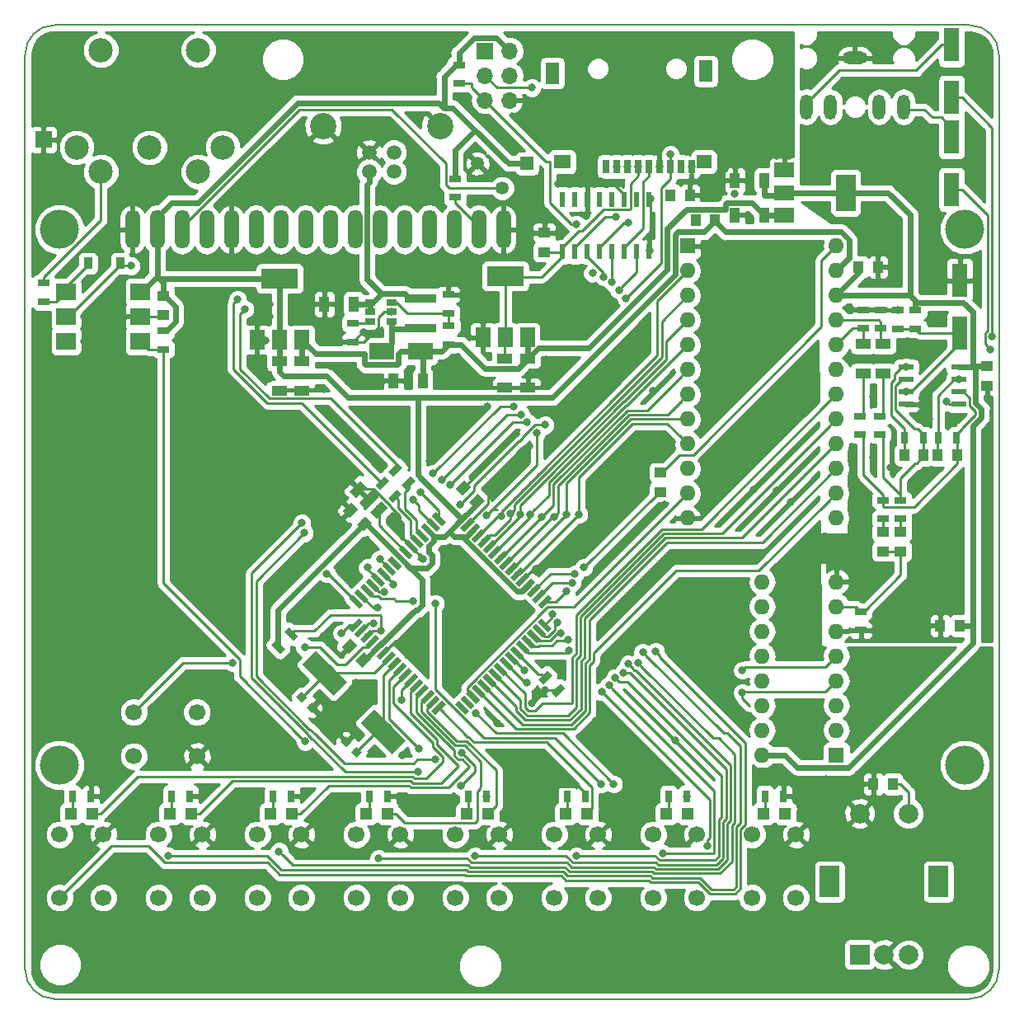
<source format=gbr>
%TF.GenerationSoftware,KiCad,Pcbnew,(5.0.2)-1*%
%TF.CreationDate,2019-06-30T17:25:10-07:00*%
%TF.ProjectId,YM2612_MIDI_SMD,594d3236-3132-45f4-9d49-44495f534d44,rev?*%
%TF.SameCoordinates,Original*%
%TF.FileFunction,Copper,L1,Top*%
%TF.FilePolarity,Positive*%
%FSLAX46Y46*%
G04 Gerber Fmt 4.6, Leading zero omitted, Abs format (unit mm)*
G04 Created by KiCad (PCBNEW (5.0.2)-1) date 6/30/2019 5:25:10 PM*
%MOMM*%
%LPD*%
G01*
G04 APERTURE LIST*
%ADD10C,0.150000*%
%ADD11R,1.346200X1.346200*%
%ADD12C,1.346200*%
%ADD13O,1.501140X4.000500*%
%ADD14C,4.000000*%
%ADD15C,1.000000*%
%ADD16C,0.100000*%
%ADD17C,0.750000*%
%ADD18R,1.250000X1.000000*%
%ADD19R,1.000000X1.250000*%
%ADD20R,1.000000X1.600000*%
%ADD21R,1.600000X1.000000*%
%ADD22R,1.600000X3.500000*%
%ADD23R,0.900000X1.200000*%
%ADD24R,2.500000X1.800000*%
%ADD25R,1.200000X1.200000*%
%ADD26C,2.500000*%
%ADD27R,1.700000X1.700000*%
%ADD28C,2.700000*%
%ADD29C,1.520000*%
%ADD30O,1.700000X1.700000*%
%ADD31O,1.300000X2.600000*%
%ADD32O,2.600000X1.300000*%
%ADD33R,1.400000X2.200000*%
%ADD34R,1.800000X1.400000*%
%ADD35R,1.600000X1.400000*%
%ADD36R,0.700000X1.400000*%
%ADD37R,3.300000X0.950000*%
%ADD38R,1.300000X0.700000*%
%ADD39C,0.700000*%
%ADD40R,0.700000X1.300000*%
%ADD41C,2.000000*%
%ADD42R,2.000000X3.200000*%
%ADD43R,2.000000X2.000000*%
%ADD44C,1.700000*%
%ADD45R,2.000000X1.780000*%
%ADD46C,0.550000*%
%ADD47O,1.600000X1.600000*%
%ADD48R,1.600000X1.600000*%
%ADD49R,1.060000X0.650000*%
%ADD50R,1.500000X2.000000*%
%ADD51R,3.800000X2.000000*%
%ADD52R,0.600000X1.500000*%
%ADD53R,1.550000X0.600000*%
%ADD54R,2.000000X3.800000*%
%ADD55R,2.000000X1.500000*%
%ADD56C,0.800000*%
%ADD57C,0.250000*%
%ADD58C,0.600000*%
%ADD59C,0.254000*%
G04 APERTURE END LIST*
D10*
X270000000Y-45000000D02*
X176000000Y-45000000D01*
X273000000Y-142000000D02*
X273000000Y-48000000D01*
X176000000Y-145000000D02*
X270000000Y-145000000D01*
X173000000Y-48000000D02*
X173000000Y-142000000D01*
X270000000Y-45000000D02*
G75*
G02X273000000Y-48000000I0J-3000000D01*
G01*
X273000000Y-142000000D02*
G75*
G02X270000000Y-145000000I-3000000J0D01*
G01*
X176000000Y-145000000D02*
G75*
G02X173000000Y-142000000I0J3000000D01*
G01*
X173000000Y-48000000D02*
G75*
G02X176000000Y-45000000I3000000J0D01*
G01*
D11*
X224536000Y-59207400D03*
D12*
X221996000Y-61747400D03*
X219456000Y-59207400D03*
D13*
X184012840Y-65971420D03*
X186552840Y-65971420D03*
X189092840Y-65971420D03*
X191632840Y-65971420D03*
X194172840Y-65971420D03*
X196712840Y-65971420D03*
X199252840Y-65971420D03*
X201792840Y-65971420D03*
X204332840Y-65971420D03*
X206872840Y-65971420D03*
X209412840Y-65971420D03*
X211952840Y-65971420D03*
X214492840Y-65971420D03*
X217032840Y-65971420D03*
X219572840Y-65971420D03*
X222112840Y-65971420D03*
D14*
X269512000Y-65972000D03*
X269512000Y-120972000D03*
X176512000Y-120972000D03*
X176512000Y-65972000D03*
D15*
X206302893Y-108766893D03*
D16*
G36*
X207098388Y-108678505D02*
X206214505Y-109562388D01*
X205507398Y-108855281D01*
X206391281Y-107971398D01*
X207098388Y-108678505D01*
X207098388Y-108678505D01*
G37*
D15*
X207717107Y-110181107D03*
D16*
G36*
X208512602Y-110092719D02*
X207628719Y-110976602D01*
X206921612Y-110269495D01*
X207805495Y-109385612D01*
X208512602Y-110092719D01*
X208512602Y-110092719D01*
G37*
D15*
X207844107Y-96211107D03*
D16*
G36*
X208639602Y-96122719D02*
X207755719Y-97006602D01*
X207048612Y-96299495D01*
X207932495Y-95415612D01*
X208639602Y-96122719D01*
X208639602Y-96122719D01*
G37*
D15*
X206429893Y-94796893D03*
D16*
G36*
X207225388Y-94708505D02*
X206341505Y-95592388D01*
X205634398Y-94885281D01*
X206518281Y-94001398D01*
X207225388Y-94708505D01*
X207225388Y-94708505D01*
G37*
D15*
X219401107Y-93925107D03*
D16*
G36*
X220196602Y-93836719D02*
X219312719Y-94720602D01*
X218605612Y-94013495D01*
X219489495Y-93129612D01*
X220196602Y-93836719D01*
X220196602Y-93836719D01*
G37*
D15*
X217986893Y-92510893D03*
D16*
G36*
X218782388Y-92422505D02*
X217898505Y-93306388D01*
X217191398Y-92599281D01*
X218075281Y-91715398D01*
X218782388Y-92422505D01*
X218782388Y-92422505D01*
G37*
D17*
X207032330Y-119656330D03*
D16*
G36*
X207580338Y-119674008D02*
X207050008Y-120204338D01*
X206484322Y-119638652D01*
X207014652Y-119108322D01*
X207580338Y-119674008D01*
X207580338Y-119674008D01*
G37*
D17*
X205971670Y-118595670D03*
D16*
G36*
X206519678Y-118613348D02*
X205989348Y-119143678D01*
X205423662Y-118577992D01*
X205953992Y-118047662D01*
X206519678Y-118613348D01*
X206519678Y-118613348D01*
G37*
D17*
X202460330Y-115084330D03*
D16*
G36*
X201912322Y-115066652D02*
X202442652Y-114536322D01*
X203008338Y-115102008D01*
X202478008Y-115632338D01*
X201912322Y-115066652D01*
X201912322Y-115066652D01*
G37*
D17*
X201399670Y-114023670D03*
D16*
G36*
X200851662Y-114005992D02*
X201381992Y-113475662D01*
X201947678Y-114041348D01*
X201417348Y-114571678D01*
X200851662Y-114005992D01*
X200851662Y-114005992D01*
G37*
D15*
X209340660Y-94786660D03*
D16*
G36*
X210259899Y-94574528D02*
X209128528Y-95705899D01*
X208421421Y-94998792D01*
X209552792Y-93867421D01*
X210259899Y-94574528D01*
X210259899Y-94574528D01*
G37*
D15*
X207219340Y-92665340D03*
D16*
G36*
X208138579Y-92453208D02*
X207007208Y-93584579D01*
X206300101Y-92877472D01*
X207431472Y-91746101D01*
X208138579Y-92453208D01*
X208138579Y-92453208D01*
G37*
D18*
X187198000Y-72787000D03*
X187198000Y-74787000D03*
D19*
X260112000Y-122936000D03*
X262112000Y-122936000D03*
D20*
X206732000Y-73660000D03*
X203732000Y-73660000D03*
D18*
X238252000Y-90948000D03*
X238252000Y-92948000D03*
D19*
X266970000Y-106680000D03*
X268970000Y-106680000D03*
X243840000Y-65024000D03*
X241840000Y-65024000D03*
D20*
X213844000Y-81534000D03*
X210844000Y-81534000D03*
D19*
X260588000Y-69850000D03*
X258588000Y-69850000D03*
D20*
X248896000Y-64516000D03*
X245896000Y-64516000D03*
D21*
X224637600Y-82246600D03*
X224637600Y-79246600D03*
X222275400Y-82246600D03*
X222275400Y-79246600D03*
D22*
X268986000Y-71214000D03*
X268986000Y-76614000D03*
D21*
X261112000Y-77748000D03*
X261112000Y-80748000D03*
D18*
X262890000Y-99044000D03*
X262890000Y-97044000D03*
X261112000Y-97044000D03*
X261112000Y-99044000D03*
D21*
X259080000Y-80748000D03*
X259080000Y-77748000D03*
X201422000Y-79526000D03*
X201422000Y-82526000D03*
D19*
X263287000Y-89154000D03*
X265287000Y-89154000D03*
X268716000Y-89154000D03*
X266716000Y-89154000D03*
D18*
X226314000Y-66310000D03*
X226314000Y-68310000D03*
X271780000Y-80026000D03*
X271780000Y-82026000D03*
D19*
X239284000Y-62484000D03*
X241284000Y-62484000D03*
D22*
X268147800Y-52433200D03*
X268147800Y-47033200D03*
X268147800Y-56482000D03*
X268147800Y-61882000D03*
D20*
X245896000Y-60960000D03*
X248896000Y-60960000D03*
D21*
X199136000Y-82526000D03*
X199136000Y-79526000D03*
D23*
X182752000Y-69469000D03*
X179452000Y-69469000D03*
D24*
X209582000Y-78486000D03*
X213582000Y-78486000D03*
D25*
X179916000Y-125984000D03*
X177716000Y-125984000D03*
X190076000Y-125984000D03*
X187876000Y-125984000D03*
X198206000Y-125984000D03*
X200406000Y-125984000D03*
X210226000Y-125984000D03*
X208026000Y-125984000D03*
X218356000Y-125984000D03*
X220556000Y-125984000D03*
X230716000Y-125984000D03*
X228516000Y-125984000D03*
X238846000Y-125984000D03*
X241046000Y-125984000D03*
X248836000Y-125984000D03*
X251036000Y-125984000D03*
D26*
X193275600Y-57559200D03*
X180775600Y-60059200D03*
X185775600Y-57559200D03*
X178275600Y-57559200D03*
X190775600Y-60059200D03*
X180775600Y-47559200D03*
X190775600Y-47559200D03*
D27*
X174879000Y-56769000D03*
D28*
X203600800Y-55371000D03*
X215600800Y-55371000D03*
D29*
X210870800Y-58071000D03*
X208330800Y-58071000D03*
X208330800Y-60071000D03*
X210870800Y-60071000D03*
D30*
X222758000Y-52730400D03*
X220218000Y-52730400D03*
X222758000Y-50190400D03*
X220218000Y-50190400D03*
X222758000Y-47650400D03*
D27*
X220218000Y-47650400D03*
D31*
X253216400Y-53390300D03*
X263216400Y-53390300D03*
X260716400Y-53390300D03*
X255716400Y-53390300D03*
D32*
X258216400Y-48390300D03*
D33*
X242889600Y-49738600D03*
X227139600Y-49936600D03*
D34*
X228140600Y-59037600D03*
D35*
X242688600Y-59037600D03*
D36*
X241438600Y-59537600D03*
X240338600Y-59537600D03*
X239238600Y-59537600D03*
X238138600Y-59537600D03*
X237038600Y-59537600D03*
X235938600Y-59537600D03*
X234838600Y-59537600D03*
X233738600Y-59537600D03*
X232638600Y-59537600D03*
D37*
X213626700Y-76085700D03*
X213626700Y-73035700D03*
D38*
X217551000Y-50988000D03*
X217551000Y-49088000D03*
X174879000Y-73401000D03*
X174879000Y-71501000D03*
D39*
X226404249Y-111977249D03*
D16*
G36*
X225697142Y-112189381D02*
X226616381Y-111270142D01*
X227111356Y-111765117D01*
X226192117Y-112684356D01*
X225697142Y-112189381D01*
X225697142Y-112189381D01*
G37*
D39*
X227747751Y-113320751D03*
D16*
G36*
X227040644Y-113532883D02*
X227959883Y-112613644D01*
X228454858Y-113108619D01*
X227535619Y-114027858D01*
X227040644Y-113532883D01*
X227040644Y-113532883D01*
G37*
D39*
X210983751Y-93381751D03*
D16*
G36*
X211690858Y-93169619D02*
X210771619Y-94088858D01*
X210276644Y-93593883D01*
X211195883Y-92674644D01*
X211690858Y-93169619D01*
X211690858Y-93169619D01*
G37*
D39*
X209640249Y-92038249D03*
D16*
G36*
X210347356Y-91826117D02*
X209428117Y-92745356D01*
X208933142Y-92250381D01*
X209852381Y-91331142D01*
X210347356Y-91826117D01*
X210347356Y-91826117D01*
G37*
D39*
X211037249Y-90641249D03*
D16*
G36*
X211744356Y-90429117D02*
X210825117Y-91348356D01*
X210330142Y-90853381D01*
X211249381Y-89934142D01*
X211744356Y-90429117D01*
X211744356Y-90429117D01*
G37*
D39*
X212380751Y-91984751D03*
D16*
G36*
X213087858Y-91772619D02*
X212168619Y-92691858D01*
X211673644Y-92196883D01*
X212592883Y-91277644D01*
X213087858Y-91772619D01*
X213087858Y-91772619D01*
G37*
D38*
X217170000Y-60772000D03*
X217170000Y-62672000D03*
X187198000Y-78293000D03*
X187198000Y-76393000D03*
X206692500Y-77518300D03*
X206692500Y-75618300D03*
D39*
X200315751Y-107532249D03*
D16*
G36*
X200527883Y-108239356D02*
X199608644Y-107320117D01*
X200103619Y-106825142D01*
X201022858Y-107744381D01*
X200527883Y-108239356D01*
X200527883Y-108239356D01*
G37*
D39*
X198972249Y-108875751D03*
D16*
G36*
X199184381Y-109582858D02*
X198265142Y-108663619D01*
X198760117Y-108168644D01*
X199679356Y-109087883D01*
X199184381Y-109582858D01*
X199184381Y-109582858D01*
G37*
D40*
X177866000Y-124206000D03*
X179766000Y-124206000D03*
X189926000Y-124206000D03*
X188026000Y-124206000D03*
X198440000Y-124206000D03*
X200340000Y-124206000D03*
X210246000Y-124206000D03*
X208346000Y-124206000D03*
X218506000Y-124206000D03*
X220406000Y-124206000D03*
X230566000Y-124206000D03*
X228666000Y-124206000D03*
X239080000Y-124206000D03*
X240980000Y-124206000D03*
X250886000Y-124206000D03*
X248986000Y-124206000D03*
D38*
X264441728Y-76195722D03*
X264441728Y-74295722D03*
X262663728Y-76195722D03*
X262663728Y-74295722D03*
X260858000Y-76134000D03*
X260858000Y-74234000D03*
X258826000Y-105222000D03*
X258826000Y-107122000D03*
X259080000Y-74234000D03*
X259080000Y-76134000D03*
X260731000Y-85156000D03*
X260731000Y-87056000D03*
X262890000Y-93792000D03*
X262890000Y-95692000D03*
X261112000Y-95692000D03*
X261112000Y-93792000D03*
X258699000Y-87056000D03*
X258699000Y-85156000D03*
D40*
X265237000Y-87376000D03*
X263337000Y-87376000D03*
X266766000Y-87376000D03*
X268666000Y-87376000D03*
D38*
X216496900Y-77797700D03*
X216496900Y-75897700D03*
X216471500Y-72671900D03*
X216471500Y-74571900D03*
D41*
X263699000Y-125962000D03*
X258699000Y-125962000D03*
D42*
X266799000Y-132962000D03*
X255599000Y-132962000D03*
D41*
X263699000Y-140462000D03*
X261199000Y-140462000D03*
D43*
X258699000Y-140462000D03*
D44*
X176530000Y-134620000D03*
X176530000Y-128120000D03*
X181030000Y-134620000D03*
X181030000Y-128120000D03*
X217170000Y-134620000D03*
X217170000Y-128120000D03*
X221670000Y-134620000D03*
X221670000Y-128120000D03*
X191190000Y-128120000D03*
X191190000Y-134620000D03*
X186690000Y-128120000D03*
X186690000Y-134620000D03*
X227330000Y-134620000D03*
X227330000Y-128120000D03*
X231830000Y-134620000D03*
X231830000Y-128120000D03*
X196850000Y-134620000D03*
X196850000Y-128120000D03*
X201350000Y-134620000D03*
X201350000Y-128120000D03*
X241990000Y-128120000D03*
X241990000Y-134620000D03*
X237490000Y-128120000D03*
X237490000Y-134620000D03*
X190650000Y-120070000D03*
X184150000Y-120070000D03*
X190650000Y-115570000D03*
X184150000Y-115570000D03*
X211510000Y-128120000D03*
X211510000Y-134620000D03*
X207010000Y-128120000D03*
X207010000Y-134620000D03*
X247650000Y-134620000D03*
X247650000Y-128120000D03*
X252150000Y-134620000D03*
X252150000Y-128120000D03*
D45*
X184835800Y-72390000D03*
X177215800Y-77470000D03*
X184835800Y-74930000D03*
X177215800Y-74930000D03*
X184835800Y-77470000D03*
X177215800Y-72390000D03*
D46*
X215459918Y-95722637D03*
D16*
G36*
X214735134Y-95386761D02*
X215124042Y-94997853D01*
X216184702Y-96058513D01*
X215795794Y-96447421D01*
X214735134Y-95386761D01*
X214735134Y-95386761D01*
G37*
D46*
X214894233Y-96288323D03*
D16*
G36*
X214169449Y-95952447D02*
X214558357Y-95563539D01*
X215619017Y-96624199D01*
X215230109Y-97013107D01*
X214169449Y-95952447D01*
X214169449Y-95952447D01*
G37*
D46*
X214328548Y-96854008D03*
D16*
G36*
X213603764Y-96518132D02*
X213992672Y-96129224D01*
X215053332Y-97189884D01*
X214664424Y-97578792D01*
X213603764Y-96518132D01*
X213603764Y-96518132D01*
G37*
D46*
X213762862Y-97419693D03*
D16*
G36*
X213038078Y-97083817D02*
X213426986Y-96694909D01*
X214487646Y-97755569D01*
X214098738Y-98144477D01*
X213038078Y-97083817D01*
X213038078Y-97083817D01*
G37*
D46*
X213197177Y-97985379D03*
D16*
G36*
X212472393Y-97649503D02*
X212861301Y-97260595D01*
X213921961Y-98321255D01*
X213533053Y-98710163D01*
X212472393Y-97649503D01*
X212472393Y-97649503D01*
G37*
D46*
X212631491Y-98551064D03*
D16*
G36*
X211906707Y-98215188D02*
X212295615Y-97826280D01*
X213356275Y-98886940D01*
X212967367Y-99275848D01*
X211906707Y-98215188D01*
X211906707Y-98215188D01*
G37*
D46*
X212065806Y-99116750D03*
D16*
G36*
X211341022Y-98780874D02*
X211729930Y-98391966D01*
X212790590Y-99452626D01*
X212401682Y-99841534D01*
X211341022Y-98780874D01*
X211341022Y-98780874D01*
G37*
D46*
X211500120Y-99682435D03*
D16*
G36*
X210775336Y-99346559D02*
X211164244Y-98957651D01*
X212224904Y-100018311D01*
X211835996Y-100407219D01*
X210775336Y-99346559D01*
X210775336Y-99346559D01*
G37*
D46*
X210934435Y-100248120D03*
D16*
G36*
X210209651Y-99912244D02*
X210598559Y-99523336D01*
X211659219Y-100583996D01*
X211270311Y-100972904D01*
X210209651Y-99912244D01*
X210209651Y-99912244D01*
G37*
D46*
X210368750Y-100813806D03*
D16*
G36*
X209643966Y-100477930D02*
X210032874Y-100089022D01*
X211093534Y-101149682D01*
X210704626Y-101538590D01*
X209643966Y-100477930D01*
X209643966Y-100477930D01*
G37*
D46*
X209803064Y-101379491D03*
D16*
G36*
X209078280Y-101043615D02*
X209467188Y-100654707D01*
X210527848Y-101715367D01*
X210138940Y-102104275D01*
X209078280Y-101043615D01*
X209078280Y-101043615D01*
G37*
D46*
X209237379Y-101945177D03*
D16*
G36*
X208512595Y-101609301D02*
X208901503Y-101220393D01*
X209962163Y-102281053D01*
X209573255Y-102669961D01*
X208512595Y-101609301D01*
X208512595Y-101609301D01*
G37*
D46*
X208671693Y-102510862D03*
D16*
G36*
X207946909Y-102174986D02*
X208335817Y-101786078D01*
X209396477Y-102846738D01*
X209007569Y-103235646D01*
X207946909Y-102174986D01*
X207946909Y-102174986D01*
G37*
D46*
X208106008Y-103076548D03*
D16*
G36*
X207381224Y-102740672D02*
X207770132Y-102351764D01*
X208830792Y-103412424D01*
X208441884Y-103801332D01*
X207381224Y-102740672D01*
X207381224Y-102740672D01*
G37*
D46*
X207540323Y-103642233D03*
D16*
G36*
X206815539Y-103306357D02*
X207204447Y-102917449D01*
X208265107Y-103978109D01*
X207876199Y-104367017D01*
X206815539Y-103306357D01*
X206815539Y-103306357D01*
G37*
D46*
X206974637Y-104207918D03*
D16*
G36*
X206249853Y-103872042D02*
X206638761Y-103483134D01*
X207699421Y-104543794D01*
X207310513Y-104932702D01*
X206249853Y-103872042D01*
X206249853Y-103872042D01*
G37*
D46*
X206974637Y-106612082D03*
D16*
G36*
X206638761Y-107336866D02*
X206249853Y-106947958D01*
X207310513Y-105887298D01*
X207699421Y-106276206D01*
X206638761Y-107336866D01*
X206638761Y-107336866D01*
G37*
D46*
X207540323Y-107177767D03*
D16*
G36*
X207204447Y-107902551D02*
X206815539Y-107513643D01*
X207876199Y-106452983D01*
X208265107Y-106841891D01*
X207204447Y-107902551D01*
X207204447Y-107902551D01*
G37*
D46*
X208106008Y-107743452D03*
D16*
G36*
X207770132Y-108468236D02*
X207381224Y-108079328D01*
X208441884Y-107018668D01*
X208830792Y-107407576D01*
X207770132Y-108468236D01*
X207770132Y-108468236D01*
G37*
D46*
X208671693Y-108309138D03*
D16*
G36*
X208335817Y-109033922D02*
X207946909Y-108645014D01*
X209007569Y-107584354D01*
X209396477Y-107973262D01*
X208335817Y-109033922D01*
X208335817Y-109033922D01*
G37*
D46*
X209237379Y-108874823D03*
D16*
G36*
X208901503Y-109599607D02*
X208512595Y-109210699D01*
X209573255Y-108150039D01*
X209962163Y-108538947D01*
X208901503Y-109599607D01*
X208901503Y-109599607D01*
G37*
D46*
X209803064Y-109440509D03*
D16*
G36*
X209467188Y-110165293D02*
X209078280Y-109776385D01*
X210138940Y-108715725D01*
X210527848Y-109104633D01*
X209467188Y-110165293D01*
X209467188Y-110165293D01*
G37*
D46*
X210368750Y-110006194D03*
D16*
G36*
X210032874Y-110730978D02*
X209643966Y-110342070D01*
X210704626Y-109281410D01*
X211093534Y-109670318D01*
X210032874Y-110730978D01*
X210032874Y-110730978D01*
G37*
D46*
X210934435Y-110571880D03*
D16*
G36*
X210598559Y-111296664D02*
X210209651Y-110907756D01*
X211270311Y-109847096D01*
X211659219Y-110236004D01*
X210598559Y-111296664D01*
X210598559Y-111296664D01*
G37*
D46*
X211500120Y-111137565D03*
D16*
G36*
X211164244Y-111862349D02*
X210775336Y-111473441D01*
X211835996Y-110412781D01*
X212224904Y-110801689D01*
X211164244Y-111862349D01*
X211164244Y-111862349D01*
G37*
D46*
X212065806Y-111703250D03*
D16*
G36*
X211729930Y-112428034D02*
X211341022Y-112039126D01*
X212401682Y-110978466D01*
X212790590Y-111367374D01*
X211729930Y-112428034D01*
X211729930Y-112428034D01*
G37*
D46*
X212631491Y-112268936D03*
D16*
G36*
X212295615Y-112993720D02*
X211906707Y-112604812D01*
X212967367Y-111544152D01*
X213356275Y-111933060D01*
X212295615Y-112993720D01*
X212295615Y-112993720D01*
G37*
D46*
X213197177Y-112834621D03*
D16*
G36*
X212861301Y-113559405D02*
X212472393Y-113170497D01*
X213533053Y-112109837D01*
X213921961Y-112498745D01*
X212861301Y-113559405D01*
X212861301Y-113559405D01*
G37*
D46*
X213762862Y-113400307D03*
D16*
G36*
X213426986Y-114125091D02*
X213038078Y-113736183D01*
X214098738Y-112675523D01*
X214487646Y-113064431D01*
X213426986Y-114125091D01*
X213426986Y-114125091D01*
G37*
D46*
X214328548Y-113965992D03*
D16*
G36*
X213992672Y-114690776D02*
X213603764Y-114301868D01*
X214664424Y-113241208D01*
X215053332Y-113630116D01*
X213992672Y-114690776D01*
X213992672Y-114690776D01*
G37*
D46*
X214894233Y-114531677D03*
D16*
G36*
X214558357Y-115256461D02*
X214169449Y-114867553D01*
X215230109Y-113806893D01*
X215619017Y-114195801D01*
X214558357Y-115256461D01*
X214558357Y-115256461D01*
G37*
D46*
X215459918Y-115097363D03*
D16*
G36*
X215124042Y-115822147D02*
X214735134Y-115433239D01*
X215795794Y-114372579D01*
X216184702Y-114761487D01*
X215124042Y-115822147D01*
X215124042Y-115822147D01*
G37*
D46*
X217864082Y-115097363D03*
D16*
G36*
X217139298Y-114761487D02*
X217528206Y-114372579D01*
X218588866Y-115433239D01*
X218199958Y-115822147D01*
X217139298Y-114761487D01*
X217139298Y-114761487D01*
G37*
D46*
X218429767Y-114531677D03*
D16*
G36*
X217704983Y-114195801D02*
X218093891Y-113806893D01*
X219154551Y-114867553D01*
X218765643Y-115256461D01*
X217704983Y-114195801D01*
X217704983Y-114195801D01*
G37*
D46*
X218995452Y-113965992D03*
D16*
G36*
X218270668Y-113630116D02*
X218659576Y-113241208D01*
X219720236Y-114301868D01*
X219331328Y-114690776D01*
X218270668Y-113630116D01*
X218270668Y-113630116D01*
G37*
D46*
X219561138Y-113400307D03*
D16*
G36*
X218836354Y-113064431D02*
X219225262Y-112675523D01*
X220285922Y-113736183D01*
X219897014Y-114125091D01*
X218836354Y-113064431D01*
X218836354Y-113064431D01*
G37*
D46*
X220126823Y-112834621D03*
D16*
G36*
X219402039Y-112498745D02*
X219790947Y-112109837D01*
X220851607Y-113170497D01*
X220462699Y-113559405D01*
X219402039Y-112498745D01*
X219402039Y-112498745D01*
G37*
D46*
X220692509Y-112268936D03*
D16*
G36*
X219967725Y-111933060D02*
X220356633Y-111544152D01*
X221417293Y-112604812D01*
X221028385Y-112993720D01*
X219967725Y-111933060D01*
X219967725Y-111933060D01*
G37*
D46*
X221258194Y-111703250D03*
D16*
G36*
X220533410Y-111367374D02*
X220922318Y-110978466D01*
X221982978Y-112039126D01*
X221594070Y-112428034D01*
X220533410Y-111367374D01*
X220533410Y-111367374D01*
G37*
D46*
X221823880Y-111137565D03*
D16*
G36*
X221099096Y-110801689D02*
X221488004Y-110412781D01*
X222548664Y-111473441D01*
X222159756Y-111862349D01*
X221099096Y-110801689D01*
X221099096Y-110801689D01*
G37*
D46*
X222389565Y-110571880D03*
D16*
G36*
X221664781Y-110236004D02*
X222053689Y-109847096D01*
X223114349Y-110907756D01*
X222725441Y-111296664D01*
X221664781Y-110236004D01*
X221664781Y-110236004D01*
G37*
D46*
X222955250Y-110006194D03*
D16*
G36*
X222230466Y-109670318D02*
X222619374Y-109281410D01*
X223680034Y-110342070D01*
X223291126Y-110730978D01*
X222230466Y-109670318D01*
X222230466Y-109670318D01*
G37*
D46*
X223520936Y-109440509D03*
D16*
G36*
X222796152Y-109104633D02*
X223185060Y-108715725D01*
X224245720Y-109776385D01*
X223856812Y-110165293D01*
X222796152Y-109104633D01*
X222796152Y-109104633D01*
G37*
D46*
X224086621Y-108874823D03*
D16*
G36*
X223361837Y-108538947D02*
X223750745Y-108150039D01*
X224811405Y-109210699D01*
X224422497Y-109599607D01*
X223361837Y-108538947D01*
X223361837Y-108538947D01*
G37*
D46*
X224652307Y-108309138D03*
D16*
G36*
X223927523Y-107973262D02*
X224316431Y-107584354D01*
X225377091Y-108645014D01*
X224988183Y-109033922D01*
X223927523Y-107973262D01*
X223927523Y-107973262D01*
G37*
D46*
X225217992Y-107743452D03*
D16*
G36*
X224493208Y-107407576D02*
X224882116Y-107018668D01*
X225942776Y-108079328D01*
X225553868Y-108468236D01*
X224493208Y-107407576D01*
X224493208Y-107407576D01*
G37*
D46*
X225783677Y-107177767D03*
D16*
G36*
X225058893Y-106841891D02*
X225447801Y-106452983D01*
X226508461Y-107513643D01*
X226119553Y-107902551D01*
X225058893Y-106841891D01*
X225058893Y-106841891D01*
G37*
D46*
X226349363Y-106612082D03*
D16*
G36*
X225624579Y-106276206D02*
X226013487Y-105887298D01*
X227074147Y-106947958D01*
X226685239Y-107336866D01*
X225624579Y-106276206D01*
X225624579Y-106276206D01*
G37*
D46*
X226349363Y-104207918D03*
D16*
G36*
X226013487Y-104932702D02*
X225624579Y-104543794D01*
X226685239Y-103483134D01*
X227074147Y-103872042D01*
X226013487Y-104932702D01*
X226013487Y-104932702D01*
G37*
D46*
X225783677Y-103642233D03*
D16*
G36*
X225447801Y-104367017D02*
X225058893Y-103978109D01*
X226119553Y-102917449D01*
X226508461Y-103306357D01*
X225447801Y-104367017D01*
X225447801Y-104367017D01*
G37*
D46*
X225217992Y-103076548D03*
D16*
G36*
X224882116Y-103801332D02*
X224493208Y-103412424D01*
X225553868Y-102351764D01*
X225942776Y-102740672D01*
X224882116Y-103801332D01*
X224882116Y-103801332D01*
G37*
D46*
X224652307Y-102510862D03*
D16*
G36*
X224316431Y-103235646D02*
X223927523Y-102846738D01*
X224988183Y-101786078D01*
X225377091Y-102174986D01*
X224316431Y-103235646D01*
X224316431Y-103235646D01*
G37*
D46*
X224086621Y-101945177D03*
D16*
G36*
X223750745Y-102669961D02*
X223361837Y-102281053D01*
X224422497Y-101220393D01*
X224811405Y-101609301D01*
X223750745Y-102669961D01*
X223750745Y-102669961D01*
G37*
D46*
X223520936Y-101379491D03*
D16*
G36*
X223185060Y-102104275D02*
X222796152Y-101715367D01*
X223856812Y-100654707D01*
X224245720Y-101043615D01*
X223185060Y-102104275D01*
X223185060Y-102104275D01*
G37*
D46*
X222955250Y-100813806D03*
D16*
G36*
X222619374Y-101538590D02*
X222230466Y-101149682D01*
X223291126Y-100089022D01*
X223680034Y-100477930D01*
X222619374Y-101538590D01*
X222619374Y-101538590D01*
G37*
D46*
X222389565Y-100248120D03*
D16*
G36*
X222053689Y-100972904D02*
X221664781Y-100583996D01*
X222725441Y-99523336D01*
X223114349Y-99912244D01*
X222053689Y-100972904D01*
X222053689Y-100972904D01*
G37*
D46*
X221823880Y-99682435D03*
D16*
G36*
X221488004Y-100407219D02*
X221099096Y-100018311D01*
X222159756Y-98957651D01*
X222548664Y-99346559D01*
X221488004Y-100407219D01*
X221488004Y-100407219D01*
G37*
D46*
X221258194Y-99116750D03*
D16*
G36*
X220922318Y-99841534D02*
X220533410Y-99452626D01*
X221594070Y-98391966D01*
X221982978Y-98780874D01*
X220922318Y-99841534D01*
X220922318Y-99841534D01*
G37*
D46*
X220692509Y-98551064D03*
D16*
G36*
X220356633Y-99275848D02*
X219967725Y-98886940D01*
X221028385Y-97826280D01*
X221417293Y-98215188D01*
X220356633Y-99275848D01*
X220356633Y-99275848D01*
G37*
D46*
X220126823Y-97985379D03*
D16*
G36*
X219790947Y-98710163D02*
X219402039Y-98321255D01*
X220462699Y-97260595D01*
X220851607Y-97649503D01*
X219790947Y-98710163D01*
X219790947Y-98710163D01*
G37*
D46*
X219561138Y-97419693D03*
D16*
G36*
X219225262Y-98144477D02*
X218836354Y-97755569D01*
X219897014Y-96694909D01*
X220285922Y-97083817D01*
X219225262Y-98144477D01*
X219225262Y-98144477D01*
G37*
D46*
X218995452Y-96854008D03*
D16*
G36*
X218659576Y-97578792D02*
X218270668Y-97189884D01*
X219331328Y-96129224D01*
X219720236Y-96518132D01*
X218659576Y-97578792D01*
X218659576Y-97578792D01*
G37*
D46*
X218429767Y-96288323D03*
D16*
G36*
X218093891Y-97013107D02*
X217704983Y-96624199D01*
X218765643Y-95563539D01*
X219154551Y-95952447D01*
X218093891Y-97013107D01*
X218093891Y-97013107D01*
G37*
D46*
X217864082Y-95722637D03*
D16*
G36*
X217528206Y-96447421D02*
X217139298Y-96058513D01*
X218199958Y-94997853D01*
X218588866Y-95386761D01*
X217528206Y-96447421D01*
X217528206Y-96447421D01*
G37*
D47*
X256286000Y-67691000D03*
X241046000Y-95631000D03*
X256286000Y-70231000D03*
X241046000Y-93091000D03*
X256286000Y-72771000D03*
X241046000Y-90551000D03*
X256286000Y-75311000D03*
X241046000Y-88011000D03*
X256286000Y-77851000D03*
X241046000Y-85471000D03*
X256286000Y-80391000D03*
X241046000Y-82931000D03*
X256286000Y-82931000D03*
X241046000Y-80391000D03*
X256286000Y-85471000D03*
X241046000Y-77851000D03*
X256286000Y-88011000D03*
X241046000Y-75311000D03*
X256286000Y-90551000D03*
X241046000Y-72771000D03*
X256286000Y-93091000D03*
X241046000Y-70231000D03*
X256286000Y-95631000D03*
D48*
X241046000Y-67691000D03*
X256311400Y-119938800D03*
D47*
X248691400Y-102158800D03*
X256311400Y-117398800D03*
X248691400Y-104698800D03*
X256311400Y-114858800D03*
X248691400Y-107238800D03*
X256311400Y-112318800D03*
X248691400Y-109778800D03*
X256311400Y-109778800D03*
X248691400Y-112318800D03*
X256311400Y-107238800D03*
X248691400Y-114858800D03*
X256311400Y-104698800D03*
X248691400Y-117398800D03*
X256311400Y-102158800D03*
X248691400Y-119938800D03*
D49*
X208462700Y-74460100D03*
X208462700Y-75410100D03*
X208462700Y-73510100D03*
X210662700Y-73510100D03*
X210662700Y-74460100D03*
X210662700Y-75410100D03*
D50*
X220000800Y-77064000D03*
X224600800Y-77064000D03*
X222300800Y-77064000D03*
D51*
X222300800Y-70764000D03*
D52*
X228168200Y-62882800D03*
X229438200Y-62882800D03*
X230708200Y-62882800D03*
X231978200Y-62882800D03*
X233248200Y-62882800D03*
X234518200Y-62882800D03*
X235788200Y-62882800D03*
X237058200Y-62882800D03*
X237058200Y-68282800D03*
X235788200Y-68282800D03*
X234518200Y-68282800D03*
X233248200Y-68282800D03*
X231978200Y-68282800D03*
X230708200Y-68282800D03*
X229438200Y-68282800D03*
X228168200Y-68282800D03*
D53*
X268892000Y-80137000D03*
X268892000Y-81407000D03*
X268892000Y-82677000D03*
X268892000Y-83947000D03*
X263492000Y-83947000D03*
X263492000Y-82677000D03*
X263492000Y-81407000D03*
X263492000Y-80137000D03*
D54*
X257277000Y-62204600D03*
D55*
X250977000Y-62204600D03*
X250977000Y-64504600D03*
X250977000Y-59904600D03*
D50*
X196836000Y-77318000D03*
X201436000Y-77318000D03*
X199136000Y-77318000D03*
D51*
X199136000Y-71018000D03*
D41*
X209761204Y-117559204D03*
D16*
G36*
X207463107Y-116675321D02*
X208877321Y-115261107D01*
X212059301Y-118443087D01*
X210645087Y-119857301D01*
X207463107Y-116675321D01*
X207463107Y-116675321D01*
G37*
D41*
X203750796Y-111548796D03*
D16*
G36*
X201452699Y-110664913D02*
X202866913Y-109250699D01*
X206048893Y-112432679D01*
X204634679Y-113846893D01*
X201452699Y-110664913D01*
X201452699Y-110664913D01*
G37*
D56*
X250977400Y-59893200D03*
X220014800Y-77114400D03*
X220406000Y-124206000D03*
X240919000Y-124206000D03*
X237236000Y-62865000D03*
X238125000Y-59563000D03*
X241427000Y-59563000D03*
X241300000Y-62484000D03*
X241808000Y-65024000D03*
X245872000Y-64516000D03*
X251460000Y-117348000D03*
X251968000Y-105918000D03*
X271780000Y-82042000D03*
X262636000Y-74295000D03*
X264922000Y-85471000D03*
X265811000Y-85471000D03*
X265430000Y-84455000D03*
X265557000Y-83566000D03*
X267970000Y-85217000D03*
X264541000Y-91567000D03*
X261874000Y-90424000D03*
X260096000Y-89408000D03*
X260096000Y-83185000D03*
X259334000Y-79375000D03*
X266954000Y-75311000D03*
X257810000Y-74168000D03*
X259461000Y-63881000D03*
X260477000Y-63881000D03*
X261493000Y-63881000D03*
X261493000Y-64897000D03*
X260477000Y-64897000D03*
X260096000Y-57912000D03*
X260985000Y-57912000D03*
X261874000Y-57912000D03*
X262763000Y-57912000D03*
X263652000Y-57912000D03*
X263652000Y-58801000D03*
X262763000Y-58801000D03*
X261874000Y-58801000D03*
X260985000Y-58801000D03*
X260096000Y-58801000D03*
X270383000Y-49530000D03*
X265938000Y-52959000D03*
X271780000Y-86868000D03*
X271780000Y-87884000D03*
X271780000Y-88900000D03*
X271780000Y-89789000D03*
X258699000Y-97536000D03*
X258699000Y-98425000D03*
X258699000Y-99314000D03*
X258699000Y-99314000D03*
X258699000Y-99314000D03*
X258699000Y-100203000D03*
X258699000Y-101092000D03*
X258699000Y-96647000D03*
X259588000Y-96647000D03*
X259588000Y-97536000D03*
X259588000Y-99314000D03*
X259588000Y-100203000D03*
X259588000Y-101092000D03*
X259588000Y-98425000D03*
X264668000Y-100203000D03*
X265557000Y-101092000D03*
X264668000Y-99314000D03*
X264668000Y-98425000D03*
X265557000Y-98425000D03*
X265557000Y-96647000D03*
X264668000Y-101092000D03*
X264668000Y-97536000D03*
X264668000Y-99314000D03*
X265557000Y-97536000D03*
X264668000Y-99314000D03*
X265557000Y-99314000D03*
X265557000Y-100203000D03*
X264668000Y-96647000D03*
X260985000Y-112141000D03*
X259461000Y-64897000D03*
X237744000Y-104648000D03*
X216789000Y-110363000D03*
X238633000Y-94234000D03*
X233426000Y-96139000D03*
X247777000Y-92710000D03*
X250190000Y-92837000D03*
X251587000Y-93980000D03*
X233680000Y-91440000D03*
X229870000Y-85090000D03*
X228600000Y-73660000D03*
X237490000Y-82550000D03*
X243078000Y-107950000D03*
X235589660Y-103500340D03*
X235204000Y-118618000D03*
X246634000Y-116840000D03*
X255270000Y-122428000D03*
X252476000Y-99822000D03*
X244094000Y-113284000D03*
X225425000Y-100838000D03*
X218440000Y-103378000D03*
X216408000Y-111506000D03*
X216662000Y-108204000D03*
X216408000Y-106426000D03*
X203708000Y-107696000D03*
X207010000Y-112522000D03*
X212090000Y-108204000D03*
X213868000Y-99822000D03*
X216408000Y-100076000D03*
X224790000Y-88265000D03*
X223393000Y-86995000D03*
X220472000Y-84201000D03*
X214503000Y-89789000D03*
X211455000Y-87376000D03*
X207772000Y-88138000D03*
X192913000Y-99060000D03*
X192913000Y-100076000D03*
X193802000Y-99568000D03*
X203708000Y-82423000D03*
X187960000Y-69723000D03*
X188849000Y-69723000D03*
X189738000Y-69723000D03*
X204343000Y-80010000D03*
X206121000Y-81661000D03*
X218567000Y-80645000D03*
X226441000Y-79375000D03*
X232156000Y-61087000D03*
X226822000Y-123317000D03*
X214884000Y-125095000D03*
X201676000Y-123952000D03*
X191389000Y-123698000D03*
X204343000Y-104648000D03*
X206883000Y-101727000D03*
X217932000Y-92510893D03*
X225044000Y-114681000D03*
X226404249Y-113320751D03*
X228092000Y-111760000D03*
X221488000Y-116713000D03*
X211709000Y-120015000D03*
X208915000Y-119761000D03*
X221742000Y-56261000D03*
X243078000Y-61341000D03*
X203581000Y-98171000D03*
X244856000Y-59817000D03*
X237109000Y-68199000D03*
X215773000Y-69977000D03*
X213360000Y-69977000D03*
X210693000Y-69977000D03*
X205740000Y-69977000D03*
X203200000Y-70104000D03*
X200533000Y-68961000D03*
X207772000Y-76581000D03*
X230632000Y-64643000D03*
X227711000Y-61341000D03*
X208280000Y-48260000D03*
X210820000Y-48260000D03*
X213360000Y-48260000D03*
X205740000Y-48260000D03*
X205740000Y-50800000D03*
X208280000Y-50800000D03*
X210820000Y-50800000D03*
X213360000Y-50800000D03*
X207010000Y-49530000D03*
X209550000Y-49530000D03*
X212090000Y-49530000D03*
X212090000Y-46990000D03*
X209550000Y-46990000D03*
X207010000Y-46990000D03*
X210662700Y-74460100D03*
X244177025Y-62774616D03*
X245872000Y-62315989D03*
X250190000Y-58420000D03*
X251460000Y-58420000D03*
X251460000Y-57150000D03*
X250190000Y-57150000D03*
X250190000Y-55880000D03*
X251460000Y-55880000D03*
X248920000Y-55880000D03*
X248920000Y-57150000D03*
X248920000Y-58420000D03*
X219710000Y-74930000D03*
X220980000Y-74930000D03*
X218440000Y-74930000D03*
X218440000Y-73660000D03*
X219710000Y-73660000D03*
X220980000Y-73660000D03*
X198120000Y-74930000D03*
X198120000Y-73660000D03*
X198120000Y-81280000D03*
X190500000Y-73660000D03*
X190500000Y-74930000D03*
X190500000Y-76200000D03*
X190500000Y-77470000D03*
X190500000Y-72390000D03*
X193040000Y-73660000D03*
X193040000Y-74930000D03*
X193040000Y-76200000D03*
X193040000Y-77470000D03*
X179070000Y-74930000D03*
X180340000Y-74930000D03*
X181610000Y-74930000D03*
X182880000Y-74930000D03*
X182880000Y-76200000D03*
X181610000Y-76200000D03*
X180340000Y-76200000D03*
X179070000Y-76200000D03*
X179070000Y-77470000D03*
X180340000Y-77470000D03*
X181610000Y-77470000D03*
X182880000Y-77470000D03*
X246380000Y-72390000D03*
X247650000Y-72390000D03*
X248920000Y-72390000D03*
X250190000Y-72390000D03*
X250190000Y-73660000D03*
X248920000Y-73660000D03*
X247650000Y-73660000D03*
X246380000Y-73660000D03*
X239776000Y-118465600D03*
X184429400Y-51333400D03*
X187045600Y-51333400D03*
X197662800Y-77393800D03*
X268892000Y-81407000D03*
X272142704Y-78332400D03*
X213406969Y-119299969D03*
X239284000Y-62359000D03*
X235938600Y-59537600D03*
X183896000Y-69723000D03*
X241046000Y-125984000D03*
X212852000Y-104140000D03*
X215138000Y-104394000D03*
X232156000Y-122936000D03*
X205486000Y-107442000D03*
X219251317Y-115619317D03*
X251036000Y-125984000D03*
X233426000Y-122936000D03*
X224282000Y-111252000D03*
X217802002Y-119703443D03*
X217711475Y-123153010D03*
X203972011Y-101356011D03*
X221868415Y-95386904D03*
X222845611Y-95174511D03*
X223840690Y-95273712D03*
X224840498Y-95253548D03*
X226060000Y-95504000D03*
X227325340Y-95499340D03*
X228600000Y-95250000D03*
X229870000Y-95250000D03*
X194818000Y-73152000D03*
X195580000Y-74168000D03*
X239268000Y-58293000D03*
X234705716Y-73038120D03*
X226397465Y-86064706D03*
X217694141Y-94224465D03*
X209896511Y-103207191D03*
X231267000Y-70485000D03*
X223139000Y-84146625D03*
X214884000Y-91059000D03*
X201716311Y-108925689D03*
X194310000Y-110490000D03*
X229637620Y-65443441D03*
X233255696Y-71374000D03*
X224539939Y-85783200D03*
X216662000Y-92202000D03*
X208153000Y-100711000D03*
X233980706Y-72206060D03*
X225044000Y-51435000D03*
X225528460Y-86900860D03*
X210820000Y-102489000D03*
X220349660Y-95381660D03*
X201752845Y-118577164D03*
X211624090Y-114307073D03*
X229473917Y-101344244D03*
X237750191Y-109332313D03*
X229154706Y-102291940D03*
X187706000Y-130302000D03*
X236421156Y-109390525D03*
X228600000Y-103124000D03*
X199078010Y-129851990D03*
X235922294Y-110490947D03*
X227170049Y-105492678D03*
X209296000Y-130556000D03*
X234930772Y-110620979D03*
X227684942Y-106349946D03*
X219202000Y-130302000D03*
X234428266Y-111485566D03*
X228016852Y-107462178D03*
X229616000Y-130302000D03*
X233573479Y-112004567D03*
X228773568Y-108115940D03*
X238506000Y-130048000D03*
X232946973Y-112783999D03*
X228854000Y-109220000D03*
X243049923Y-129285992D03*
X232217829Y-113468376D03*
X212852000Y-93726000D03*
X201676000Y-97155000D03*
X215109484Y-120409552D03*
X213614000Y-92964000D03*
X201422000Y-96139000D03*
X213360000Y-121666000D03*
X224536000Y-112522000D03*
X209217615Y-104837278D03*
X230378000Y-100697000D03*
X246634000Y-111252000D03*
X208788000Y-106426000D03*
X232398454Y-70859064D03*
X223934231Y-84987499D03*
X215773000Y-91694000D03*
X209423000Y-99822000D03*
X246634000Y-113538000D03*
X209550000Y-107188000D03*
X234838600Y-59537600D03*
X234950000Y-65311000D03*
X233738600Y-59537600D03*
X233680000Y-64682819D03*
X267589000Y-83693000D03*
X263492000Y-82677000D03*
X272288000Y-76962000D03*
X263492000Y-80137000D03*
D57*
X207592500Y-77518300D02*
X206692500Y-77518300D01*
X209317701Y-75995101D02*
X207794502Y-77518300D01*
X209317701Y-75025099D02*
X209317701Y-75995101D01*
X209882700Y-74460100D02*
X209317701Y-75025099D01*
X207794502Y-77518300D02*
X207592500Y-77518300D01*
X210662700Y-74460100D02*
X210662700Y-74460100D01*
X187055000Y-74930000D02*
X187198000Y-74787000D01*
X184835800Y-74930000D02*
X187055000Y-74930000D01*
X225193798Y-100838000D02*
X224086621Y-101945177D01*
X225552000Y-100838000D02*
X225193798Y-100838000D01*
X209803064Y-109440509D02*
X211039573Y-108204000D01*
X211039573Y-108204000D02*
X212090000Y-108204000D01*
X212631491Y-98585491D02*
X213868000Y-99822000D01*
X212631491Y-98551064D02*
X212631491Y-98585491D01*
X218429767Y-96288323D02*
X219030807Y-95687283D01*
X219030807Y-95687283D02*
X219030807Y-95675193D01*
X220521612Y-94184388D02*
X220521612Y-93521612D01*
X219030807Y-95675193D02*
X220521612Y-94184388D01*
X220521612Y-93521612D02*
X224790000Y-89253224D01*
X224790000Y-89253224D02*
X224790000Y-88265000D01*
X223393000Y-87104786D02*
X223393000Y-86995000D01*
X217986893Y-92510893D02*
X217986893Y-92510893D01*
X233172400Y-61087000D02*
X232156000Y-61087000D01*
X234518200Y-62882800D02*
X234518200Y-62432800D01*
X234518200Y-62432800D02*
X233172400Y-61087000D01*
X226908001Y-123230999D02*
X226822000Y-123317000D01*
X229890999Y-123230999D02*
X226908001Y-123230999D01*
X230566000Y-124206000D02*
X230566000Y-123906000D01*
X230566000Y-123906000D02*
X229890999Y-123230999D01*
X217986893Y-92510893D02*
X223393000Y-87104786D01*
X226404249Y-113320751D02*
X226404249Y-113320751D01*
X227747751Y-113320751D02*
X226404249Y-113320751D01*
X226404249Y-113320751D02*
X225044000Y-114681000D01*
X208026447Y-92665340D02*
X207219340Y-92665340D01*
X210584909Y-94439903D02*
X208810346Y-92665340D01*
X210584909Y-94506909D02*
X210584909Y-94439903D01*
X211489427Y-95411427D02*
X210584909Y-94506909D01*
X211489427Y-97409000D02*
X211489427Y-95411427D01*
X212631491Y-98551064D02*
X211489427Y-97409000D01*
X208810346Y-92665340D02*
X208026447Y-92665340D01*
X207629800Y-76581000D02*
X206692500Y-77518300D01*
X207772000Y-76581000D02*
X207629800Y-76581000D01*
X230632000Y-62959000D02*
X230708200Y-62882800D01*
X230632000Y-64643000D02*
X230632000Y-62959000D01*
X237236000Y-68105000D02*
X237058200Y-68282800D01*
X237236000Y-62865000D02*
X237236000Y-68105000D01*
X210662700Y-74460100D02*
X209882700Y-74460100D01*
D58*
X199136000Y-75718000D02*
X199136000Y-71018000D01*
X199136000Y-77318000D02*
X199136000Y-75718000D01*
X199136000Y-77318000D02*
X199136000Y-79526000D01*
X184945800Y-72390000D02*
X184835800Y-72390000D01*
X186552840Y-70782960D02*
X184945800Y-72390000D01*
X186552840Y-65971420D02*
X186552840Y-70782960D01*
X186787880Y-71018000D02*
X199136000Y-71018000D01*
X186552840Y-70782960D02*
X186787880Y-71018000D01*
X199136000Y-79526000D02*
X199136000Y-80626000D01*
X199136000Y-80626000D02*
X199556610Y-81046610D01*
X214929588Y-97455048D02*
X214328548Y-96854008D01*
X214987656Y-97513116D02*
X214929588Y-97455048D01*
X211500120Y-99682435D02*
X212159229Y-100341544D01*
X214987656Y-97513116D02*
X216073603Y-97513116D01*
X218394412Y-97455048D02*
X218995452Y-96854008D01*
X218336343Y-97513117D02*
X218394412Y-97455048D01*
X216558719Y-97028000D02*
X217043836Y-97513117D01*
X216073603Y-97513116D02*
X216558719Y-97028000D01*
X216558719Y-97028000D02*
X217864082Y-95722637D01*
X224051267Y-103111902D02*
X224652307Y-102510862D01*
X223993198Y-103169971D02*
X224051267Y-103111902D01*
X223543633Y-103169971D02*
X223993198Y-103169971D01*
X217932000Y-97513117D02*
X217932000Y-97558337D01*
X217932000Y-97558337D02*
X223543633Y-103169971D01*
X217932000Y-97513117D02*
X218336343Y-97513117D01*
X217043836Y-97513117D02*
X217932000Y-97513117D01*
X199556610Y-81046610D02*
X203962000Y-81046610D01*
X207931095Y-110181107D02*
X209237379Y-108874823D01*
X207717107Y-110181107D02*
X207931095Y-110181107D01*
X243840000Y-65149000D02*
X243840000Y-65024000D01*
X244940000Y-66249000D02*
X243840000Y-65149000D01*
X256768002Y-66249000D02*
X244940000Y-66249000D01*
X257586001Y-67066999D02*
X256768002Y-66249000D01*
X257586001Y-68930999D02*
X257586001Y-67066999D01*
X256286000Y-70231000D02*
X257586001Y-68930999D01*
X219401107Y-94185612D02*
X217864082Y-95722637D01*
X219401107Y-93925107D02*
X219401107Y-94185612D01*
X203962000Y-81046610D02*
X206161991Y-83246601D01*
X240039002Y-66249000D02*
X242740000Y-66249000D01*
X242740000Y-66249000D02*
X243840000Y-65149000D01*
X239745999Y-70647103D02*
X239746000Y-66542002D01*
X227146501Y-83246601D02*
X239745999Y-70647103D01*
X239746000Y-66542002D02*
X240039002Y-66249000D01*
X206161991Y-83246601D02*
X213360000Y-83246601D01*
X213360000Y-83246601D02*
X227146501Y-83246601D01*
X213360000Y-91218555D02*
X217864082Y-95722637D01*
X213360000Y-83246601D02*
X213360000Y-91218555D01*
X208028792Y-96211107D02*
X211500120Y-99682435D01*
X207844107Y-96211107D02*
X208028792Y-96211107D01*
X217251000Y-49088000D02*
X217551000Y-49088000D01*
X216027000Y-50312000D02*
X217251000Y-49088000D01*
X216027000Y-53520999D02*
X216027000Y-50312000D01*
X216027000Y-53520999D02*
X216941499Y-53520999D01*
X187198000Y-71428120D02*
X187198000Y-72787000D01*
X186787880Y-71018000D02*
X187198000Y-71428120D01*
X187323000Y-72787000D02*
X187198000Y-72787000D01*
X188423000Y-73887000D02*
X187323000Y-72787000D01*
X188423000Y-75468000D02*
X188423000Y-73887000D01*
X187498000Y-76393000D02*
X188423000Y-75468000D01*
X187198000Y-76393000D02*
X187498000Y-76393000D01*
X217170000Y-57813500D02*
X219202000Y-55781500D01*
X217170000Y-60772000D02*
X217170000Y-57813500D01*
X216941499Y-53520999D02*
X219202000Y-55781500D01*
X188033468Y-63241112D02*
X190708471Y-63241112D01*
X190708471Y-63241112D02*
X200980594Y-52968989D01*
X186552840Y-64721740D02*
X188033468Y-63241112D01*
X186552840Y-65971420D02*
X186552840Y-64721740D01*
X200980594Y-52968989D02*
X215474990Y-52968989D01*
X215474990Y-52968989D02*
X216027000Y-53520999D01*
X198972249Y-108875751D02*
X198972249Y-105082965D01*
X198972249Y-105082965D02*
X207844107Y-96211107D01*
X209237379Y-108874823D02*
X213072200Y-105040002D01*
X213072200Y-105040002D02*
X213284002Y-105040002D01*
X213752002Y-101934317D02*
X212159229Y-100341544D01*
X213752002Y-104572002D02*
X213752002Y-101934317D01*
X213284002Y-105040002D02*
X213752002Y-104572002D01*
X212159229Y-100341544D02*
X212539687Y-100722002D01*
X214768002Y-100254002D02*
X214768002Y-99389998D01*
X214486904Y-98463433D02*
X214987656Y-97962681D01*
X214987656Y-97962681D02*
X214987656Y-97513116D01*
X214486904Y-99108900D02*
X214486904Y-98463433D01*
X214768002Y-99389998D02*
X214486904Y-99108900D01*
X214300002Y-100722002D02*
X214768002Y-100254002D01*
X212539687Y-100722002D02*
X214300002Y-100722002D01*
X222627900Y-59207400D02*
X224536000Y-59207400D01*
X219202000Y-55781500D02*
X222627900Y-59207400D01*
X221407999Y-46300399D02*
X219129601Y-46300399D01*
X217551000Y-47879000D02*
X217551000Y-49088000D01*
X219129601Y-46300399D02*
X217551000Y-47879000D01*
X221407999Y-46300399D02*
X222758000Y-47650400D01*
D57*
X208826148Y-111548796D02*
X210368750Y-110006194D01*
X203750796Y-111548796D02*
X208826148Y-111548796D01*
X203750796Y-111672544D02*
X203750796Y-111548796D01*
X201399670Y-114023670D02*
X203750796Y-111672544D01*
X209340660Y-96391604D02*
X209340660Y-94786660D01*
X212065806Y-99116750D02*
X209340660Y-96391604D01*
X259080000Y-85156000D02*
X259080000Y-80748000D01*
X261112000Y-87656000D02*
X261112000Y-87056000D01*
X261112000Y-91414000D02*
X261112000Y-87656000D01*
X262890000Y-93192000D02*
X261112000Y-91414000D01*
X262890000Y-93792000D02*
X262890000Y-93192000D01*
X265287000Y-89279000D02*
X265287000Y-89154000D01*
X264537000Y-90029000D02*
X265287000Y-89279000D01*
X264412000Y-90029000D02*
X264537000Y-90029000D01*
X262890000Y-91551000D02*
X264412000Y-90029000D01*
X262890000Y-93792000D02*
X262890000Y-91551000D01*
X265287000Y-87426000D02*
X265237000Y-87376000D01*
X265287000Y-89154000D02*
X265287000Y-87426000D01*
X263492000Y-81407000D02*
X263017000Y-81407000D01*
X263017000Y-81407000D02*
X262382000Y-82042000D01*
X262382000Y-84521000D02*
X262382000Y-82042000D01*
X265237000Y-87076000D02*
X264637000Y-86476000D01*
X265237000Y-87376000D02*
X265237000Y-87076000D01*
X264637000Y-86476000D02*
X264337000Y-86476000D01*
X264337000Y-86476000D02*
X262382000Y-84521000D01*
X266716000Y-87426000D02*
X266766000Y-87376000D01*
X266716000Y-89154000D02*
X266716000Y-87426000D01*
X268417000Y-81407000D02*
X268892000Y-81407000D01*
X266766000Y-83058000D02*
X268417000Y-81407000D01*
X266766000Y-87376000D02*
X266766000Y-83058000D01*
X271837989Y-64522189D02*
X271837989Y-76339007D01*
X271562998Y-77752694D02*
X271742705Y-77932401D01*
X271562998Y-76613998D02*
X271562998Y-77752694D01*
X271742705Y-77932401D02*
X272142704Y-78332400D01*
X271837989Y-76339007D02*
X271562998Y-76613998D01*
X269197800Y-61882000D02*
X271837989Y-64522189D01*
X268147800Y-61882000D02*
X269197800Y-61882000D01*
X259080000Y-104968000D02*
X258826000Y-105222000D01*
X258302800Y-104698800D02*
X258826000Y-105222000D01*
X256311400Y-104698800D02*
X258302800Y-104698800D01*
X259126000Y-105222000D02*
X262890000Y-101458000D01*
X258826000Y-105222000D02*
X259126000Y-105222000D01*
X262890000Y-101458000D02*
X262890000Y-99044000D01*
X261112000Y-99044000D02*
X262890000Y-99044000D01*
X258003000Y-76134000D02*
X259080000Y-76134000D01*
X256286000Y-77851000D02*
X258003000Y-76134000D01*
X259080000Y-76134000D02*
X259080000Y-77748000D01*
X260858000Y-75534000D02*
X260858000Y-76134000D01*
X260635000Y-75311000D02*
X260858000Y-75534000D01*
X256286000Y-75311000D02*
X260635000Y-75311000D01*
X260858000Y-77494000D02*
X261112000Y-77748000D01*
X260858000Y-76134000D02*
X260858000Y-77494000D01*
X268147800Y-47033200D02*
X268147800Y-47983200D01*
X267097800Y-47033200D02*
X268147800Y-47033200D01*
X264498990Y-49632010D02*
X267097800Y-47033200D01*
X256591390Y-49632010D02*
X264498990Y-49632010D01*
X253216400Y-53007000D02*
X256591390Y-49632010D01*
X253216400Y-53657000D02*
X253216400Y-53007000D01*
X268147800Y-55532000D02*
X268147800Y-56482000D01*
X267097800Y-54482000D02*
X268147800Y-55532000D01*
X266147800Y-54482000D02*
X267097800Y-54482000D01*
X265322800Y-53657000D02*
X266147800Y-54482000D01*
X263216400Y-53657000D02*
X265322800Y-53657000D01*
X263699000Y-124547787D02*
X263699000Y-125962000D01*
X263699000Y-123773000D02*
X263699000Y-124547787D01*
X262862000Y-122936000D02*
X263699000Y-123773000D01*
X262112000Y-122936000D02*
X262862000Y-122936000D01*
X210361781Y-116254781D02*
X213406969Y-119299969D01*
X211500120Y-111137565D02*
X210361781Y-112275904D01*
X210361781Y-112275904D02*
X210361781Y-116254781D01*
X222275400Y-77191000D02*
X222300800Y-77165600D01*
X222275400Y-79246600D02*
X222275400Y-77191000D01*
X228168200Y-68732800D02*
X228168200Y-68282800D01*
X226035400Y-70865600D02*
X228168200Y-68732800D01*
X222300800Y-70865600D02*
X226035400Y-70865600D01*
X222300800Y-75915600D02*
X222300800Y-70865600D01*
X222300800Y-77165600D02*
X222300800Y-75915600D01*
X228141000Y-68310000D02*
X228168200Y-68282800D01*
X226314000Y-68310000D02*
X228141000Y-68310000D01*
X239284000Y-62484000D02*
X239284000Y-62359000D01*
X235078201Y-63957801D02*
X235163199Y-63872803D01*
X230179568Y-66168442D02*
X232390209Y-63957801D01*
X229832558Y-66168442D02*
X230179568Y-66168442D01*
X228168200Y-67832800D02*
X229832558Y-66168442D01*
X235163199Y-63872803D02*
X235163199Y-61263001D01*
X232390209Y-63957801D02*
X235078201Y-63957801D01*
X228168200Y-68282800D02*
X228168200Y-67832800D01*
X235938600Y-60487600D02*
X235938600Y-59537600D01*
X235163199Y-61263001D02*
X235938600Y-60487600D01*
X239284000Y-62359000D02*
X239284000Y-62359000D01*
X177441000Y-74930000D02*
X177215800Y-74930000D01*
X182752000Y-69619000D02*
X177441000Y-74930000D01*
X182752000Y-69469000D02*
X182752000Y-69619000D01*
X183006000Y-69723000D02*
X182752000Y-69469000D01*
X183896000Y-69723000D02*
X183006000Y-69723000D01*
X177215800Y-71855200D02*
X177215800Y-72390000D01*
X179452000Y-69619000D02*
X177215800Y-71855200D01*
X179452000Y-69469000D02*
X179452000Y-69619000D01*
X176204800Y-73401000D02*
X177215800Y-72390000D01*
X174879000Y-73401000D02*
X176204800Y-73401000D01*
X210457700Y-75410100D02*
X210662700Y-75410100D01*
X213626700Y-76085700D02*
X212204300Y-76085700D01*
D58*
X212090000Y-76200000D02*
X210662700Y-76200000D01*
D57*
X212204300Y-76085700D02*
X212090000Y-76200000D01*
D58*
X210662700Y-77627300D02*
X210662700Y-76200000D01*
X210662700Y-76200000D02*
X210662700Y-75410100D01*
X209804000Y-78486000D02*
X210662700Y-77627300D01*
D57*
X209582000Y-78486000D02*
X209804000Y-78486000D01*
X213011999Y-122391001D02*
X214153355Y-122391001D01*
X210811792Y-114655074D02*
X210811792Y-112957264D01*
X214847002Y-118690284D02*
X210811792Y-114655074D01*
X179916000Y-125984000D02*
X180766000Y-125984000D01*
X212794998Y-122174000D02*
X213011999Y-122391001D01*
X211464766Y-112304290D02*
X212065806Y-111703250D01*
X210811792Y-112957264D02*
X211464766Y-112304290D01*
X214847002Y-119094267D02*
X214847002Y-118690284D01*
X215916400Y-120627956D02*
X215916400Y-120163665D01*
X214153355Y-122391001D02*
X215916400Y-120627956D01*
X184576000Y-122174000D02*
X212794998Y-122174000D01*
X180766000Y-125984000D02*
X184576000Y-122174000D01*
X215916400Y-120163665D02*
X214847002Y-119094267D01*
X215704068Y-122841012D02*
X217467113Y-121077967D01*
X194285989Y-122624011D02*
X212608598Y-122624011D01*
X212596137Y-115663107D02*
X212596137Y-113435661D01*
X212825599Y-122841012D02*
X215704068Y-122841012D01*
X212596137Y-113435661D02*
X213197177Y-112834621D01*
X212608598Y-122624011D02*
X212825599Y-122841012D01*
X215297013Y-118363983D02*
X212596137Y-115663107D01*
X217467113Y-121077967D02*
X215297013Y-118907867D01*
X190076000Y-125984000D02*
X190926000Y-125984000D01*
X215297013Y-118907867D02*
X215297013Y-118363983D01*
X190926000Y-125984000D02*
X194285989Y-122624011D01*
X177866000Y-125834000D02*
X177716000Y-125984000D01*
X177866000Y-124206000D02*
X177866000Y-125834000D01*
X188026000Y-125834000D02*
X187876000Y-125984000D01*
X188026000Y-124206000D02*
X188026000Y-125834000D01*
X217454001Y-120428444D02*
X217890593Y-120428444D01*
X201256000Y-125984000D02*
X200406000Y-125984000D01*
X213161822Y-115592381D02*
X217077001Y-119507560D01*
X213762862Y-113400307D02*
X213161822Y-114001347D01*
X204165978Y-123074022D02*
X201256000Y-125984000D01*
X216502838Y-123291023D02*
X212639199Y-123291023D01*
X218628005Y-121165856D02*
X216502838Y-123291023D01*
X217890593Y-120428444D02*
X218628005Y-121165856D01*
X217077001Y-119507560D02*
X217077001Y-120051444D01*
X217077001Y-120051444D02*
X217454001Y-120428444D01*
X213161822Y-114001347D02*
X213161822Y-115592381D01*
X212639199Y-123291023D02*
X212422198Y-123074022D01*
X212422198Y-123074022D02*
X204165978Y-123074022D01*
X210226000Y-125984000D02*
X211076000Y-125984000D01*
X211076000Y-125984000D02*
X212001001Y-126909001D01*
X212001001Y-126909001D02*
X219216001Y-126909001D01*
X219216001Y-126909001D02*
X219475590Y-126649412D01*
X219475590Y-126649412D02*
X219475590Y-123715341D01*
X219803017Y-123223981D02*
X219803017Y-120616869D01*
X218160560Y-118974412D02*
X217180264Y-118974412D01*
X213727508Y-115521656D02*
X213727508Y-114567032D01*
X219730999Y-123295999D02*
X219803017Y-123223981D01*
X213727508Y-114567032D02*
X214328548Y-113965992D01*
X217180264Y-118974412D02*
X213727508Y-115521656D01*
X219803017Y-120616869D02*
X218160560Y-118974412D01*
X219730999Y-123459932D02*
X219730999Y-123295999D01*
X219475590Y-123715341D02*
X219730999Y-123459932D01*
X198440000Y-125750000D02*
X198206000Y-125984000D01*
X198440000Y-124206000D02*
X198440000Y-125750000D01*
X208346000Y-125664000D02*
X208026000Y-125984000D01*
X208346000Y-124206000D02*
X208346000Y-125664000D01*
X220556000Y-125984000D02*
X221081001Y-125458999D01*
X214293193Y-115132717D02*
X214894233Y-114531677D01*
X220556000Y-125984000D02*
X221361000Y-125179000D01*
X221361000Y-121538442D02*
X218346960Y-118524402D01*
X221361000Y-125179000D02*
X221361000Y-121538442D01*
X218346960Y-118524402D02*
X217366663Y-118524402D01*
X217366663Y-118524402D02*
X214293193Y-115450932D01*
X214293193Y-115450932D02*
X214293193Y-115132717D01*
X215725082Y-115362527D02*
X215459918Y-115097363D01*
X230716000Y-125984000D02*
X231241001Y-125458999D01*
X231241001Y-125458999D02*
X231241001Y-123295999D01*
X231241001Y-123295999D02*
X226563002Y-118618000D01*
X218533360Y-118074391D02*
X218436946Y-118074391D01*
X218436946Y-118074391D02*
X215725082Y-115362527D01*
X219076969Y-118618000D02*
X218533360Y-118074391D01*
X226563002Y-118618000D02*
X219076969Y-118618000D01*
X218506000Y-125834000D02*
X218356000Y-125984000D01*
X218506000Y-124206000D02*
X218506000Y-125834000D01*
X228666000Y-125834000D02*
X228516000Y-125984000D01*
X228666000Y-124206000D02*
X228666000Y-125834000D01*
X209548510Y-103932192D02*
X210866192Y-103932192D01*
X209293906Y-103677588D02*
X209548510Y-103932192D01*
X208106008Y-103076548D02*
X208707048Y-103677588D01*
X208707048Y-103677588D02*
X209293906Y-103677588D01*
X211074000Y-104140000D02*
X212852000Y-104140000D01*
X210866192Y-103932192D02*
X211074000Y-104140000D01*
X220086164Y-118167989D02*
X215138000Y-113219825D01*
X215138000Y-104959685D02*
X215138000Y-104394000D01*
X215138000Y-113219825D02*
X215138000Y-104959685D01*
X227387989Y-118167989D02*
X226568000Y-118167989D01*
X232156000Y-122936000D02*
X227387989Y-118167989D01*
X226749402Y-118167989D02*
X226568000Y-118167989D01*
X226568000Y-118167989D02*
X220086164Y-118167989D01*
X251036000Y-125984000D02*
X251036000Y-125984000D01*
X206974637Y-106612082D02*
X206315918Y-106612082D01*
X206315918Y-106612082D02*
X205486000Y-107442000D01*
X251036000Y-125984000D02*
X251561001Y-125458999D01*
X221349978Y-117717978D02*
X219251317Y-115619317D01*
X233426000Y-122936000D02*
X228207978Y-117717978D01*
X228207978Y-117717978D02*
X221349978Y-117717978D01*
X239080000Y-125750000D02*
X238846000Y-125984000D01*
X239080000Y-124206000D02*
X239080000Y-125750000D01*
X216194999Y-61382001D02*
X216194999Y-59222999D01*
X221996000Y-61747400D02*
X216560398Y-61747400D01*
X216560398Y-61747400D02*
X216194999Y-61382001D01*
X201137482Y-53695999D02*
X189092840Y-65740641D01*
X210667999Y-53695999D02*
X201137482Y-53695999D01*
X216194999Y-59222999D02*
X210667999Y-53695999D01*
X189092840Y-65740641D02*
X189092840Y-65971420D01*
X222955250Y-110006194D02*
X223036194Y-110006194D01*
X223036194Y-110006194D02*
X224282000Y-111252000D01*
X218111474Y-122753011D02*
X217711475Y-123153010D01*
X217802002Y-119703443D02*
X219184761Y-121086202D01*
X219184761Y-121086202D02*
X219184761Y-121679724D01*
X219184761Y-121679724D02*
X218111474Y-122753011D01*
X206974637Y-104207918D02*
X204122730Y-101356011D01*
X204122730Y-101356011D02*
X203972011Y-101356011D01*
X219561138Y-97419693D02*
X221593927Y-95386904D01*
X221593927Y-95386904D02*
X221868415Y-95386904D01*
X237940009Y-73336991D02*
X237940009Y-78926401D01*
X225449925Y-91416486D02*
X221868415Y-94997996D01*
X241046000Y-70231000D02*
X237940009Y-73336991D01*
X225449925Y-91405199D02*
X225449925Y-91416486D01*
X234095212Y-82759912D02*
X225449925Y-91405199D01*
X221868415Y-94997996D02*
X221868415Y-95386904D01*
X234106497Y-82759912D02*
X234095212Y-82759912D01*
X237940009Y-78926401D02*
X234106497Y-82759912D01*
X220126823Y-97985379D02*
X220727863Y-97384339D01*
X222845611Y-95740196D02*
X222845611Y-95174511D01*
X220727863Y-97384339D02*
X221201468Y-97384339D01*
X221201468Y-97384339D02*
X222845611Y-95740196D01*
X238390020Y-79112801D02*
X234292898Y-83209923D01*
X234292898Y-83209923D02*
X234281612Y-83209923D01*
X225899936Y-91591599D02*
X225899936Y-91602886D01*
X238390020Y-75426980D02*
X238390020Y-79112801D01*
X225899936Y-91602886D02*
X223245610Y-94257212D01*
X234281612Y-83209923D02*
X225899936Y-91591599D01*
X223245610Y-94257212D02*
X223245610Y-94774512D01*
X241046000Y-72771000D02*
X238390020Y-75426980D01*
X223245610Y-94774512D02*
X222845611Y-95174511D01*
X220692509Y-98551064D02*
X223840690Y-95402883D01*
X223840690Y-95402883D02*
X223840690Y-95273712D01*
X223840690Y-94708027D02*
X223840690Y-95273712D01*
X226349947Y-91777999D02*
X226349947Y-91789286D01*
X223840690Y-94298543D02*
X223840690Y-94708027D01*
X226349947Y-91789286D02*
X223840690Y-94298543D01*
X234468012Y-83659934D02*
X226349947Y-91777999D01*
X234479298Y-83659934D02*
X234468012Y-83659934D01*
X238840031Y-79299201D02*
X234479298Y-83659934D01*
X238840031Y-77516969D02*
X238840031Y-79299201D01*
X241046000Y-75311000D02*
X238840031Y-77516969D01*
X221258194Y-99116750D02*
X224840498Y-95534446D01*
X224840498Y-95534446D02*
X224840498Y-95253548D01*
X226799958Y-91964399D02*
X226799958Y-93294088D01*
X234654412Y-84109945D02*
X226799958Y-91964399D01*
X225240497Y-94853549D02*
X224840498Y-95253548D01*
X226799958Y-93294088D02*
X225240497Y-94853549D01*
X234787055Y-84109945D02*
X234654412Y-84109945D01*
X241046000Y-77851000D02*
X234787055Y-84109945D01*
X221881565Y-99682435D02*
X221823880Y-99682435D01*
X226060000Y-95504000D02*
X221881565Y-99682435D01*
X226060000Y-95504000D02*
X227249969Y-94314031D01*
X227249969Y-94314031D02*
X227249969Y-92150798D01*
X234840811Y-84559956D02*
X236877044Y-84559956D01*
X240246001Y-81190999D02*
X241046000Y-80391000D01*
X236877044Y-84559956D02*
X240246001Y-81190999D01*
X227249969Y-92150798D02*
X234840811Y-84559956D01*
X222389565Y-100248120D02*
X227138345Y-95499340D01*
X227138345Y-95499340D02*
X227325340Y-95499340D01*
X227325340Y-95499340D02*
X227725339Y-95099341D01*
X227725339Y-95099341D02*
X227725339Y-92311839D01*
X227725339Y-92311839D02*
X235027211Y-85009967D01*
X235027211Y-85009967D02*
X238967033Y-85009967D01*
X238967033Y-85009967D02*
X240246001Y-83730999D01*
X240246001Y-83730999D02*
X241046000Y-82931000D01*
X228600000Y-95250000D02*
X223036194Y-100813806D01*
X223036194Y-100813806D02*
X222955250Y-100813806D01*
X228600000Y-95250000D02*
X228600000Y-92073589D01*
X228600000Y-92073589D02*
X235213611Y-85459978D01*
X239903608Y-85459978D02*
X239914630Y-85471000D01*
X239914630Y-85471000D02*
X241046000Y-85471000D01*
X235213611Y-85459978D02*
X239903608Y-85459978D01*
X223520936Y-101379491D02*
X223520936Y-101345064D01*
X223740509Y-101379491D02*
X223520936Y-101379491D01*
X229870000Y-95250000D02*
X223740509Y-101379491D01*
X229870000Y-95250000D02*
X229870000Y-93343589D01*
X240246001Y-87209590D02*
X240246001Y-87211001D01*
X238946400Y-85909989D02*
X240246001Y-87209590D01*
X240246001Y-87211001D02*
X241046000Y-88011000D01*
X238946400Y-85909989D02*
X235400011Y-85909989D01*
X235400011Y-85909989D02*
X229870000Y-91440000D01*
X229870000Y-91440000D02*
X229870000Y-93343589D01*
X219572840Y-65674840D02*
X219572840Y-65971420D01*
X217170000Y-63272000D02*
X219572840Y-65674840D01*
X217170000Y-62672000D02*
X217170000Y-63272000D01*
X197889599Y-83801012D02*
X194418001Y-80329414D01*
X194418001Y-80329414D02*
X194418001Y-73551999D01*
X201403012Y-83801012D02*
X197889599Y-83801012D01*
X209640249Y-92038249D02*
X201403012Y-83801012D01*
X194418001Y-73551999D02*
X194818000Y-73152000D01*
X198075999Y-83351001D02*
X195072000Y-80347002D01*
X211037249Y-90641249D02*
X211037249Y-90046274D01*
X204341976Y-83351001D02*
X198075999Y-83351001D01*
X211037249Y-90046274D02*
X204341976Y-83351001D01*
X195072000Y-74676000D02*
X195580000Y-74168000D01*
X195072000Y-80347002D02*
X195072000Y-74676000D01*
X239238600Y-58322400D02*
X239268000Y-58293000D01*
X239238600Y-59537600D02*
X239238600Y-58322400D01*
X239238600Y-59537600D02*
X239238600Y-60819398D01*
X238320978Y-69422858D02*
X235105715Y-72638121D01*
X238320978Y-61737020D02*
X238320978Y-69422858D01*
X235105715Y-72638121D02*
X234705716Y-73038120D01*
X239238600Y-60819398D02*
X238320978Y-61737020D01*
X208671693Y-102510862D02*
X209368022Y-103207191D01*
X209368022Y-103207191D02*
X209896511Y-103207191D01*
X225339294Y-86064706D02*
X224118002Y-87285998D01*
X226397465Y-86064706D02*
X225339294Y-86064706D01*
X219107398Y-92811208D02*
X218094140Y-93824466D01*
X218094140Y-93824466D02*
X217694141Y-94224465D01*
X219107398Y-92296602D02*
X219107398Y-92811208D01*
X223683998Y-87720002D02*
X219107398Y-92296602D01*
X223741002Y-87720002D02*
X223683998Y-87720002D01*
X224118002Y-87285998D02*
X224118002Y-87343002D01*
X224118002Y-87343002D02*
X223741002Y-87720002D01*
X223139000Y-84146625D02*
X221796375Y-84146625D01*
X221796375Y-84146625D02*
X214884000Y-91059000D01*
X201629622Y-108839000D02*
X201716311Y-108925689D01*
X217551000Y-50988000D02*
X218882000Y-50988000D01*
X189230000Y-110490000D02*
X194310000Y-110490000D01*
X184150000Y-115570000D02*
X189230000Y-110490000D01*
X208671693Y-108309138D02*
X208070653Y-108910178D01*
X203285279Y-108925689D02*
X202281996Y-108925689D01*
X202281996Y-108925689D02*
X201716311Y-108925689D01*
X205045599Y-110686009D02*
X203285279Y-108925689D01*
X205926401Y-110686009D02*
X205045599Y-110686009D01*
X207702232Y-108910178D02*
X205926401Y-110686009D01*
X208070653Y-108910178D02*
X207702232Y-108910178D01*
X226915599Y-59021599D02*
X226915599Y-63287105D01*
X226915599Y-63287105D02*
X229071935Y-65443441D01*
X229071935Y-65443441D02*
X229637620Y-65443441D01*
X218882000Y-51394400D02*
X220218000Y-52730400D01*
X218882000Y-50988000D02*
X218882000Y-51394400D01*
X226509199Y-59021599D02*
X226915599Y-59021599D01*
X220218000Y-52730400D02*
X226509199Y-59021599D01*
X233248200Y-71366504D02*
X233255696Y-71374000D01*
X233248200Y-68282800D02*
X233248200Y-71366504D01*
X224539939Y-85783200D02*
X223080800Y-85783200D01*
X223080800Y-85783200D02*
X216662000Y-92202000D01*
X208153000Y-100860798D02*
X209237379Y-101945177D01*
X208153000Y-100711000D02*
X208153000Y-100860798D01*
X235788200Y-70398566D02*
X234380705Y-71806061D01*
X234380705Y-71806061D02*
X233980706Y-72206060D01*
X235788200Y-68282800D02*
X235788200Y-70398566D01*
X210820000Y-102396427D02*
X209803064Y-101379491D01*
X210820000Y-102489000D02*
X210820000Y-102396427D01*
X220749659Y-94981661D02*
X220349660Y-95381660D01*
X221008319Y-94723001D02*
X220749659Y-94981661D01*
X225528460Y-86900860D02*
X225528460Y-90202860D01*
X221506999Y-94723001D02*
X221008319Y-94723001D01*
X225528460Y-90202860D02*
X220749659Y-94981661D01*
X221462600Y-51435000D02*
X220218000Y-50190400D01*
X225044000Y-51435000D02*
X221462600Y-51435000D01*
X224121976Y-110041549D02*
X223520936Y-109440509D01*
X225739479Y-111659052D02*
X224121976Y-110041549D01*
X226086052Y-111659052D02*
X225739479Y-111659052D01*
X226404249Y-111977249D02*
X226086052Y-111659052D01*
X185658800Y-78293000D02*
X184835800Y-77470000D01*
X187198000Y-78293000D02*
X185658800Y-78293000D01*
X195035002Y-111859321D02*
X201352846Y-118177165D01*
X201352846Y-118177165D02*
X201752845Y-118577164D01*
X195035002Y-110141998D02*
X195035002Y-111859321D01*
X187198000Y-102304996D02*
X195035002Y-110141998D01*
X187198000Y-78293000D02*
X187198000Y-102304996D01*
X212631491Y-112268936D02*
X211624090Y-113276337D01*
X211624090Y-113741388D02*
X211624090Y-114307073D01*
X211624090Y-113276337D02*
X211624090Y-113741388D01*
X225217992Y-103076548D02*
X226950296Y-101344244D01*
X228908232Y-101344244D02*
X229473917Y-101344244D01*
X226950296Y-101344244D02*
X228908232Y-101344244D01*
X177379999Y-133770001D02*
X176530000Y-134620000D01*
X218294798Y-132377035D02*
X218156776Y-132239013D01*
X228072388Y-132377035D02*
X218294798Y-132377035D01*
X199119209Y-132239013D02*
X197907199Y-131027002D01*
X197907199Y-131027002D02*
X187357998Y-131027002D01*
X187357998Y-131027002D02*
X185625997Y-129295001D01*
X181854999Y-129295001D02*
X177379999Y-133770001D01*
X185625997Y-129295001D02*
X181854999Y-129295001D01*
X237029987Y-132827046D02*
X228522398Y-132827046D01*
X245923201Y-134192031D02*
X243280799Y-134192031D01*
X242111825Y-133023057D02*
X237225998Y-133023057D01*
X228522398Y-132827046D02*
X228072388Y-132377035D01*
X218156776Y-132239013D02*
X199119209Y-132239013D01*
X237225998Y-133023057D02*
X237029987Y-132827046D01*
X243280799Y-134192031D02*
X242111825Y-133023057D01*
X246945991Y-118675991D02*
X246945991Y-127085007D01*
X238150190Y-109880190D02*
X246945991Y-118675991D01*
X237750191Y-109332313D02*
X238150190Y-109732312D01*
X246945991Y-127085007D02*
X246474999Y-127555999D01*
X238150190Y-109732312D02*
X238150190Y-109880190D01*
X246474999Y-133640233D02*
X245923201Y-134192031D01*
X246474999Y-127555999D02*
X246474999Y-133640233D01*
X227133970Y-102291940D02*
X228589021Y-102291940D01*
X225783677Y-103642233D02*
X227133970Y-102291940D01*
X228589021Y-102291940D02*
X229154706Y-102291940D01*
X245085725Y-117709296D02*
X245118119Y-117709296D01*
X188271685Y-130302000D02*
X187706000Y-130302000D01*
X246460031Y-119083602D02*
X246460031Y-126934557D01*
X237412398Y-132573046D02*
X237216387Y-132377035D01*
X228708797Y-132377034D02*
X228258788Y-131927024D01*
X228258788Y-131927024D02*
X218481198Y-131927024D01*
X218481198Y-131927024D02*
X218343176Y-131789002D01*
X197818607Y-130302000D02*
X188271685Y-130302000D01*
X246024988Y-127369599D02*
X246024988Y-133453833D01*
X242298225Y-132573046D02*
X237412398Y-132573046D01*
X243467199Y-133742020D02*
X242298225Y-132573046D01*
X237216387Y-132377035D02*
X228708797Y-132377034D01*
X245736801Y-133742020D02*
X243467199Y-133742020D01*
X246024988Y-133453833D02*
X245736801Y-133742020D01*
X218343176Y-131789002D02*
X199305609Y-131789002D01*
X246460031Y-126934557D02*
X246024988Y-127369599D01*
X199305609Y-131789002D02*
X197818607Y-130302000D01*
X245085725Y-117709296D02*
X246460031Y-119083602D01*
X244739927Y-117709296D02*
X236821155Y-109790524D01*
X236821155Y-109790524D02*
X236421156Y-109390525D01*
X245085725Y-117709296D02*
X244739927Y-117709296D01*
X226349363Y-104207918D02*
X227516082Y-104207918D01*
X227516082Y-104207918D02*
X228600000Y-103124000D01*
X244224929Y-118240929D02*
X244271131Y-118240929D01*
X244367613Y-132123035D02*
X237598798Y-132123035D01*
X218471587Y-131281002D02*
X200507022Y-131281002D01*
X245894044Y-126864133D02*
X245838588Y-126919588D01*
X237598798Y-132123035D02*
X237402787Y-131927024D01*
X218667598Y-131477013D02*
X218471587Y-131281002D01*
X245894044Y-119910044D02*
X245894044Y-126864133D01*
X228895198Y-131927024D02*
X228445188Y-131477013D01*
X245574977Y-127183199D02*
X245574977Y-130915671D01*
X199478009Y-130251989D02*
X199078010Y-129851990D01*
X244224929Y-118240929D02*
X245894044Y-119910044D01*
X200507022Y-131281002D02*
X199478009Y-130251989D01*
X237402787Y-131927024D02*
X228895198Y-131927024D01*
X245574977Y-130915671D02*
X244367613Y-132123035D01*
X245838588Y-126919588D02*
X245574977Y-127183199D01*
X228445188Y-131477013D02*
X218667598Y-131477013D01*
X243672276Y-118240929D02*
X236322293Y-110890946D01*
X236322293Y-110890946D02*
X235922294Y-110490947D01*
X244224929Y-118240929D02*
X243672276Y-118240929D01*
X226349363Y-106612082D02*
X227170049Y-105791396D01*
X227170049Y-105791396D02*
X227170049Y-105492678D01*
X235330771Y-111020978D02*
X234930772Y-110620979D01*
X245444033Y-126677732D02*
X245444033Y-121002460D01*
X237785198Y-131673024D02*
X244181213Y-131673024D01*
X228631588Y-131027002D02*
X229081598Y-131477013D01*
X245124966Y-130729271D02*
X245124966Y-126996799D01*
X235657522Y-111215949D02*
X235525742Y-111215949D01*
X245444033Y-121002460D02*
X235657522Y-111215949D01*
X235525742Y-111215949D02*
X235330771Y-111020978D01*
X245124966Y-126996799D02*
X245444033Y-126677732D01*
X244181213Y-131673024D02*
X245124966Y-130729271D01*
X237589187Y-131477013D02*
X237785198Y-131673024D01*
X229081598Y-131477013D02*
X237589187Y-131477013D01*
X218853998Y-131027002D02*
X228631588Y-131027002D01*
X218382996Y-130556000D02*
X218853998Y-131027002D01*
X209296000Y-130556000D02*
X218382996Y-130556000D01*
X227399157Y-106635731D02*
X227684942Y-106349946D01*
X225783677Y-107177767D02*
X226384717Y-107778807D01*
X227399157Y-107082582D02*
X227399157Y-106635731D01*
X226384717Y-107778807D02*
X226702932Y-107778807D01*
X226702932Y-107778807D02*
X227399157Y-107082582D01*
X242662633Y-119081200D02*
X242662633Y-119114746D01*
X242662633Y-119081200D02*
X244994022Y-121412589D01*
X244994022Y-126491333D02*
X244674955Y-126810399D01*
X244674955Y-126810399D02*
X244674955Y-130542871D01*
X244994022Y-121412589D02*
X244994022Y-126491333D01*
X237775587Y-131027002D02*
X229267998Y-131027002D01*
X244674955Y-130542871D02*
X243994813Y-131223013D01*
X229267998Y-131027002D02*
X228542996Y-130302000D01*
X237971598Y-131223013D02*
X237775587Y-131027002D01*
X219767685Y-130302000D02*
X219202000Y-130302000D01*
X228542996Y-130302000D02*
X219767685Y-130302000D01*
X243994813Y-131223013D02*
X237971598Y-131223013D01*
X234993951Y-111485566D02*
X234428266Y-111485566D01*
X235066999Y-111485566D02*
X234993951Y-111485566D01*
X242662633Y-119081200D02*
X235066999Y-111485566D01*
X225217992Y-107743452D02*
X225703356Y-108228816D01*
X225703356Y-108228816D02*
X226930668Y-108228816D01*
X226930668Y-108228816D02*
X227697306Y-107462178D01*
X227697306Y-107462178D02*
X228016852Y-107462178D01*
X244224944Y-126623999D02*
X244544011Y-126304933D01*
X244224944Y-130356471D02*
X244224944Y-126623999D01*
X229616000Y-130302000D02*
X237686996Y-130302000D01*
X243808413Y-130773002D02*
X244224944Y-130356471D01*
X244544011Y-126304933D02*
X244544011Y-122121085D01*
X244544011Y-122121085D02*
X234827492Y-112404566D01*
X237686996Y-130302000D02*
X238157998Y-130773002D01*
X233973478Y-112404566D02*
X233573479Y-112004567D01*
X234827492Y-112404566D02*
X233973478Y-112404566D01*
X238157998Y-130773002D02*
X243808413Y-130773002D01*
X225688492Y-108793246D02*
X225802913Y-108678825D01*
X224652307Y-108309138D02*
X225136415Y-108793246D01*
X225136415Y-108793246D02*
X225688492Y-108793246D01*
X225802913Y-108678825D02*
X227117067Y-108678825D01*
X228648510Y-108240998D02*
X228773568Y-108115940D01*
X227554894Y-108240998D02*
X228648510Y-108240998D01*
X227117067Y-108678825D02*
X227554894Y-108240998D01*
X238506000Y-130048000D02*
X243718332Y-130048000D01*
X243718332Y-130048000D02*
X243774933Y-129991399D01*
X243774933Y-123611959D02*
X233346972Y-113183998D01*
X233346972Y-113183998D02*
X232946973Y-112783999D01*
X243774933Y-129991399D02*
X243774933Y-123611959D01*
X228598137Y-109475863D02*
X228854000Y-109220000D01*
X224687661Y-109475863D02*
X228598137Y-109475863D01*
X224086621Y-108874823D02*
X224687661Y-109475863D01*
X243049923Y-129285992D02*
X243049923Y-128720307D01*
X243324922Y-128445308D02*
X243324922Y-124575469D01*
X232617828Y-113868375D02*
X232217829Y-113468376D01*
X243049923Y-128720307D02*
X243324922Y-128445308D01*
X243324922Y-124575469D02*
X232617828Y-113868375D01*
X213457722Y-94331722D02*
X212852000Y-93726000D01*
X213457722Y-94851812D02*
X213457722Y-94331722D01*
X214894233Y-96288323D02*
X213457722Y-94851812D01*
X202761009Y-117798009D02*
X205772551Y-120809551D01*
X196723000Y-102108000D02*
X196723000Y-111828585D01*
X214543799Y-120409552D02*
X215109484Y-120409552D01*
X196723000Y-111828585D02*
X202210402Y-117315987D01*
X202210402Y-117315987D02*
X202280398Y-117315987D01*
X202761009Y-117796599D02*
X202761009Y-117798009D01*
X205772551Y-120809551D02*
X212889447Y-120809551D01*
X201676000Y-97155000D02*
X196723000Y-102108000D01*
X212889447Y-120809551D02*
X213289446Y-120409552D01*
X202280398Y-117315987D02*
X202761009Y-117796599D01*
X213289446Y-120409552D02*
X214543799Y-120409552D01*
X215459918Y-95722637D02*
X215459918Y-94809918D01*
X215459918Y-94809918D02*
X213614000Y-92964000D01*
X196272989Y-101288011D02*
X201422000Y-96139000D01*
X196272989Y-112014985D02*
X196272989Y-101288011D01*
X202024002Y-117765998D02*
X196272989Y-112014985D01*
X202024002Y-117823002D02*
X202024002Y-117765998D01*
X213360000Y-121666000D02*
X205867000Y-121666000D01*
X205867000Y-121666000D02*
X202024002Y-117823002D01*
X224339685Y-112522000D02*
X224536000Y-112522000D01*
X222389565Y-110571880D02*
X224339685Y-112522000D01*
X238127000Y-92948000D02*
X238252000Y-92948000D01*
X230378000Y-100697000D02*
X238127000Y-92948000D01*
X208735368Y-104837278D02*
X209217615Y-104837278D01*
X207540323Y-103642233D02*
X208735368Y-104837278D01*
X218394412Y-113046739D02*
X218394412Y-113364952D01*
X218394412Y-113364952D02*
X218995452Y-113965992D01*
X226673475Y-104767676D02*
X218394412Y-113046739D01*
X241046000Y-93091000D02*
X229369324Y-104767676D01*
X229369324Y-104767676D02*
X226673475Y-104767676D01*
X239865076Y-101033799D02*
X248343201Y-101033799D01*
X223428798Y-117267967D02*
X229322087Y-117267967D01*
X231379046Y-109519829D02*
X239865076Y-101033799D01*
X231379046Y-110313602D02*
X231379046Y-109519829D01*
X230977055Y-110715592D02*
X231379046Y-110313602D01*
X230977055Y-115612999D02*
X230977055Y-110715592D01*
X229322087Y-117267967D02*
X230977055Y-115612999D01*
X255486001Y-93890999D02*
X256286000Y-93091000D01*
X219561138Y-113400307D02*
X223428798Y-117267967D01*
X248343201Y-101033799D02*
X255486001Y-93890999D01*
X248730966Y-98106034D02*
X238951966Y-98106034D01*
X230929035Y-106128965D02*
X230929035Y-110127202D01*
X230527044Y-110529192D02*
X230527044Y-115426599D01*
X238951966Y-98106034D02*
X230929035Y-106128965D01*
X224110158Y-116817956D02*
X220727863Y-113435661D01*
X230527044Y-115426599D02*
X229135687Y-116817956D01*
X230929035Y-110127202D02*
X230527044Y-110529192D01*
X229135687Y-116817956D02*
X224110158Y-116817956D01*
X256286000Y-90551000D02*
X248730966Y-98106034D01*
X220727863Y-113435661D02*
X220126823Y-112834621D01*
X256286000Y-88011000D02*
X246640977Y-97656023D01*
X223418976Y-114995403D02*
X221293549Y-112869976D01*
X246640977Y-97656023D02*
X238765566Y-97656023D01*
X230479024Y-105942565D02*
X230479024Y-109940802D01*
X238765566Y-97656023D02*
X230479024Y-105942565D01*
X223418976Y-115401802D02*
X223418976Y-114995403D01*
X228949287Y-116367945D02*
X224385119Y-116367945D01*
X230077033Y-115240199D02*
X228949287Y-116367945D01*
X230077033Y-110342792D02*
X230077033Y-115240199D01*
X230479024Y-109940802D02*
X230077033Y-110342792D01*
X221293549Y-112869976D02*
X220692509Y-112268936D01*
X224385119Y-116367945D02*
X223418976Y-115401802D01*
X230029013Y-109754402D02*
X230029013Y-105756165D01*
X230029013Y-105756165D02*
X238579166Y-97206012D01*
X238579166Y-97206012D02*
X244550988Y-97206012D01*
X229627022Y-110156393D02*
X230029013Y-109754402D01*
X255486001Y-86270999D02*
X256286000Y-85471000D01*
X229627022Y-115053799D02*
X229627022Y-110156393D01*
X228762887Y-115917934D02*
X229627022Y-115053799D01*
X224571519Y-115917934D02*
X228762887Y-115917934D01*
X223868987Y-114314043D02*
X223868987Y-115215402D01*
X221258194Y-111703250D02*
X223868987Y-114314043D01*
X244550988Y-97206012D02*
X255486001Y-86270999D01*
X223868987Y-115215402D02*
X224571519Y-115917934D01*
X224695998Y-115406002D02*
X224318998Y-115029002D01*
X229177011Y-114666714D02*
X226131290Y-114666714D01*
X224318998Y-115029002D02*
X224318998Y-113632683D01*
X225392002Y-115406002D02*
X224695998Y-115406002D01*
X226131290Y-114666714D02*
X225392002Y-115406002D01*
X229177011Y-109945002D02*
X229177011Y-114666714D01*
X238392766Y-96756001D02*
X229579002Y-105569765D01*
X229579002Y-105569765D02*
X229579002Y-109543011D01*
X242460999Y-96756001D02*
X238392766Y-96756001D01*
X229579002Y-109543011D02*
X229177011Y-109945002D01*
X256286000Y-82931000D02*
X242460999Y-96756001D01*
X224318998Y-113632683D02*
X221823880Y-111137565D01*
X246982199Y-110903801D02*
X246634000Y-111252000D01*
X256311400Y-109778800D02*
X255186399Y-110903801D01*
X255186399Y-110903801D02*
X246982199Y-110903801D01*
X208292090Y-106426000D02*
X207540323Y-107177767D01*
X208788000Y-106426000D02*
X208292090Y-106426000D01*
X230708200Y-68282800D02*
X230708200Y-68732800D01*
X232398454Y-70423054D02*
X232398454Y-70859064D01*
X230708200Y-68732800D02*
X232398454Y-70423054D01*
X223934231Y-84987499D02*
X222479501Y-84987499D01*
X222479501Y-84987499D02*
X215773000Y-91694000D01*
X209423000Y-99868056D02*
X210368750Y-100813806D01*
X209423000Y-99822000D02*
X209423000Y-99868056D01*
X256311400Y-112318800D02*
X255186399Y-113443801D01*
X255186399Y-113443801D02*
X246728199Y-113443801D01*
X246728199Y-113443801D02*
X246634000Y-113538000D01*
X208661460Y-107188000D02*
X208106008Y-107743452D01*
X209550000Y-107188000D02*
X208661460Y-107188000D01*
X200315751Y-107532249D02*
X200633948Y-107214052D01*
X200633948Y-107214052D02*
X202718052Y-107214052D01*
X204369816Y-105562288D02*
X209448288Y-105562288D01*
X202718052Y-107214052D02*
X204369816Y-105562288D01*
X209550000Y-105664000D02*
X209550000Y-107188000D01*
X209448288Y-105562288D02*
X209550000Y-105664000D01*
X246634000Y-114103685D02*
X247396000Y-114865685D01*
X246634000Y-113538000D02*
X246634000Y-114103685D01*
X248986000Y-125834000D02*
X248836000Y-125984000D01*
X248986000Y-124206000D02*
X248986000Y-125834000D01*
X180775600Y-61826966D02*
X180775600Y-60059200D01*
X180775600Y-65004400D02*
X180775600Y-61826966D01*
X174879000Y-70901000D02*
X180775600Y-65004400D01*
X174879000Y-71501000D02*
X174879000Y-70901000D01*
X234518200Y-67832800D02*
X234518200Y-68282800D01*
X236433199Y-65917801D02*
X234518200Y-67832800D01*
X236433199Y-61093001D02*
X236433199Y-65917801D01*
X237038600Y-60487600D02*
X236433199Y-61093001D01*
X237038600Y-59537600D02*
X237038600Y-60487600D01*
X234500000Y-65311000D02*
X234950000Y-65311000D01*
X231978200Y-67832800D02*
X234500000Y-65311000D01*
X231978200Y-68282800D02*
X231978200Y-67832800D01*
X229438200Y-67832800D02*
X232588181Y-64682819D01*
X232588181Y-64682819D02*
X233680000Y-64682819D01*
X229438200Y-68282800D02*
X229438200Y-67832800D01*
X208254500Y-75618300D02*
X208462700Y-75410100D01*
X206692500Y-75618300D02*
X208254500Y-75618300D01*
X211152702Y-73510100D02*
X210662700Y-73510100D01*
X212214502Y-74571900D02*
X211152702Y-73510100D01*
X216471500Y-74571900D02*
X212214502Y-74571900D01*
X216496900Y-74597300D02*
X216471500Y-74571900D01*
X216496900Y-75897700D02*
X216496900Y-74597300D01*
D58*
X264441728Y-73345722D02*
X264441728Y-74295722D01*
X263867006Y-72771000D02*
X264441728Y-73345722D01*
X256286000Y-72771000D02*
X263867006Y-72771000D01*
X263867006Y-72771000D02*
X263867006Y-64477006D01*
X261594600Y-62204600D02*
X257277000Y-62204600D01*
X263867006Y-64477006D02*
X261594600Y-62204600D01*
X269286003Y-73464001D02*
X270286001Y-74463999D01*
X264560007Y-73464001D02*
X269286003Y-73464001D01*
X263867006Y-72771000D02*
X264560007Y-73464001D01*
X270267000Y-80137000D02*
X268892000Y-80137000D01*
X270286001Y-80117999D02*
X270267000Y-80137000D01*
X270286001Y-80010000D02*
X270286001Y-80117999D01*
X270286001Y-74463999D02*
X270286001Y-80010000D01*
X270302001Y-80026000D02*
X271780000Y-80026000D01*
X270286001Y-80010000D02*
X270302001Y-80026000D01*
X271204022Y-84390712D02*
X271204022Y-85281288D01*
X271204022Y-85281288D02*
X270286001Y-86199309D01*
X270617012Y-80341011D02*
X270617012Y-83803702D01*
X270617012Y-83803702D02*
X271204022Y-84390712D01*
X270286001Y-80010000D02*
X270617012Y-80341011D01*
X250697600Y-62484000D02*
X250977000Y-62204600D01*
X250977000Y-62204600D02*
X257277000Y-62204600D01*
X258588000Y-70469000D02*
X256286000Y-72771000D01*
X258588000Y-69850000D02*
X258588000Y-70469000D01*
X270070000Y-106680000D02*
X270286001Y-106680000D01*
X268970000Y-106680000D02*
X270070000Y-106680000D01*
X270286001Y-86199309D02*
X270286001Y-106680000D01*
X257511401Y-121238801D02*
X252301932Y-121238801D01*
X252301932Y-121238801D02*
X251001931Y-119938800D01*
X249822770Y-119938800D02*
X248691400Y-119938800D01*
X270286001Y-108464201D02*
X257511401Y-121238801D01*
X251001931Y-119938800D02*
X249822770Y-119938800D01*
X270286001Y-106680000D02*
X270286001Y-108464201D01*
X248920000Y-61284000D02*
X248920000Y-62484000D01*
X248896000Y-61260000D02*
X248920000Y-61284000D01*
X248896000Y-60960000D02*
X248896000Y-61260000D01*
X248896000Y-62484000D02*
X248920000Y-62484000D01*
X248920000Y-62484000D02*
X250697600Y-62484000D01*
D57*
X212596137Y-95881726D02*
X212596137Y-97384339D01*
X210983751Y-93381751D02*
X211301948Y-93699948D01*
X211301948Y-94587537D02*
X212596137Y-95881726D01*
X211301948Y-93699948D02*
X211301948Y-94587537D01*
X212596137Y-97384339D02*
X213197177Y-97985379D01*
X212380751Y-91984751D02*
X212380751Y-92579726D01*
X212380751Y-92579726D02*
X212015865Y-92944612D01*
X212015865Y-94665044D02*
X213161822Y-95811001D01*
X213161822Y-96818653D02*
X213762862Y-97419693D01*
X213161822Y-95811001D02*
X213161822Y-96818653D01*
X212015865Y-92944612D02*
X212015865Y-94665044D01*
X264860006Y-76614000D02*
X264441728Y-76195722D01*
X268986000Y-76614000D02*
X264860006Y-76614000D01*
X262663728Y-76195722D02*
X264441728Y-76195722D01*
X263967000Y-82677000D02*
X263492000Y-82677000D01*
X268986000Y-76614000D02*
X268986000Y-77658000D01*
X268417000Y-83947000D02*
X268892000Y-83947000D01*
X268986000Y-77658000D02*
X265872000Y-80772000D01*
X265872000Y-80772000D02*
X263967000Y-82677000D01*
X268892000Y-83947000D02*
X267843000Y-83947000D01*
X267843000Y-83947000D02*
X267589000Y-83693000D01*
X263287000Y-87426000D02*
X263337000Y-87376000D01*
X263287000Y-89154000D02*
X263287000Y-87426000D01*
X272288000Y-55523400D02*
X272288000Y-76962000D01*
X268147800Y-52433200D02*
X269197800Y-52433200D01*
X269197800Y-52433200D02*
X272288000Y-55523400D01*
X261931989Y-81728601D02*
X262312991Y-81347599D01*
X262312991Y-81347599D02*
X262312991Y-80841009D01*
X262312991Y-80841009D02*
X263017000Y-80137000D01*
X263337000Y-87376000D02*
X263337000Y-86476000D01*
X261931989Y-85070989D02*
X261931989Y-81728601D01*
X263337000Y-86476000D02*
X261931989Y-85070989D01*
X263017000Y-80137000D02*
X263492000Y-80137000D01*
X261112000Y-80748000D02*
X261112000Y-85156000D01*
X262890000Y-97044000D02*
X262890000Y-95692000D01*
X259080000Y-91160000D02*
X259080000Y-87056000D01*
X261112000Y-93792000D02*
X261112000Y-93192000D01*
X261112000Y-93192000D02*
X259080000Y-91160000D01*
X268716000Y-90029000D02*
X268716000Y-89154000D01*
X264277999Y-94467001D02*
X268716000Y-90029000D01*
X261187001Y-94467001D02*
X264277999Y-94467001D01*
X261112000Y-94392000D02*
X261187001Y-94467001D01*
X261112000Y-93792000D02*
X261112000Y-94392000D01*
X268716000Y-87426000D02*
X268666000Y-87376000D01*
X268716000Y-89154000D02*
X268716000Y-87426000D01*
X268666000Y-87376000D02*
X268666000Y-87076000D01*
X268666000Y-87076000D02*
X269266000Y-86476000D01*
X269992001Y-84062590D02*
X269992001Y-83302001D01*
X270579011Y-84649600D02*
X269992001Y-84062590D01*
X269266000Y-86476000D02*
X269266000Y-86335411D01*
X270579011Y-85022400D02*
X270579011Y-84649600D01*
X269367000Y-82677000D02*
X268892000Y-82677000D01*
X269992001Y-83302001D02*
X269367000Y-82677000D01*
X269266000Y-86335411D02*
X270579011Y-85022400D01*
X261112000Y-97044000D02*
X261112000Y-95692000D01*
X209761204Y-111745111D02*
X210934435Y-110571880D01*
X209761204Y-117559204D02*
X209761204Y-111745111D01*
X209129456Y-117559204D02*
X209761204Y-117559204D01*
X207032330Y-119656330D02*
X209129456Y-117559204D01*
X241586001Y-89136001D02*
X254762000Y-75960002D01*
X240188999Y-89136001D02*
X241586001Y-89136001D01*
X238252000Y-90948000D02*
X238377000Y-90948000D01*
X238377000Y-90948000D02*
X240188999Y-89136001D01*
X254762000Y-69215000D02*
X256286000Y-67691000D01*
X254762000Y-75960002D02*
X254762000Y-69215000D01*
D58*
X208667700Y-73510100D02*
X208462700Y-73510100D01*
X209592700Y-72585100D02*
X208667700Y-73510100D01*
X212001100Y-72585100D02*
X209592700Y-72585100D01*
X212451700Y-73035700D02*
X212001100Y-72585100D01*
X213626700Y-73035700D02*
X212451700Y-73035700D01*
X208462700Y-73510100D02*
X208462700Y-74460100D01*
X208330800Y-61145802D02*
X208330800Y-60071000D01*
X208123420Y-61353182D02*
X208330800Y-61145802D01*
X208123420Y-71115820D02*
X208123420Y-61353182D01*
X209592700Y-72585100D02*
X208123420Y-71115820D01*
X208312800Y-73660000D02*
X208462700Y-73510100D01*
X206732000Y-73660000D02*
X208312800Y-73660000D01*
X224637600Y-77202400D02*
X224600800Y-77165600D01*
X224637600Y-79246600D02*
X224637600Y-77202400D01*
X215808600Y-78486000D02*
X216496900Y-77797700D01*
X213582000Y-78486000D02*
X215808600Y-78486000D01*
X250965600Y-64516000D02*
X250977000Y-64504600D01*
X248896000Y-64516000D02*
X250965600Y-64516000D01*
X201436000Y-79512000D02*
X201422000Y-79526000D01*
X201436000Y-77318000D02*
X201436000Y-79512000D01*
X211571990Y-78486000D02*
X211332001Y-78725989D01*
X220195801Y-80246601D02*
X223637599Y-80246601D01*
X211332001Y-78725989D02*
X211332001Y-79786001D01*
X207831999Y-79786001D02*
X207831999Y-78725989D01*
X217746900Y-77797700D02*
X220195801Y-80246601D01*
X213582000Y-78486000D02*
X211571990Y-78486000D01*
X216496900Y-77797700D02*
X217746900Y-77797700D01*
X207931999Y-79886001D02*
X207831999Y-79786001D01*
X211232001Y-79886001D02*
X207931999Y-79886001D01*
X207831999Y-78725989D02*
X202843989Y-78725989D01*
X202843989Y-78725989D02*
X201436000Y-77318000D01*
X211332001Y-79786001D02*
X211232001Y-79886001D01*
X223637599Y-80246601D02*
X224637600Y-79246600D01*
X248896000Y-64816000D02*
X248896000Y-64516000D01*
X213844000Y-78748000D02*
X213582000Y-78486000D01*
X213844000Y-81534000D02*
X213844000Y-78748000D01*
X248896000Y-64216000D02*
X248896000Y-64516000D01*
X244895999Y-63315999D02*
X244995999Y-63215999D01*
X238945989Y-65893009D02*
X240939999Y-63898999D01*
X238945989Y-70129851D02*
X238945989Y-65893009D01*
X230897001Y-78178839D02*
X238945989Y-70129851D01*
X244895999Y-63898999D02*
X244895999Y-63315999D01*
X224637600Y-79246600D02*
X225705361Y-78178839D01*
X244995999Y-63215999D02*
X247595999Y-63215999D01*
X240939999Y-63898999D02*
X244895999Y-63898999D01*
X225705361Y-78178839D02*
X230897001Y-78178839D01*
X247595999Y-63215999D02*
X248896000Y-64516000D01*
D59*
G36*
X256616200Y-100152200D02*
X253565608Y-100152200D01*
X253520005Y-97940450D01*
X256616200Y-97893538D01*
X256616200Y-100152200D01*
X256616200Y-100152200D01*
G37*
X256616200Y-100152200D02*
X253565608Y-100152200D01*
X253520005Y-97940450D01*
X256616200Y-97893538D01*
X256616200Y-100152200D01*
G36*
X179707833Y-45961174D02*
X179177574Y-46491433D01*
X178890600Y-47184250D01*
X178890600Y-47934150D01*
X179177574Y-48626967D01*
X179707833Y-49157226D01*
X180400650Y-49444200D01*
X181150550Y-49444200D01*
X181843367Y-49157226D01*
X182373626Y-48626967D01*
X182660600Y-47934150D01*
X182660600Y-47184250D01*
X182373626Y-46491433D01*
X181843367Y-45961174D01*
X181236979Y-45710000D01*
X190314221Y-45710000D01*
X189707833Y-45961174D01*
X189177574Y-46491433D01*
X188890600Y-47184250D01*
X188890600Y-47934150D01*
X189177574Y-48626967D01*
X189707833Y-49157226D01*
X190400650Y-49444200D01*
X191150550Y-49444200D01*
X191843367Y-49157226D01*
X192373626Y-48626967D01*
X192604564Y-48069431D01*
X197219000Y-48069431D01*
X197219000Y-48958569D01*
X197559259Y-49780026D01*
X198187974Y-50408741D01*
X199009431Y-50749000D01*
X199898569Y-50749000D01*
X200720026Y-50408741D01*
X201348741Y-49780026D01*
X201689000Y-48958569D01*
X201689000Y-48069431D01*
X201348741Y-47247974D01*
X200720026Y-46619259D01*
X199898569Y-46279000D01*
X199009431Y-46279000D01*
X198187974Y-46619259D01*
X197559259Y-47247974D01*
X197219000Y-48069431D01*
X192604564Y-48069431D01*
X192660600Y-47934150D01*
X192660600Y-47184250D01*
X192373626Y-46491433D01*
X191843367Y-45961174D01*
X191236979Y-45710000D01*
X218397710Y-45710000D01*
X216954972Y-47152739D01*
X216876903Y-47204903D01*
X216742781Y-47405631D01*
X216670250Y-47514182D01*
X216597683Y-47879000D01*
X216616000Y-47971086D01*
X216616000Y-48164723D01*
X216443191Y-48280191D01*
X216302843Y-48490235D01*
X216253560Y-48738000D01*
X216253560Y-48763150D01*
X215430970Y-49585741D01*
X215352904Y-49637903D01*
X215300742Y-49715969D01*
X215300741Y-49715970D01*
X215146250Y-49947182D01*
X215073683Y-50312000D01*
X215092001Y-50404090D01*
X215092000Y-52033989D01*
X201072680Y-52033989D01*
X200980594Y-52015672D01*
X200888508Y-52033989D01*
X200615775Y-52088239D01*
X200306497Y-52294892D01*
X200254333Y-52372961D01*
X195160600Y-57466694D01*
X195160600Y-57184250D01*
X194873626Y-56491433D01*
X194343367Y-55961174D01*
X193650550Y-55674200D01*
X192900650Y-55674200D01*
X192207833Y-55961174D01*
X191677574Y-56491433D01*
X191390600Y-57184250D01*
X191390600Y-57934150D01*
X191560341Y-58343941D01*
X191150550Y-58174200D01*
X190400650Y-58174200D01*
X189707833Y-58461174D01*
X189177574Y-58991433D01*
X188890600Y-59684250D01*
X188890600Y-60434150D01*
X189177574Y-61126967D01*
X189707833Y-61657226D01*
X190400650Y-61944200D01*
X190683094Y-61944200D01*
X190321182Y-62306112D01*
X188125549Y-62306112D01*
X188033467Y-62287796D01*
X187941385Y-62306112D01*
X187941382Y-62306112D01*
X187668649Y-62360362D01*
X187359371Y-62567015D01*
X187307209Y-62645081D01*
X186628262Y-63324028D01*
X186552840Y-63309026D01*
X186012218Y-63416562D01*
X185553900Y-63722801D01*
X185267295Y-64151736D01*
X185244339Y-64074173D01*
X184902784Y-63652192D01*
X184425743Y-63393040D01*
X184354115Y-63378857D01*
X184139840Y-63501511D01*
X184139840Y-65844420D01*
X184159840Y-65844420D01*
X184159840Y-66098420D01*
X184139840Y-66098420D01*
X184139840Y-68441329D01*
X184354115Y-68563983D01*
X184425743Y-68549800D01*
X184902784Y-68290648D01*
X185244339Y-67868667D01*
X185267295Y-67791104D01*
X185553901Y-68220040D01*
X185617840Y-68262763D01*
X185617841Y-70395669D01*
X185160950Y-70852560D01*
X183835800Y-70852560D01*
X183588035Y-70901843D01*
X183377991Y-71042191D01*
X183237643Y-71252235D01*
X183188360Y-71500000D01*
X183188360Y-73280000D01*
X183237643Y-73527765D01*
X183322705Y-73655069D01*
X183297473Y-73680301D01*
X183200800Y-73913690D01*
X183200800Y-74644250D01*
X183359550Y-74803000D01*
X184708800Y-74803000D01*
X184708800Y-74783000D01*
X184962800Y-74783000D01*
X184962800Y-74803000D01*
X184982800Y-74803000D01*
X184982800Y-75057000D01*
X184962800Y-75057000D01*
X184962800Y-75077000D01*
X184708800Y-75077000D01*
X184708800Y-75057000D01*
X183359550Y-75057000D01*
X183200800Y-75215750D01*
X183200800Y-75946310D01*
X183297473Y-76179699D01*
X183322705Y-76204931D01*
X183237643Y-76332235D01*
X183188360Y-76580000D01*
X183188360Y-78360000D01*
X183237643Y-78607765D01*
X183377991Y-78817809D01*
X183588035Y-78958157D01*
X183835800Y-79007440D01*
X185360071Y-79007440D01*
X185362262Y-79008904D01*
X185375012Y-79011440D01*
X185583948Y-79053000D01*
X185583952Y-79053000D01*
X185658800Y-79067888D01*
X185733648Y-79053000D01*
X186058246Y-79053000D01*
X186090191Y-79100809D01*
X186300235Y-79241157D01*
X186438000Y-79268560D01*
X186438001Y-102230144D01*
X186423112Y-102304996D01*
X186482097Y-102601533D01*
X186605045Y-102785537D01*
X186650072Y-102852925D01*
X186713528Y-102895325D01*
X193548202Y-109730000D01*
X189304847Y-109730000D01*
X189230000Y-109715112D01*
X189155153Y-109730000D01*
X189155148Y-109730000D01*
X188933463Y-109774096D01*
X188682071Y-109942071D01*
X188639671Y-110005527D01*
X184526571Y-114118628D01*
X184445385Y-114085000D01*
X183854615Y-114085000D01*
X183308815Y-114311078D01*
X182891078Y-114728815D01*
X182665000Y-115274615D01*
X182665000Y-115865385D01*
X182891078Y-116411185D01*
X183308815Y-116828922D01*
X183854615Y-117055000D01*
X184445385Y-117055000D01*
X184991185Y-116828922D01*
X185408922Y-116411185D01*
X185635000Y-115865385D01*
X185635000Y-115274615D01*
X189165000Y-115274615D01*
X189165000Y-115865385D01*
X189391078Y-116411185D01*
X189808815Y-116828922D01*
X190354615Y-117055000D01*
X190945385Y-117055000D01*
X191491185Y-116828922D01*
X191908922Y-116411185D01*
X192135000Y-115865385D01*
X192135000Y-115274615D01*
X191908922Y-114728815D01*
X191491185Y-114311078D01*
X190945385Y-114085000D01*
X190354615Y-114085000D01*
X189808815Y-114311078D01*
X189391078Y-114728815D01*
X189165000Y-115274615D01*
X185635000Y-115274615D01*
X185601372Y-115193429D01*
X189544802Y-111250000D01*
X193606289Y-111250000D01*
X193723720Y-111367431D01*
X194104126Y-111525000D01*
X194275003Y-111525000D01*
X194275003Y-111784470D01*
X194260114Y-111859321D01*
X194319099Y-112155858D01*
X194427974Y-112318800D01*
X194487074Y-112407250D01*
X194550530Y-112449650D01*
X200717845Y-118616966D01*
X200717845Y-118783038D01*
X200875414Y-119163444D01*
X201166565Y-119454595D01*
X201546971Y-119612164D01*
X201958719Y-119612164D01*
X202339125Y-119454595D01*
X202459959Y-119333761D01*
X204540198Y-121414000D01*
X191316409Y-121414000D01*
X191434080Y-121365259D01*
X191514353Y-121113958D01*
X190650000Y-120249605D01*
X189785647Y-121113958D01*
X189865920Y-121365259D01*
X190000284Y-121414000D01*
X184785789Y-121414000D01*
X184991185Y-121328922D01*
X185408922Y-120911185D01*
X185635000Y-120365385D01*
X185635000Y-119841279D01*
X189153282Y-119841279D01*
X189179685Y-120431458D01*
X189354741Y-120854080D01*
X189606042Y-120934353D01*
X190470395Y-120070000D01*
X190829605Y-120070000D01*
X191693958Y-120934353D01*
X191945259Y-120854080D01*
X192146718Y-120298721D01*
X192120315Y-119708542D01*
X191945259Y-119285920D01*
X191693958Y-119205647D01*
X190829605Y-120070000D01*
X190470395Y-120070000D01*
X189606042Y-119205647D01*
X189354741Y-119285920D01*
X189153282Y-119841279D01*
X185635000Y-119841279D01*
X185635000Y-119774615D01*
X185408922Y-119228815D01*
X185206149Y-119026042D01*
X189785647Y-119026042D01*
X190650000Y-119890395D01*
X191514353Y-119026042D01*
X191434080Y-118774741D01*
X190878721Y-118573282D01*
X190288542Y-118599685D01*
X189865920Y-118774741D01*
X189785647Y-119026042D01*
X185206149Y-119026042D01*
X184991185Y-118811078D01*
X184445385Y-118585000D01*
X183854615Y-118585000D01*
X183308815Y-118811078D01*
X182891078Y-119228815D01*
X182665000Y-119774615D01*
X182665000Y-120365385D01*
X182891078Y-120911185D01*
X183308815Y-121328922D01*
X183854615Y-121555000D01*
X184134436Y-121555000D01*
X184028071Y-121626071D01*
X183985671Y-121689527D01*
X180839051Y-124836148D01*
X180763765Y-124785843D01*
X180751000Y-124783304D01*
X180751000Y-124491750D01*
X180592250Y-124333000D01*
X179893000Y-124333000D01*
X179893000Y-124353000D01*
X179639000Y-124353000D01*
X179639000Y-124333000D01*
X179619000Y-124333000D01*
X179619000Y-124079000D01*
X179639000Y-124079000D01*
X179639000Y-123079750D01*
X179893000Y-123079750D01*
X179893000Y-124079000D01*
X180592250Y-124079000D01*
X180751000Y-123920250D01*
X180751000Y-123429690D01*
X180654327Y-123196301D01*
X180475698Y-123017673D01*
X180242309Y-122921000D01*
X180051750Y-122921000D01*
X179893000Y-123079750D01*
X179639000Y-123079750D01*
X179480250Y-122921000D01*
X179289691Y-122921000D01*
X179056302Y-123017673D01*
X178877673Y-123196301D01*
X178819721Y-123336209D01*
X178814157Y-123308235D01*
X178673809Y-123098191D01*
X178463765Y-122957843D01*
X178287643Y-122922810D01*
X178745845Y-122464608D01*
X179147000Y-121496134D01*
X179147000Y-120447866D01*
X178745845Y-119479392D01*
X178004608Y-118738155D01*
X177036134Y-118337000D01*
X175987866Y-118337000D01*
X175019392Y-118738155D01*
X174278155Y-119479392D01*
X173877000Y-120447866D01*
X173877000Y-121496134D01*
X174278155Y-122464608D01*
X175019392Y-123205845D01*
X175987866Y-123607000D01*
X176868560Y-123607000D01*
X176868560Y-124785778D01*
X176868235Y-124785843D01*
X176658191Y-124926191D01*
X176517843Y-125136235D01*
X176468560Y-125384000D01*
X176468560Y-126584000D01*
X176478704Y-126635000D01*
X176234615Y-126635000D01*
X175688815Y-126861078D01*
X175271078Y-127278815D01*
X175045000Y-127824615D01*
X175045000Y-128415385D01*
X175271078Y-128961185D01*
X175688815Y-129378922D01*
X176234615Y-129605000D01*
X176825385Y-129605000D01*
X177371185Y-129378922D01*
X177788922Y-128961185D01*
X178015000Y-128415385D01*
X178015000Y-127824615D01*
X177788922Y-127278815D01*
X177741547Y-127231440D01*
X178316000Y-127231440D01*
X178563765Y-127182157D01*
X178773809Y-127041809D01*
X178816000Y-126978666D01*
X178858191Y-127041809D01*
X179068235Y-127182157D01*
X179316000Y-127231440D01*
X179961832Y-127231440D01*
X179986040Y-127255648D01*
X179734741Y-127335920D01*
X179533282Y-127891279D01*
X179559685Y-128481458D01*
X179734741Y-128904080D01*
X179986042Y-128984353D01*
X180850395Y-128120000D01*
X180836253Y-128105858D01*
X181015858Y-127926253D01*
X181030000Y-127940395D01*
X181894353Y-127076042D01*
X181814080Y-126824741D01*
X181258721Y-126623282D01*
X181171361Y-126627190D01*
X181313929Y-126531929D01*
X181356331Y-126468470D01*
X184890802Y-122934000D01*
X187548103Y-122934000D01*
X187428235Y-122957843D01*
X187218191Y-123098191D01*
X187077843Y-123308235D01*
X187028560Y-123556000D01*
X187028560Y-124785778D01*
X187028235Y-124785843D01*
X186818191Y-124926191D01*
X186677843Y-125136235D01*
X186628560Y-125384000D01*
X186628560Y-126584000D01*
X186638704Y-126635000D01*
X186394615Y-126635000D01*
X185848815Y-126861078D01*
X185431078Y-127278815D01*
X185205000Y-127824615D01*
X185205000Y-128415385D01*
X185254547Y-128535001D01*
X182459144Y-128535001D01*
X182526718Y-128348721D01*
X182500315Y-127758542D01*
X182325259Y-127335920D01*
X182073958Y-127255647D01*
X181209605Y-128120000D01*
X181223748Y-128134143D01*
X181044143Y-128313748D01*
X181030000Y-128299605D01*
X180165647Y-129163958D01*
X180245920Y-129415259D01*
X180549731Y-129525468D01*
X176906571Y-133168628D01*
X176825385Y-133135000D01*
X176234615Y-133135000D01*
X175688815Y-133361078D01*
X175271078Y-133778815D01*
X175045000Y-134324615D01*
X175045000Y-134915385D01*
X175271078Y-135461185D01*
X175688815Y-135878922D01*
X176234615Y-136105000D01*
X176825385Y-136105000D01*
X177371185Y-135878922D01*
X177788922Y-135461185D01*
X178015000Y-134915385D01*
X178015000Y-134324615D01*
X179545000Y-134324615D01*
X179545000Y-134915385D01*
X179771078Y-135461185D01*
X180188815Y-135878922D01*
X180734615Y-136105000D01*
X181325385Y-136105000D01*
X181871185Y-135878922D01*
X182288922Y-135461185D01*
X182515000Y-134915385D01*
X182515000Y-134324615D01*
X185205000Y-134324615D01*
X185205000Y-134915385D01*
X185431078Y-135461185D01*
X185848815Y-135878922D01*
X186394615Y-136105000D01*
X186985385Y-136105000D01*
X187531185Y-135878922D01*
X187948922Y-135461185D01*
X188175000Y-134915385D01*
X188175000Y-134324615D01*
X189705000Y-134324615D01*
X189705000Y-134915385D01*
X189931078Y-135461185D01*
X190348815Y-135878922D01*
X190894615Y-136105000D01*
X191485385Y-136105000D01*
X192031185Y-135878922D01*
X192448922Y-135461185D01*
X192675000Y-134915385D01*
X192675000Y-134324615D01*
X195365000Y-134324615D01*
X195365000Y-134915385D01*
X195591078Y-135461185D01*
X196008815Y-135878922D01*
X196554615Y-136105000D01*
X197145385Y-136105000D01*
X197691185Y-135878922D01*
X198108922Y-135461185D01*
X198335000Y-134915385D01*
X198335000Y-134324615D01*
X199865000Y-134324615D01*
X199865000Y-134915385D01*
X200091078Y-135461185D01*
X200508815Y-135878922D01*
X201054615Y-136105000D01*
X201645385Y-136105000D01*
X202191185Y-135878922D01*
X202608922Y-135461185D01*
X202835000Y-134915385D01*
X202835000Y-134324615D01*
X205525000Y-134324615D01*
X205525000Y-134915385D01*
X205751078Y-135461185D01*
X206168815Y-135878922D01*
X206714615Y-136105000D01*
X207305385Y-136105000D01*
X207851185Y-135878922D01*
X208268922Y-135461185D01*
X208495000Y-134915385D01*
X208495000Y-134324615D01*
X210025000Y-134324615D01*
X210025000Y-134915385D01*
X210251078Y-135461185D01*
X210668815Y-135878922D01*
X211214615Y-136105000D01*
X211805385Y-136105000D01*
X212351185Y-135878922D01*
X212768922Y-135461185D01*
X212995000Y-134915385D01*
X212995000Y-134324615D01*
X215685000Y-134324615D01*
X215685000Y-134915385D01*
X215911078Y-135461185D01*
X216328815Y-135878922D01*
X216874615Y-136105000D01*
X217465385Y-136105000D01*
X218011185Y-135878922D01*
X218428922Y-135461185D01*
X218655000Y-134915385D01*
X218655000Y-134324615D01*
X218428922Y-133778815D01*
X218011185Y-133361078D01*
X217465385Y-133135000D01*
X216874615Y-133135000D01*
X216328815Y-133361078D01*
X215911078Y-133778815D01*
X215685000Y-134324615D01*
X212995000Y-134324615D01*
X212768922Y-133778815D01*
X212351185Y-133361078D01*
X211805385Y-133135000D01*
X211214615Y-133135000D01*
X210668815Y-133361078D01*
X210251078Y-133778815D01*
X210025000Y-134324615D01*
X208495000Y-134324615D01*
X208268922Y-133778815D01*
X207851185Y-133361078D01*
X207305385Y-133135000D01*
X206714615Y-133135000D01*
X206168815Y-133361078D01*
X205751078Y-133778815D01*
X205525000Y-134324615D01*
X202835000Y-134324615D01*
X202608922Y-133778815D01*
X202191185Y-133361078D01*
X201645385Y-133135000D01*
X201054615Y-133135000D01*
X200508815Y-133361078D01*
X200091078Y-133778815D01*
X199865000Y-134324615D01*
X198335000Y-134324615D01*
X198108922Y-133778815D01*
X197691185Y-133361078D01*
X197145385Y-133135000D01*
X196554615Y-133135000D01*
X196008815Y-133361078D01*
X195591078Y-133778815D01*
X195365000Y-134324615D01*
X192675000Y-134324615D01*
X192448922Y-133778815D01*
X192031185Y-133361078D01*
X191485385Y-133135000D01*
X190894615Y-133135000D01*
X190348815Y-133361078D01*
X189931078Y-133778815D01*
X189705000Y-134324615D01*
X188175000Y-134324615D01*
X187948922Y-133778815D01*
X187531185Y-133361078D01*
X186985385Y-133135000D01*
X186394615Y-133135000D01*
X185848815Y-133361078D01*
X185431078Y-133778815D01*
X185205000Y-134324615D01*
X182515000Y-134324615D01*
X182288922Y-133778815D01*
X181871185Y-133361078D01*
X181325385Y-133135000D01*
X180734615Y-133135000D01*
X180188815Y-133361078D01*
X179771078Y-133778815D01*
X179545000Y-134324615D01*
X178015000Y-134324615D01*
X177981372Y-134243429D01*
X182169801Y-130055001D01*
X185311196Y-130055001D01*
X186767671Y-131511478D01*
X186810069Y-131574931D01*
X186873522Y-131617329D01*
X186873524Y-131617331D01*
X186956874Y-131673023D01*
X187061461Y-131742906D01*
X187283146Y-131787002D01*
X187283150Y-131787002D01*
X187357997Y-131801890D01*
X187432844Y-131787002D01*
X197592398Y-131787002D01*
X198528879Y-132723485D01*
X198571280Y-132786942D01*
X198822672Y-132954917D01*
X199044357Y-132999013D01*
X199044361Y-132999013D01*
X199119208Y-133013901D01*
X199194056Y-132999013D01*
X217857691Y-132999013D01*
X217998261Y-133092939D01*
X218219946Y-133137035D01*
X218219950Y-133137035D01*
X218294798Y-133151923D01*
X218369646Y-133137035D01*
X221369702Y-133137035D01*
X220828815Y-133361078D01*
X220411078Y-133778815D01*
X220185000Y-134324615D01*
X220185000Y-134915385D01*
X220411078Y-135461185D01*
X220828815Y-135878922D01*
X221374615Y-136105000D01*
X221965385Y-136105000D01*
X222511185Y-135878922D01*
X222928922Y-135461185D01*
X223155000Y-134915385D01*
X223155000Y-134324615D01*
X222928922Y-133778815D01*
X222511185Y-133361078D01*
X221970298Y-133137035D01*
X227029702Y-133137035D01*
X226488815Y-133361078D01*
X226071078Y-133778815D01*
X225845000Y-134324615D01*
X225845000Y-134915385D01*
X226071078Y-135461185D01*
X226488815Y-135878922D01*
X227034615Y-136105000D01*
X227625385Y-136105000D01*
X228171185Y-135878922D01*
X228588922Y-135461185D01*
X228815000Y-134915385D01*
X228815000Y-134324615D01*
X228588922Y-133778815D01*
X228384640Y-133574533D01*
X228447546Y-133587046D01*
X228447550Y-133587046D01*
X228522397Y-133601934D01*
X228597245Y-133587046D01*
X230762847Y-133587046D01*
X230571078Y-133778815D01*
X230345000Y-134324615D01*
X230345000Y-134915385D01*
X230571078Y-135461185D01*
X230988815Y-135878922D01*
X231534615Y-136105000D01*
X232125385Y-136105000D01*
X232671185Y-135878922D01*
X233088922Y-135461185D01*
X233315000Y-134915385D01*
X233315000Y-134324615D01*
X233088922Y-133778815D01*
X232897153Y-133587046D01*
X236422847Y-133587046D01*
X236231078Y-133778815D01*
X236005000Y-134324615D01*
X236005000Y-134915385D01*
X236231078Y-135461185D01*
X236648815Y-135878922D01*
X237194615Y-136105000D01*
X237785385Y-136105000D01*
X238331185Y-135878922D01*
X238748922Y-135461185D01*
X238975000Y-134915385D01*
X238975000Y-134324615D01*
X238750679Y-133783057D01*
X240729321Y-133783057D01*
X240505000Y-134324615D01*
X240505000Y-134915385D01*
X240731078Y-135461185D01*
X241148815Y-135878922D01*
X241694615Y-136105000D01*
X242285385Y-136105000D01*
X242831185Y-135878922D01*
X243248922Y-135461185D01*
X243459821Y-134952031D01*
X245848354Y-134952031D01*
X245923201Y-134966919D01*
X245998048Y-134952031D01*
X245998053Y-134952031D01*
X246166316Y-134918561D01*
X246391078Y-135461185D01*
X246808815Y-135878922D01*
X247354615Y-136105000D01*
X247945385Y-136105000D01*
X248491185Y-135878922D01*
X248908922Y-135461185D01*
X249135000Y-134915385D01*
X249135000Y-134324615D01*
X250665000Y-134324615D01*
X250665000Y-134915385D01*
X250891078Y-135461185D01*
X251308815Y-135878922D01*
X251854615Y-136105000D01*
X252445385Y-136105000D01*
X252991185Y-135878922D01*
X253408922Y-135461185D01*
X253635000Y-134915385D01*
X253635000Y-134324615D01*
X253408922Y-133778815D01*
X252991185Y-133361078D01*
X252445385Y-133135000D01*
X251854615Y-133135000D01*
X251308815Y-133361078D01*
X250891078Y-133778815D01*
X250665000Y-134324615D01*
X249135000Y-134324615D01*
X248908922Y-133778815D01*
X248491185Y-133361078D01*
X247945385Y-133135000D01*
X247354615Y-133135000D01*
X247234999Y-133184547D01*
X247234999Y-131362000D01*
X253951560Y-131362000D01*
X253951560Y-134562000D01*
X254000843Y-134809765D01*
X254141191Y-135019809D01*
X254351235Y-135160157D01*
X254599000Y-135209440D01*
X256599000Y-135209440D01*
X256846765Y-135160157D01*
X257056809Y-135019809D01*
X257197157Y-134809765D01*
X257246440Y-134562000D01*
X257246440Y-131362000D01*
X265151560Y-131362000D01*
X265151560Y-134562000D01*
X265200843Y-134809765D01*
X265341191Y-135019809D01*
X265551235Y-135160157D01*
X265799000Y-135209440D01*
X267799000Y-135209440D01*
X268046765Y-135160157D01*
X268256809Y-135019809D01*
X268397157Y-134809765D01*
X268446440Y-134562000D01*
X268446440Y-131362000D01*
X268397157Y-131114235D01*
X268256809Y-130904191D01*
X268046765Y-130763843D01*
X267799000Y-130714560D01*
X265799000Y-130714560D01*
X265551235Y-130763843D01*
X265341191Y-130904191D01*
X265200843Y-131114235D01*
X265151560Y-131362000D01*
X257246440Y-131362000D01*
X257197157Y-131114235D01*
X257056809Y-130904191D01*
X256846765Y-130763843D01*
X256599000Y-130714560D01*
X254599000Y-130714560D01*
X254351235Y-130763843D01*
X254141191Y-130904191D01*
X254000843Y-131114235D01*
X253951560Y-131362000D01*
X247234999Y-131362000D01*
X247234999Y-129555453D01*
X247354615Y-129605000D01*
X247945385Y-129605000D01*
X248491185Y-129378922D01*
X248706149Y-129163958D01*
X251285647Y-129163958D01*
X251365920Y-129415259D01*
X251921279Y-129616718D01*
X252511458Y-129590315D01*
X252934080Y-129415259D01*
X253014353Y-129163958D01*
X252150000Y-128299605D01*
X251285647Y-129163958D01*
X248706149Y-129163958D01*
X248908922Y-128961185D01*
X249135000Y-128415385D01*
X249135000Y-127824615D01*
X248908922Y-127278815D01*
X248861547Y-127231440D01*
X249436000Y-127231440D01*
X249683765Y-127182157D01*
X249893809Y-127041809D01*
X249936000Y-126978666D01*
X249978191Y-127041809D01*
X250188235Y-127182157D01*
X250436000Y-127231440D01*
X251081832Y-127231440D01*
X251106040Y-127255648D01*
X250854741Y-127335920D01*
X250653282Y-127891279D01*
X250679685Y-128481458D01*
X250854741Y-128904080D01*
X251106042Y-128984353D01*
X251970395Y-128120000D01*
X252329605Y-128120000D01*
X253193958Y-128984353D01*
X253445259Y-128904080D01*
X253646718Y-128348721D01*
X253620315Y-127758542D01*
X253445259Y-127335920D01*
X253193958Y-127255647D01*
X252329605Y-128120000D01*
X251970395Y-128120000D01*
X251956253Y-128105858D01*
X252135858Y-127926253D01*
X252150000Y-127940395D01*
X252975863Y-127114532D01*
X257726073Y-127114532D01*
X257824736Y-127381387D01*
X258434461Y-127607908D01*
X259084460Y-127583856D01*
X259573264Y-127381387D01*
X259671927Y-127114532D01*
X258699000Y-126141605D01*
X257726073Y-127114532D01*
X252975863Y-127114532D01*
X253014353Y-127076042D01*
X252934080Y-126824741D01*
X252378721Y-126623282D01*
X252274701Y-126627936D01*
X252283440Y-126584000D01*
X252283440Y-125722682D01*
X252288456Y-125697461D01*
X257053092Y-125697461D01*
X257077144Y-126347460D01*
X257279613Y-126836264D01*
X257546468Y-126934927D01*
X258519395Y-125962000D01*
X258878605Y-125962000D01*
X259851532Y-126934927D01*
X260118387Y-126836264D01*
X260344908Y-126226539D01*
X260320856Y-125576540D01*
X260118387Y-125087736D01*
X259851532Y-124989073D01*
X258878605Y-125962000D01*
X258519395Y-125962000D01*
X257546468Y-124989073D01*
X257279613Y-125087736D01*
X257053092Y-125697461D01*
X252288456Y-125697461D01*
X252335889Y-125458999D01*
X252276905Y-125162462D01*
X252108930Y-124911070D01*
X251956873Y-124809468D01*
X257726073Y-124809468D01*
X258699000Y-125782395D01*
X259671927Y-124809468D01*
X259573264Y-124542613D01*
X258963539Y-124316092D01*
X258313540Y-124340144D01*
X257824736Y-124542613D01*
X257726073Y-124809468D01*
X251956873Y-124809468D01*
X251871000Y-124752090D01*
X251871000Y-124491750D01*
X251712250Y-124333000D01*
X251013000Y-124333000D01*
X251013000Y-124353000D01*
X250759000Y-124353000D01*
X250759000Y-124333000D01*
X250739000Y-124333000D01*
X250739000Y-124079000D01*
X250759000Y-124079000D01*
X250759000Y-123079750D01*
X251013000Y-123079750D01*
X251013000Y-124079000D01*
X251712250Y-124079000D01*
X251871000Y-123920250D01*
X251871000Y-123429690D01*
X251784869Y-123221750D01*
X258977000Y-123221750D01*
X258977000Y-123687310D01*
X259073673Y-123920699D01*
X259252302Y-124099327D01*
X259485691Y-124196000D01*
X259826250Y-124196000D01*
X259985000Y-124037250D01*
X259985000Y-123063000D01*
X259135750Y-123063000D01*
X258977000Y-123221750D01*
X251784869Y-123221750D01*
X251774327Y-123196301D01*
X251595698Y-123017673D01*
X251362309Y-122921000D01*
X251171750Y-122921000D01*
X251013000Y-123079750D01*
X250759000Y-123079750D01*
X250600250Y-122921000D01*
X250409691Y-122921000D01*
X250176302Y-123017673D01*
X249997673Y-123196301D01*
X249939721Y-123336209D01*
X249934157Y-123308235D01*
X249793809Y-123098191D01*
X249583765Y-122957843D01*
X249336000Y-122908560D01*
X248636000Y-122908560D01*
X248388235Y-122957843D01*
X248178191Y-123098191D01*
X248037843Y-123308235D01*
X247988560Y-123556000D01*
X247988560Y-124785778D01*
X247988235Y-124785843D01*
X247778191Y-124926191D01*
X247705991Y-125034245D01*
X247705991Y-121006230D01*
X248131491Y-121290540D01*
X248550067Y-121373800D01*
X248832733Y-121373800D01*
X249251309Y-121290540D01*
X249725977Y-120973377D01*
X249792512Y-120873800D01*
X250614642Y-120873800D01*
X251575673Y-121834832D01*
X251627835Y-121912898D01*
X251705901Y-121965060D01*
X251937113Y-122119551D01*
X252301931Y-122192118D01*
X252394017Y-122173801D01*
X257419315Y-122173801D01*
X257511401Y-122192118D01*
X257548744Y-122184690D01*
X258977000Y-122184690D01*
X258977000Y-122650250D01*
X259135750Y-122809000D01*
X259985000Y-122809000D01*
X259985000Y-121834750D01*
X260239000Y-121834750D01*
X260239000Y-122809000D01*
X260259000Y-122809000D01*
X260259000Y-123063000D01*
X260239000Y-123063000D01*
X260239000Y-124037250D01*
X260397750Y-124196000D01*
X260738309Y-124196000D01*
X260971698Y-124099327D01*
X261113346Y-123957680D01*
X261154191Y-124018809D01*
X261364235Y-124159157D01*
X261612000Y-124208440D01*
X262612000Y-124208440D01*
X262859765Y-124159157D01*
X262939000Y-124106213D01*
X262939000Y-124507091D01*
X262772847Y-124575914D01*
X262312914Y-125035847D01*
X262064000Y-125636778D01*
X262064000Y-126287222D01*
X262312914Y-126888153D01*
X262772847Y-127348086D01*
X263373778Y-127597000D01*
X264024222Y-127597000D01*
X264625153Y-127348086D01*
X265085086Y-126888153D01*
X265334000Y-126287222D01*
X265334000Y-125636778D01*
X265085086Y-125035847D01*
X264625153Y-124575914D01*
X264459000Y-124507091D01*
X264459000Y-123847848D01*
X264473888Y-123773000D01*
X264459000Y-123698152D01*
X264459000Y-123698148D01*
X264414904Y-123476463D01*
X264414904Y-123476462D01*
X264289329Y-123288527D01*
X264246929Y-123225071D01*
X264183473Y-123182671D01*
X263452331Y-122451530D01*
X263409929Y-122388071D01*
X263254053Y-122283918D01*
X263210157Y-122063235D01*
X263069809Y-121853191D01*
X262859765Y-121712843D01*
X262612000Y-121663560D01*
X261612000Y-121663560D01*
X261364235Y-121712843D01*
X261154191Y-121853191D01*
X261113346Y-121914320D01*
X260971698Y-121772673D01*
X260738309Y-121676000D01*
X260397750Y-121676000D01*
X260239000Y-121834750D01*
X259985000Y-121834750D01*
X259826250Y-121676000D01*
X259485691Y-121676000D01*
X259252302Y-121772673D01*
X259073673Y-121951301D01*
X258977000Y-122184690D01*
X257548744Y-122184690D01*
X257603487Y-122173801D01*
X257876220Y-122119551D01*
X258185498Y-121912898D01*
X258237662Y-121834829D01*
X259624625Y-120447866D01*
X266877000Y-120447866D01*
X266877000Y-121496134D01*
X267278155Y-122464608D01*
X268019392Y-123205845D01*
X268987866Y-123607000D01*
X270036134Y-123607000D01*
X271004608Y-123205845D01*
X271745845Y-122464608D01*
X272147000Y-121496134D01*
X272147000Y-120447866D01*
X271745845Y-119479392D01*
X271004608Y-118738155D01*
X270036134Y-118337000D01*
X268987866Y-118337000D01*
X268019392Y-118738155D01*
X267278155Y-119479392D01*
X266877000Y-120447866D01*
X259624625Y-120447866D01*
X270882029Y-109190462D01*
X270960098Y-109138298D01*
X271126139Y-108889800D01*
X272290001Y-108889800D01*
X272290000Y-141958752D01*
X272223900Y-142525708D01*
X272043315Y-143023212D01*
X271753118Y-143465834D01*
X271368884Y-143829823D01*
X270911216Y-144095658D01*
X270395371Y-144251892D01*
X269968382Y-144290000D01*
X176041248Y-144290000D01*
X175474292Y-144223900D01*
X174976788Y-144043315D01*
X174534166Y-143753118D01*
X174170177Y-143368884D01*
X173904342Y-142911216D01*
X173748108Y-142395371D01*
X173710000Y-141968382D01*
X173710000Y-141033431D01*
X174359000Y-141033431D01*
X174359000Y-141922569D01*
X174699259Y-142744026D01*
X175327974Y-143372741D01*
X176149431Y-143713000D01*
X177038569Y-143713000D01*
X177860026Y-143372741D01*
X178488741Y-142744026D01*
X178829000Y-141922569D01*
X178829000Y-141160431D01*
X217475000Y-141160431D01*
X217475000Y-142049569D01*
X217815259Y-142871026D01*
X218443974Y-143499741D01*
X219265431Y-143840000D01*
X220154569Y-143840000D01*
X220976026Y-143499741D01*
X221604741Y-142871026D01*
X221945000Y-142049569D01*
X221945000Y-141160431D01*
X221604741Y-140338974D01*
X220976026Y-139710259D01*
X220376677Y-139462000D01*
X257051560Y-139462000D01*
X257051560Y-141462000D01*
X257100843Y-141709765D01*
X257241191Y-141919809D01*
X257451235Y-142060157D01*
X257699000Y-142109440D01*
X259699000Y-142109440D01*
X259946765Y-142060157D01*
X260156809Y-141919809D01*
X260274062Y-141744329D01*
X260324736Y-141881387D01*
X260934461Y-142107908D01*
X261584460Y-142083856D01*
X262073264Y-141881387D01*
X262171927Y-141614532D01*
X261199000Y-140641605D01*
X261184858Y-140655748D01*
X261005253Y-140476143D01*
X261019395Y-140462000D01*
X261378605Y-140462000D01*
X262351532Y-141434927D01*
X262357486Y-141432725D01*
X262772847Y-141848086D01*
X263373778Y-142097000D01*
X264024222Y-142097000D01*
X264625153Y-141848086D01*
X265085086Y-141388153D01*
X265179411Y-141160431D01*
X267640000Y-141160431D01*
X267640000Y-142049569D01*
X267980259Y-142871026D01*
X268608974Y-143499741D01*
X269430431Y-143840000D01*
X270319569Y-143840000D01*
X271141026Y-143499741D01*
X271769741Y-142871026D01*
X272110000Y-142049569D01*
X272110000Y-141160431D01*
X271769741Y-140338974D01*
X271141026Y-139710259D01*
X270319569Y-139370000D01*
X269430431Y-139370000D01*
X268608974Y-139710259D01*
X267980259Y-140338974D01*
X267640000Y-141160431D01*
X265179411Y-141160431D01*
X265334000Y-140787222D01*
X265334000Y-140136778D01*
X265085086Y-139535847D01*
X264625153Y-139075914D01*
X264024222Y-138827000D01*
X263373778Y-138827000D01*
X262772847Y-139075914D01*
X262357486Y-139491275D01*
X262351532Y-139489073D01*
X261378605Y-140462000D01*
X261019395Y-140462000D01*
X261005253Y-140447858D01*
X261184858Y-140268253D01*
X261199000Y-140282395D01*
X262171927Y-139309468D01*
X262073264Y-139042613D01*
X261463539Y-138816092D01*
X260813540Y-138840144D01*
X260324736Y-139042613D01*
X260274062Y-139179671D01*
X260156809Y-139004191D01*
X259946765Y-138863843D01*
X259699000Y-138814560D01*
X257699000Y-138814560D01*
X257451235Y-138863843D01*
X257241191Y-139004191D01*
X257100843Y-139214235D01*
X257051560Y-139462000D01*
X220376677Y-139462000D01*
X220154569Y-139370000D01*
X219265431Y-139370000D01*
X218443974Y-139710259D01*
X217815259Y-140338974D01*
X217475000Y-141160431D01*
X178829000Y-141160431D01*
X178829000Y-141033431D01*
X178488741Y-140211974D01*
X177860026Y-139583259D01*
X177038569Y-139243000D01*
X176149431Y-139243000D01*
X175327974Y-139583259D01*
X174699259Y-140211974D01*
X174359000Y-141033431D01*
X173710000Y-141033431D01*
X173710000Y-74117231D01*
X173771191Y-74208809D01*
X173981235Y-74349157D01*
X174229000Y-74398440D01*
X175529000Y-74398440D01*
X175568360Y-74390611D01*
X175568360Y-75820000D01*
X175617643Y-76067765D01*
X175706000Y-76200000D01*
X175617643Y-76332235D01*
X175568360Y-76580000D01*
X175568360Y-78360000D01*
X175617643Y-78607765D01*
X175757991Y-78817809D01*
X175968035Y-78958157D01*
X176215800Y-79007440D01*
X178215800Y-79007440D01*
X178463565Y-78958157D01*
X178673609Y-78817809D01*
X178813957Y-78607765D01*
X178863240Y-78360000D01*
X178863240Y-76580000D01*
X178813957Y-76332235D01*
X178725600Y-76200000D01*
X178813957Y-76067765D01*
X178863240Y-75820000D01*
X178863240Y-74582561D01*
X182729362Y-70716440D01*
X183202000Y-70716440D01*
X183449765Y-70667157D01*
X183457819Y-70661775D01*
X183690126Y-70758000D01*
X184101874Y-70758000D01*
X184482280Y-70600431D01*
X184773431Y-70309280D01*
X184931000Y-69928874D01*
X184931000Y-69517126D01*
X184773431Y-69136720D01*
X184482280Y-68845569D01*
X184101874Y-68688000D01*
X183813437Y-68688000D01*
X183800157Y-68621235D01*
X183736909Y-68526579D01*
X183885840Y-68441329D01*
X183885840Y-66098420D01*
X182627270Y-66098420D01*
X182627270Y-67348100D01*
X182781341Y-67868667D01*
X183066976Y-68221560D01*
X182302000Y-68221560D01*
X182054235Y-68270843D01*
X181844191Y-68411191D01*
X181703843Y-68621235D01*
X181654560Y-68869000D01*
X181654560Y-69641638D01*
X178863240Y-72432959D01*
X178863240Y-71500000D01*
X178827165Y-71318637D01*
X179429362Y-70716440D01*
X179902000Y-70716440D01*
X180149765Y-70667157D01*
X180359809Y-70526809D01*
X180500157Y-70316765D01*
X180549440Y-70069000D01*
X180549440Y-68869000D01*
X180500157Y-68621235D01*
X180359809Y-68411191D01*
X180149765Y-68270843D01*
X179902000Y-68221560D01*
X179002000Y-68221560D01*
X178754235Y-68270843D01*
X178544191Y-68411191D01*
X178403843Y-68621235D01*
X178354560Y-68869000D01*
X178354560Y-69641638D01*
X177143639Y-70852560D01*
X176215800Y-70852560D01*
X176107668Y-70874068D01*
X176056825Y-70797976D01*
X181260073Y-65594729D01*
X181323529Y-65552329D01*
X181396286Y-65443441D01*
X181491504Y-65300938D01*
X181513498Y-65190367D01*
X181535600Y-65079252D01*
X181535600Y-65079248D01*
X181550488Y-65004400D01*
X181535600Y-64929552D01*
X181535600Y-64594740D01*
X182627270Y-64594740D01*
X182627270Y-65844420D01*
X183885840Y-65844420D01*
X183885840Y-63501511D01*
X183671565Y-63378857D01*
X183599937Y-63393040D01*
X183122896Y-63652192D01*
X182781341Y-64074173D01*
X182627270Y-64594740D01*
X181535600Y-64594740D01*
X181535600Y-61784707D01*
X181843367Y-61657226D01*
X182373626Y-61126967D01*
X182660600Y-60434150D01*
X182660600Y-59684250D01*
X182373626Y-58991433D01*
X181843367Y-58461174D01*
X181150550Y-58174200D01*
X180400650Y-58174200D01*
X179990859Y-58343941D01*
X180160600Y-57934150D01*
X180160600Y-57184250D01*
X183890600Y-57184250D01*
X183890600Y-57934150D01*
X184177574Y-58626967D01*
X184707833Y-59157226D01*
X185400650Y-59444200D01*
X186150550Y-59444200D01*
X186843367Y-59157226D01*
X187373626Y-58626967D01*
X187660600Y-57934150D01*
X187660600Y-57184250D01*
X187373626Y-56491433D01*
X186843367Y-55961174D01*
X186150550Y-55674200D01*
X185400650Y-55674200D01*
X184707833Y-55961174D01*
X184177574Y-56491433D01*
X183890600Y-57184250D01*
X180160600Y-57184250D01*
X179873626Y-56491433D01*
X179343367Y-55961174D01*
X178650550Y-55674200D01*
X177900650Y-55674200D01*
X177207833Y-55961174D01*
X176677574Y-56491433D01*
X176390600Y-57184250D01*
X176390600Y-57934150D01*
X176677574Y-58626967D01*
X177207833Y-59157226D01*
X177900650Y-59444200D01*
X178650550Y-59444200D01*
X179060341Y-59274459D01*
X178890600Y-59684250D01*
X178890600Y-60434150D01*
X179177574Y-61126967D01*
X179707833Y-61657226D01*
X180015600Y-61784707D01*
X180015600Y-61901817D01*
X180015601Y-61901822D01*
X180015600Y-64689598D01*
X179147000Y-65558198D01*
X179147000Y-65447866D01*
X178745845Y-64479392D01*
X178004608Y-63738155D01*
X177036134Y-63337000D01*
X175987866Y-63337000D01*
X175019392Y-63738155D01*
X174278155Y-64479392D01*
X173877000Y-65447866D01*
X173877000Y-66496134D01*
X174278155Y-67464608D01*
X175019392Y-68205845D01*
X175987866Y-68607000D01*
X176098199Y-68607000D01*
X174394528Y-70310671D01*
X174331072Y-70353071D01*
X174230518Y-70503560D01*
X174229000Y-70503560D01*
X173981235Y-70552843D01*
X173771191Y-70693191D01*
X173710000Y-70784769D01*
X173710000Y-58174185D01*
X173902691Y-58254000D01*
X174593250Y-58254000D01*
X174752000Y-58095250D01*
X174752000Y-56896000D01*
X175006000Y-56896000D01*
X175006000Y-58095250D01*
X175164750Y-58254000D01*
X175855309Y-58254000D01*
X176088698Y-58157327D01*
X176267327Y-57978699D01*
X176364000Y-57745310D01*
X176364000Y-57054750D01*
X176205250Y-56896000D01*
X175006000Y-56896000D01*
X174752000Y-56896000D01*
X174732000Y-56896000D01*
X174732000Y-56642000D01*
X174752000Y-56642000D01*
X174752000Y-55442750D01*
X175006000Y-55442750D01*
X175006000Y-56642000D01*
X176205250Y-56642000D01*
X176364000Y-56483250D01*
X176364000Y-55792690D01*
X176267327Y-55559301D01*
X176088698Y-55380673D01*
X175855309Y-55284000D01*
X175164750Y-55284000D01*
X175006000Y-55442750D01*
X174752000Y-55442750D01*
X174593250Y-55284000D01*
X173902691Y-55284000D01*
X173710000Y-55363815D01*
X173710000Y-48041247D01*
X173776100Y-47474292D01*
X173956685Y-46976788D01*
X174246881Y-46534165D01*
X174631116Y-46170177D01*
X175088784Y-45904342D01*
X175604629Y-45748108D01*
X176031618Y-45710000D01*
X180314221Y-45710000D01*
X179707833Y-45961174D01*
X179707833Y-45961174D01*
G37*
X179707833Y-45961174D02*
X179177574Y-46491433D01*
X178890600Y-47184250D01*
X178890600Y-47934150D01*
X179177574Y-48626967D01*
X179707833Y-49157226D01*
X180400650Y-49444200D01*
X181150550Y-49444200D01*
X181843367Y-49157226D01*
X182373626Y-48626967D01*
X182660600Y-47934150D01*
X182660600Y-47184250D01*
X182373626Y-46491433D01*
X181843367Y-45961174D01*
X181236979Y-45710000D01*
X190314221Y-45710000D01*
X189707833Y-45961174D01*
X189177574Y-46491433D01*
X188890600Y-47184250D01*
X188890600Y-47934150D01*
X189177574Y-48626967D01*
X189707833Y-49157226D01*
X190400650Y-49444200D01*
X191150550Y-49444200D01*
X191843367Y-49157226D01*
X192373626Y-48626967D01*
X192604564Y-48069431D01*
X197219000Y-48069431D01*
X197219000Y-48958569D01*
X197559259Y-49780026D01*
X198187974Y-50408741D01*
X199009431Y-50749000D01*
X199898569Y-50749000D01*
X200720026Y-50408741D01*
X201348741Y-49780026D01*
X201689000Y-48958569D01*
X201689000Y-48069431D01*
X201348741Y-47247974D01*
X200720026Y-46619259D01*
X199898569Y-46279000D01*
X199009431Y-46279000D01*
X198187974Y-46619259D01*
X197559259Y-47247974D01*
X197219000Y-48069431D01*
X192604564Y-48069431D01*
X192660600Y-47934150D01*
X192660600Y-47184250D01*
X192373626Y-46491433D01*
X191843367Y-45961174D01*
X191236979Y-45710000D01*
X218397710Y-45710000D01*
X216954972Y-47152739D01*
X216876903Y-47204903D01*
X216742781Y-47405631D01*
X216670250Y-47514182D01*
X216597683Y-47879000D01*
X216616000Y-47971086D01*
X216616000Y-48164723D01*
X216443191Y-48280191D01*
X216302843Y-48490235D01*
X216253560Y-48738000D01*
X216253560Y-48763150D01*
X215430970Y-49585741D01*
X215352904Y-49637903D01*
X215300742Y-49715969D01*
X215300741Y-49715970D01*
X215146250Y-49947182D01*
X215073683Y-50312000D01*
X215092001Y-50404090D01*
X215092000Y-52033989D01*
X201072680Y-52033989D01*
X200980594Y-52015672D01*
X200888508Y-52033989D01*
X200615775Y-52088239D01*
X200306497Y-52294892D01*
X200254333Y-52372961D01*
X195160600Y-57466694D01*
X195160600Y-57184250D01*
X194873626Y-56491433D01*
X194343367Y-55961174D01*
X193650550Y-55674200D01*
X192900650Y-55674200D01*
X192207833Y-55961174D01*
X191677574Y-56491433D01*
X191390600Y-57184250D01*
X191390600Y-57934150D01*
X191560341Y-58343941D01*
X191150550Y-58174200D01*
X190400650Y-58174200D01*
X189707833Y-58461174D01*
X189177574Y-58991433D01*
X188890600Y-59684250D01*
X188890600Y-60434150D01*
X189177574Y-61126967D01*
X189707833Y-61657226D01*
X190400650Y-61944200D01*
X190683094Y-61944200D01*
X190321182Y-62306112D01*
X188125549Y-62306112D01*
X188033467Y-62287796D01*
X187941385Y-62306112D01*
X187941382Y-62306112D01*
X187668649Y-62360362D01*
X187359371Y-62567015D01*
X187307209Y-62645081D01*
X186628262Y-63324028D01*
X186552840Y-63309026D01*
X186012218Y-63416562D01*
X185553900Y-63722801D01*
X185267295Y-64151736D01*
X185244339Y-64074173D01*
X184902784Y-63652192D01*
X184425743Y-63393040D01*
X184354115Y-63378857D01*
X184139840Y-63501511D01*
X184139840Y-65844420D01*
X184159840Y-65844420D01*
X184159840Y-66098420D01*
X184139840Y-66098420D01*
X184139840Y-68441329D01*
X184354115Y-68563983D01*
X184425743Y-68549800D01*
X184902784Y-68290648D01*
X185244339Y-67868667D01*
X185267295Y-67791104D01*
X185553901Y-68220040D01*
X185617840Y-68262763D01*
X185617841Y-70395669D01*
X185160950Y-70852560D01*
X183835800Y-70852560D01*
X183588035Y-70901843D01*
X183377991Y-71042191D01*
X183237643Y-71252235D01*
X183188360Y-71500000D01*
X183188360Y-73280000D01*
X183237643Y-73527765D01*
X183322705Y-73655069D01*
X183297473Y-73680301D01*
X183200800Y-73913690D01*
X183200800Y-74644250D01*
X183359550Y-74803000D01*
X184708800Y-74803000D01*
X184708800Y-74783000D01*
X184962800Y-74783000D01*
X184962800Y-74803000D01*
X184982800Y-74803000D01*
X184982800Y-75057000D01*
X184962800Y-75057000D01*
X184962800Y-75077000D01*
X184708800Y-75077000D01*
X184708800Y-75057000D01*
X183359550Y-75057000D01*
X183200800Y-75215750D01*
X183200800Y-75946310D01*
X183297473Y-76179699D01*
X183322705Y-76204931D01*
X183237643Y-76332235D01*
X183188360Y-76580000D01*
X183188360Y-78360000D01*
X183237643Y-78607765D01*
X183377991Y-78817809D01*
X183588035Y-78958157D01*
X183835800Y-79007440D01*
X185360071Y-79007440D01*
X185362262Y-79008904D01*
X185375012Y-79011440D01*
X185583948Y-79053000D01*
X185583952Y-79053000D01*
X185658800Y-79067888D01*
X185733648Y-79053000D01*
X186058246Y-79053000D01*
X186090191Y-79100809D01*
X186300235Y-79241157D01*
X186438000Y-79268560D01*
X186438001Y-102230144D01*
X186423112Y-102304996D01*
X186482097Y-102601533D01*
X186605045Y-102785537D01*
X186650072Y-102852925D01*
X186713528Y-102895325D01*
X193548202Y-109730000D01*
X189304847Y-109730000D01*
X189230000Y-109715112D01*
X189155153Y-109730000D01*
X189155148Y-109730000D01*
X188933463Y-109774096D01*
X188682071Y-109942071D01*
X188639671Y-110005527D01*
X184526571Y-114118628D01*
X184445385Y-114085000D01*
X183854615Y-114085000D01*
X183308815Y-114311078D01*
X182891078Y-114728815D01*
X182665000Y-115274615D01*
X182665000Y-115865385D01*
X182891078Y-116411185D01*
X183308815Y-116828922D01*
X183854615Y-117055000D01*
X184445385Y-117055000D01*
X184991185Y-116828922D01*
X185408922Y-116411185D01*
X185635000Y-115865385D01*
X185635000Y-115274615D01*
X189165000Y-115274615D01*
X189165000Y-115865385D01*
X189391078Y-116411185D01*
X189808815Y-116828922D01*
X190354615Y-117055000D01*
X190945385Y-117055000D01*
X191491185Y-116828922D01*
X191908922Y-116411185D01*
X192135000Y-115865385D01*
X192135000Y-115274615D01*
X191908922Y-114728815D01*
X191491185Y-114311078D01*
X190945385Y-114085000D01*
X190354615Y-114085000D01*
X189808815Y-114311078D01*
X189391078Y-114728815D01*
X189165000Y-115274615D01*
X185635000Y-115274615D01*
X185601372Y-115193429D01*
X189544802Y-111250000D01*
X193606289Y-111250000D01*
X193723720Y-111367431D01*
X194104126Y-111525000D01*
X194275003Y-111525000D01*
X194275003Y-111784470D01*
X194260114Y-111859321D01*
X194319099Y-112155858D01*
X194427974Y-112318800D01*
X194487074Y-112407250D01*
X194550530Y-112449650D01*
X200717845Y-118616966D01*
X200717845Y-118783038D01*
X200875414Y-119163444D01*
X201166565Y-119454595D01*
X201546971Y-119612164D01*
X201958719Y-119612164D01*
X202339125Y-119454595D01*
X202459959Y-119333761D01*
X204540198Y-121414000D01*
X191316409Y-121414000D01*
X191434080Y-121365259D01*
X191514353Y-121113958D01*
X190650000Y-120249605D01*
X189785647Y-121113958D01*
X189865920Y-121365259D01*
X190000284Y-121414000D01*
X184785789Y-121414000D01*
X184991185Y-121328922D01*
X185408922Y-120911185D01*
X185635000Y-120365385D01*
X185635000Y-119841279D01*
X189153282Y-119841279D01*
X189179685Y-120431458D01*
X189354741Y-120854080D01*
X189606042Y-120934353D01*
X190470395Y-120070000D01*
X190829605Y-120070000D01*
X191693958Y-120934353D01*
X191945259Y-120854080D01*
X192146718Y-120298721D01*
X192120315Y-119708542D01*
X191945259Y-119285920D01*
X191693958Y-119205647D01*
X190829605Y-120070000D01*
X190470395Y-120070000D01*
X189606042Y-119205647D01*
X189354741Y-119285920D01*
X189153282Y-119841279D01*
X185635000Y-119841279D01*
X185635000Y-119774615D01*
X185408922Y-119228815D01*
X185206149Y-119026042D01*
X189785647Y-119026042D01*
X190650000Y-119890395D01*
X191514353Y-119026042D01*
X191434080Y-118774741D01*
X190878721Y-118573282D01*
X190288542Y-118599685D01*
X189865920Y-118774741D01*
X189785647Y-119026042D01*
X185206149Y-119026042D01*
X184991185Y-118811078D01*
X184445385Y-118585000D01*
X183854615Y-118585000D01*
X183308815Y-118811078D01*
X182891078Y-119228815D01*
X182665000Y-119774615D01*
X182665000Y-120365385D01*
X182891078Y-120911185D01*
X183308815Y-121328922D01*
X183854615Y-121555000D01*
X184134436Y-121555000D01*
X184028071Y-121626071D01*
X183985671Y-121689527D01*
X180839051Y-124836148D01*
X180763765Y-124785843D01*
X180751000Y-124783304D01*
X180751000Y-124491750D01*
X180592250Y-124333000D01*
X179893000Y-124333000D01*
X179893000Y-124353000D01*
X179639000Y-124353000D01*
X179639000Y-124333000D01*
X179619000Y-124333000D01*
X179619000Y-124079000D01*
X179639000Y-124079000D01*
X179639000Y-123079750D01*
X179893000Y-123079750D01*
X179893000Y-124079000D01*
X180592250Y-124079000D01*
X180751000Y-123920250D01*
X180751000Y-123429690D01*
X180654327Y-123196301D01*
X180475698Y-123017673D01*
X180242309Y-122921000D01*
X180051750Y-122921000D01*
X179893000Y-123079750D01*
X179639000Y-123079750D01*
X179480250Y-122921000D01*
X179289691Y-122921000D01*
X179056302Y-123017673D01*
X178877673Y-123196301D01*
X178819721Y-123336209D01*
X178814157Y-123308235D01*
X178673809Y-123098191D01*
X178463765Y-122957843D01*
X178287643Y-122922810D01*
X178745845Y-122464608D01*
X179147000Y-121496134D01*
X179147000Y-120447866D01*
X178745845Y-119479392D01*
X178004608Y-118738155D01*
X177036134Y-118337000D01*
X175987866Y-118337000D01*
X175019392Y-118738155D01*
X174278155Y-119479392D01*
X173877000Y-120447866D01*
X173877000Y-121496134D01*
X174278155Y-122464608D01*
X175019392Y-123205845D01*
X175987866Y-123607000D01*
X176868560Y-123607000D01*
X176868560Y-124785778D01*
X176868235Y-124785843D01*
X176658191Y-124926191D01*
X176517843Y-125136235D01*
X176468560Y-125384000D01*
X176468560Y-126584000D01*
X176478704Y-126635000D01*
X176234615Y-126635000D01*
X175688815Y-126861078D01*
X175271078Y-127278815D01*
X175045000Y-127824615D01*
X175045000Y-128415385D01*
X175271078Y-128961185D01*
X175688815Y-129378922D01*
X176234615Y-129605000D01*
X176825385Y-129605000D01*
X177371185Y-129378922D01*
X177788922Y-128961185D01*
X178015000Y-128415385D01*
X178015000Y-127824615D01*
X177788922Y-127278815D01*
X177741547Y-127231440D01*
X178316000Y-127231440D01*
X178563765Y-127182157D01*
X178773809Y-127041809D01*
X178816000Y-126978666D01*
X178858191Y-127041809D01*
X179068235Y-127182157D01*
X179316000Y-127231440D01*
X179961832Y-127231440D01*
X179986040Y-127255648D01*
X179734741Y-127335920D01*
X179533282Y-127891279D01*
X179559685Y-128481458D01*
X179734741Y-128904080D01*
X179986042Y-128984353D01*
X180850395Y-128120000D01*
X180836253Y-128105858D01*
X181015858Y-127926253D01*
X181030000Y-127940395D01*
X181894353Y-127076042D01*
X181814080Y-126824741D01*
X181258721Y-126623282D01*
X181171361Y-126627190D01*
X181313929Y-126531929D01*
X181356331Y-126468470D01*
X184890802Y-122934000D01*
X187548103Y-122934000D01*
X187428235Y-122957843D01*
X187218191Y-123098191D01*
X187077843Y-123308235D01*
X187028560Y-123556000D01*
X187028560Y-124785778D01*
X187028235Y-124785843D01*
X186818191Y-124926191D01*
X186677843Y-125136235D01*
X186628560Y-125384000D01*
X186628560Y-126584000D01*
X186638704Y-126635000D01*
X186394615Y-126635000D01*
X185848815Y-126861078D01*
X185431078Y-127278815D01*
X185205000Y-127824615D01*
X185205000Y-128415385D01*
X185254547Y-128535001D01*
X182459144Y-128535001D01*
X182526718Y-128348721D01*
X182500315Y-127758542D01*
X182325259Y-127335920D01*
X182073958Y-127255647D01*
X181209605Y-128120000D01*
X181223748Y-128134143D01*
X181044143Y-128313748D01*
X181030000Y-128299605D01*
X180165647Y-129163958D01*
X180245920Y-129415259D01*
X180549731Y-129525468D01*
X176906571Y-133168628D01*
X176825385Y-133135000D01*
X176234615Y-133135000D01*
X175688815Y-133361078D01*
X175271078Y-133778815D01*
X175045000Y-134324615D01*
X175045000Y-134915385D01*
X175271078Y-135461185D01*
X175688815Y-135878922D01*
X176234615Y-136105000D01*
X176825385Y-136105000D01*
X177371185Y-135878922D01*
X177788922Y-135461185D01*
X178015000Y-134915385D01*
X178015000Y-134324615D01*
X179545000Y-134324615D01*
X179545000Y-134915385D01*
X179771078Y-135461185D01*
X180188815Y-135878922D01*
X180734615Y-136105000D01*
X181325385Y-136105000D01*
X181871185Y-135878922D01*
X182288922Y-135461185D01*
X182515000Y-134915385D01*
X182515000Y-134324615D01*
X185205000Y-134324615D01*
X185205000Y-134915385D01*
X185431078Y-135461185D01*
X185848815Y-135878922D01*
X186394615Y-136105000D01*
X186985385Y-136105000D01*
X187531185Y-135878922D01*
X187948922Y-135461185D01*
X188175000Y-134915385D01*
X188175000Y-134324615D01*
X189705000Y-134324615D01*
X189705000Y-134915385D01*
X189931078Y-135461185D01*
X190348815Y-135878922D01*
X190894615Y-136105000D01*
X191485385Y-136105000D01*
X192031185Y-135878922D01*
X192448922Y-135461185D01*
X192675000Y-134915385D01*
X192675000Y-134324615D01*
X195365000Y-134324615D01*
X195365000Y-134915385D01*
X195591078Y-135461185D01*
X196008815Y-135878922D01*
X196554615Y-136105000D01*
X197145385Y-136105000D01*
X197691185Y-135878922D01*
X198108922Y-135461185D01*
X198335000Y-134915385D01*
X198335000Y-134324615D01*
X199865000Y-134324615D01*
X199865000Y-134915385D01*
X200091078Y-135461185D01*
X200508815Y-135878922D01*
X201054615Y-136105000D01*
X201645385Y-136105000D01*
X202191185Y-135878922D01*
X202608922Y-135461185D01*
X202835000Y-134915385D01*
X202835000Y-134324615D01*
X205525000Y-134324615D01*
X205525000Y-134915385D01*
X205751078Y-135461185D01*
X206168815Y-135878922D01*
X206714615Y-136105000D01*
X207305385Y-136105000D01*
X207851185Y-135878922D01*
X208268922Y-135461185D01*
X208495000Y-134915385D01*
X208495000Y-134324615D01*
X210025000Y-134324615D01*
X210025000Y-134915385D01*
X210251078Y-135461185D01*
X210668815Y-135878922D01*
X211214615Y-136105000D01*
X211805385Y-136105000D01*
X212351185Y-135878922D01*
X212768922Y-135461185D01*
X212995000Y-134915385D01*
X212995000Y-134324615D01*
X215685000Y-134324615D01*
X215685000Y-134915385D01*
X215911078Y-135461185D01*
X216328815Y-135878922D01*
X216874615Y-136105000D01*
X217465385Y-136105000D01*
X218011185Y-135878922D01*
X218428922Y-135461185D01*
X218655000Y-134915385D01*
X218655000Y-134324615D01*
X218428922Y-133778815D01*
X218011185Y-133361078D01*
X217465385Y-133135000D01*
X216874615Y-133135000D01*
X216328815Y-133361078D01*
X215911078Y-133778815D01*
X215685000Y-134324615D01*
X212995000Y-134324615D01*
X212768922Y-133778815D01*
X212351185Y-133361078D01*
X211805385Y-133135000D01*
X211214615Y-133135000D01*
X210668815Y-133361078D01*
X210251078Y-133778815D01*
X210025000Y-134324615D01*
X208495000Y-134324615D01*
X208268922Y-133778815D01*
X207851185Y-133361078D01*
X207305385Y-133135000D01*
X206714615Y-133135000D01*
X206168815Y-133361078D01*
X205751078Y-133778815D01*
X205525000Y-134324615D01*
X202835000Y-134324615D01*
X202608922Y-133778815D01*
X202191185Y-133361078D01*
X201645385Y-133135000D01*
X201054615Y-133135000D01*
X200508815Y-133361078D01*
X200091078Y-133778815D01*
X199865000Y-134324615D01*
X198335000Y-134324615D01*
X198108922Y-133778815D01*
X197691185Y-133361078D01*
X197145385Y-133135000D01*
X196554615Y-133135000D01*
X196008815Y-133361078D01*
X195591078Y-133778815D01*
X195365000Y-134324615D01*
X192675000Y-134324615D01*
X192448922Y-133778815D01*
X192031185Y-133361078D01*
X191485385Y-133135000D01*
X190894615Y-133135000D01*
X190348815Y-133361078D01*
X189931078Y-133778815D01*
X189705000Y-134324615D01*
X188175000Y-134324615D01*
X187948922Y-133778815D01*
X187531185Y-133361078D01*
X186985385Y-133135000D01*
X186394615Y-133135000D01*
X185848815Y-133361078D01*
X185431078Y-133778815D01*
X185205000Y-134324615D01*
X182515000Y-134324615D01*
X182288922Y-133778815D01*
X181871185Y-133361078D01*
X181325385Y-133135000D01*
X180734615Y-133135000D01*
X180188815Y-133361078D01*
X179771078Y-133778815D01*
X179545000Y-134324615D01*
X178015000Y-134324615D01*
X177981372Y-134243429D01*
X182169801Y-130055001D01*
X185311196Y-130055001D01*
X186767671Y-131511478D01*
X186810069Y-131574931D01*
X186873522Y-131617329D01*
X186873524Y-131617331D01*
X186956874Y-131673023D01*
X187061461Y-131742906D01*
X187283146Y-131787002D01*
X187283150Y-131787002D01*
X187357997Y-131801890D01*
X187432844Y-131787002D01*
X197592398Y-131787002D01*
X198528879Y-132723485D01*
X198571280Y-132786942D01*
X198822672Y-132954917D01*
X199044357Y-132999013D01*
X199044361Y-132999013D01*
X199119208Y-133013901D01*
X199194056Y-132999013D01*
X217857691Y-132999013D01*
X217998261Y-133092939D01*
X218219946Y-133137035D01*
X218219950Y-133137035D01*
X218294798Y-133151923D01*
X218369646Y-133137035D01*
X221369702Y-133137035D01*
X220828815Y-133361078D01*
X220411078Y-133778815D01*
X220185000Y-134324615D01*
X220185000Y-134915385D01*
X220411078Y-135461185D01*
X220828815Y-135878922D01*
X221374615Y-136105000D01*
X221965385Y-136105000D01*
X222511185Y-135878922D01*
X222928922Y-135461185D01*
X223155000Y-134915385D01*
X223155000Y-134324615D01*
X222928922Y-133778815D01*
X222511185Y-133361078D01*
X221970298Y-133137035D01*
X227029702Y-133137035D01*
X226488815Y-133361078D01*
X226071078Y-133778815D01*
X225845000Y-134324615D01*
X225845000Y-134915385D01*
X226071078Y-135461185D01*
X226488815Y-135878922D01*
X227034615Y-136105000D01*
X227625385Y-136105000D01*
X228171185Y-135878922D01*
X228588922Y-135461185D01*
X228815000Y-134915385D01*
X228815000Y-134324615D01*
X228588922Y-133778815D01*
X228384640Y-133574533D01*
X228447546Y-133587046D01*
X228447550Y-133587046D01*
X228522397Y-133601934D01*
X228597245Y-133587046D01*
X230762847Y-133587046D01*
X230571078Y-133778815D01*
X230345000Y-134324615D01*
X230345000Y-134915385D01*
X230571078Y-135461185D01*
X230988815Y-135878922D01*
X231534615Y-136105000D01*
X232125385Y-136105000D01*
X232671185Y-135878922D01*
X233088922Y-135461185D01*
X233315000Y-134915385D01*
X233315000Y-134324615D01*
X233088922Y-133778815D01*
X232897153Y-133587046D01*
X236422847Y-133587046D01*
X236231078Y-133778815D01*
X236005000Y-134324615D01*
X236005000Y-134915385D01*
X236231078Y-135461185D01*
X236648815Y-135878922D01*
X237194615Y-136105000D01*
X237785385Y-136105000D01*
X238331185Y-135878922D01*
X238748922Y-135461185D01*
X238975000Y-134915385D01*
X238975000Y-134324615D01*
X238750679Y-133783057D01*
X240729321Y-133783057D01*
X240505000Y-134324615D01*
X240505000Y-134915385D01*
X240731078Y-135461185D01*
X241148815Y-135878922D01*
X241694615Y-136105000D01*
X242285385Y-136105000D01*
X242831185Y-135878922D01*
X243248922Y-135461185D01*
X243459821Y-134952031D01*
X245848354Y-134952031D01*
X245923201Y-134966919D01*
X245998048Y-134952031D01*
X245998053Y-134952031D01*
X246166316Y-134918561D01*
X246391078Y-135461185D01*
X246808815Y-135878922D01*
X247354615Y-136105000D01*
X247945385Y-136105000D01*
X248491185Y-135878922D01*
X248908922Y-135461185D01*
X249135000Y-134915385D01*
X249135000Y-134324615D01*
X250665000Y-134324615D01*
X250665000Y-134915385D01*
X250891078Y-135461185D01*
X251308815Y-135878922D01*
X251854615Y-136105000D01*
X252445385Y-136105000D01*
X252991185Y-135878922D01*
X253408922Y-135461185D01*
X253635000Y-134915385D01*
X253635000Y-134324615D01*
X253408922Y-133778815D01*
X252991185Y-133361078D01*
X252445385Y-133135000D01*
X251854615Y-133135000D01*
X251308815Y-133361078D01*
X250891078Y-133778815D01*
X250665000Y-134324615D01*
X249135000Y-134324615D01*
X248908922Y-133778815D01*
X248491185Y-133361078D01*
X247945385Y-133135000D01*
X247354615Y-133135000D01*
X247234999Y-133184547D01*
X247234999Y-131362000D01*
X253951560Y-131362000D01*
X253951560Y-134562000D01*
X254000843Y-134809765D01*
X254141191Y-135019809D01*
X254351235Y-135160157D01*
X254599000Y-135209440D01*
X256599000Y-135209440D01*
X256846765Y-135160157D01*
X257056809Y-135019809D01*
X257197157Y-134809765D01*
X257246440Y-134562000D01*
X257246440Y-131362000D01*
X265151560Y-131362000D01*
X265151560Y-134562000D01*
X265200843Y-134809765D01*
X265341191Y-135019809D01*
X265551235Y-135160157D01*
X265799000Y-135209440D01*
X267799000Y-135209440D01*
X268046765Y-135160157D01*
X268256809Y-135019809D01*
X268397157Y-134809765D01*
X268446440Y-134562000D01*
X268446440Y-131362000D01*
X268397157Y-131114235D01*
X268256809Y-130904191D01*
X268046765Y-130763843D01*
X267799000Y-130714560D01*
X265799000Y-130714560D01*
X265551235Y-130763843D01*
X265341191Y-130904191D01*
X265200843Y-131114235D01*
X265151560Y-131362000D01*
X257246440Y-131362000D01*
X257197157Y-131114235D01*
X257056809Y-130904191D01*
X256846765Y-130763843D01*
X256599000Y-130714560D01*
X254599000Y-130714560D01*
X254351235Y-130763843D01*
X254141191Y-130904191D01*
X254000843Y-131114235D01*
X253951560Y-131362000D01*
X247234999Y-131362000D01*
X247234999Y-129555453D01*
X247354615Y-129605000D01*
X247945385Y-129605000D01*
X248491185Y-129378922D01*
X248706149Y-129163958D01*
X251285647Y-129163958D01*
X251365920Y-129415259D01*
X251921279Y-129616718D01*
X252511458Y-129590315D01*
X252934080Y-129415259D01*
X253014353Y-129163958D01*
X252150000Y-128299605D01*
X251285647Y-129163958D01*
X248706149Y-129163958D01*
X248908922Y-128961185D01*
X249135000Y-128415385D01*
X249135000Y-127824615D01*
X248908922Y-127278815D01*
X248861547Y-127231440D01*
X249436000Y-127231440D01*
X249683765Y-127182157D01*
X249893809Y-127041809D01*
X249936000Y-126978666D01*
X249978191Y-127041809D01*
X250188235Y-127182157D01*
X250436000Y-127231440D01*
X251081832Y-127231440D01*
X251106040Y-127255648D01*
X250854741Y-127335920D01*
X250653282Y-127891279D01*
X250679685Y-128481458D01*
X250854741Y-128904080D01*
X251106042Y-128984353D01*
X251970395Y-128120000D01*
X252329605Y-128120000D01*
X253193958Y-128984353D01*
X253445259Y-128904080D01*
X253646718Y-128348721D01*
X253620315Y-127758542D01*
X253445259Y-127335920D01*
X253193958Y-127255647D01*
X252329605Y-128120000D01*
X251970395Y-128120000D01*
X251956253Y-128105858D01*
X252135858Y-127926253D01*
X252150000Y-127940395D01*
X252975863Y-127114532D01*
X257726073Y-127114532D01*
X257824736Y-127381387D01*
X258434461Y-127607908D01*
X259084460Y-127583856D01*
X259573264Y-127381387D01*
X259671927Y-127114532D01*
X258699000Y-126141605D01*
X257726073Y-127114532D01*
X252975863Y-127114532D01*
X253014353Y-127076042D01*
X252934080Y-126824741D01*
X252378721Y-126623282D01*
X252274701Y-126627936D01*
X252283440Y-126584000D01*
X252283440Y-125722682D01*
X252288456Y-125697461D01*
X257053092Y-125697461D01*
X257077144Y-126347460D01*
X257279613Y-126836264D01*
X257546468Y-126934927D01*
X258519395Y-125962000D01*
X258878605Y-125962000D01*
X259851532Y-126934927D01*
X260118387Y-126836264D01*
X260344908Y-126226539D01*
X260320856Y-125576540D01*
X260118387Y-125087736D01*
X259851532Y-124989073D01*
X258878605Y-125962000D01*
X258519395Y-125962000D01*
X257546468Y-124989073D01*
X257279613Y-125087736D01*
X257053092Y-125697461D01*
X252288456Y-125697461D01*
X252335889Y-125458999D01*
X252276905Y-125162462D01*
X252108930Y-124911070D01*
X251956873Y-124809468D01*
X257726073Y-124809468D01*
X258699000Y-125782395D01*
X259671927Y-124809468D01*
X259573264Y-124542613D01*
X258963539Y-124316092D01*
X258313540Y-124340144D01*
X257824736Y-124542613D01*
X257726073Y-124809468D01*
X251956873Y-124809468D01*
X251871000Y-124752090D01*
X251871000Y-124491750D01*
X251712250Y-124333000D01*
X251013000Y-124333000D01*
X251013000Y-124353000D01*
X250759000Y-124353000D01*
X250759000Y-124333000D01*
X250739000Y-124333000D01*
X250739000Y-124079000D01*
X250759000Y-124079000D01*
X250759000Y-123079750D01*
X251013000Y-123079750D01*
X251013000Y-124079000D01*
X251712250Y-124079000D01*
X251871000Y-123920250D01*
X251871000Y-123429690D01*
X251784869Y-123221750D01*
X258977000Y-123221750D01*
X258977000Y-123687310D01*
X259073673Y-123920699D01*
X259252302Y-124099327D01*
X259485691Y-124196000D01*
X259826250Y-124196000D01*
X259985000Y-124037250D01*
X259985000Y-123063000D01*
X259135750Y-123063000D01*
X258977000Y-123221750D01*
X251784869Y-123221750D01*
X251774327Y-123196301D01*
X251595698Y-123017673D01*
X251362309Y-122921000D01*
X251171750Y-122921000D01*
X251013000Y-123079750D01*
X250759000Y-123079750D01*
X250600250Y-122921000D01*
X250409691Y-122921000D01*
X250176302Y-123017673D01*
X249997673Y-123196301D01*
X249939721Y-123336209D01*
X249934157Y-123308235D01*
X249793809Y-123098191D01*
X249583765Y-122957843D01*
X249336000Y-122908560D01*
X248636000Y-122908560D01*
X248388235Y-122957843D01*
X248178191Y-123098191D01*
X248037843Y-123308235D01*
X247988560Y-123556000D01*
X247988560Y-124785778D01*
X247988235Y-124785843D01*
X247778191Y-124926191D01*
X247705991Y-125034245D01*
X247705991Y-121006230D01*
X248131491Y-121290540D01*
X248550067Y-121373800D01*
X248832733Y-121373800D01*
X249251309Y-121290540D01*
X249725977Y-120973377D01*
X249792512Y-120873800D01*
X250614642Y-120873800D01*
X251575673Y-121834832D01*
X251627835Y-121912898D01*
X251705901Y-121965060D01*
X251937113Y-122119551D01*
X252301931Y-122192118D01*
X252394017Y-122173801D01*
X257419315Y-122173801D01*
X257511401Y-122192118D01*
X257548744Y-122184690D01*
X258977000Y-122184690D01*
X258977000Y-122650250D01*
X259135750Y-122809000D01*
X259985000Y-122809000D01*
X259985000Y-121834750D01*
X260239000Y-121834750D01*
X260239000Y-122809000D01*
X260259000Y-122809000D01*
X260259000Y-123063000D01*
X260239000Y-123063000D01*
X260239000Y-124037250D01*
X260397750Y-124196000D01*
X260738309Y-124196000D01*
X260971698Y-124099327D01*
X261113346Y-123957680D01*
X261154191Y-124018809D01*
X261364235Y-124159157D01*
X261612000Y-124208440D01*
X262612000Y-124208440D01*
X262859765Y-124159157D01*
X262939000Y-124106213D01*
X262939000Y-124507091D01*
X262772847Y-124575914D01*
X262312914Y-125035847D01*
X262064000Y-125636778D01*
X262064000Y-126287222D01*
X262312914Y-126888153D01*
X262772847Y-127348086D01*
X263373778Y-127597000D01*
X264024222Y-127597000D01*
X264625153Y-127348086D01*
X265085086Y-126888153D01*
X265334000Y-126287222D01*
X265334000Y-125636778D01*
X265085086Y-125035847D01*
X264625153Y-124575914D01*
X264459000Y-124507091D01*
X264459000Y-123847848D01*
X264473888Y-123773000D01*
X264459000Y-123698152D01*
X264459000Y-123698148D01*
X264414904Y-123476463D01*
X264414904Y-123476462D01*
X264289329Y-123288527D01*
X264246929Y-123225071D01*
X264183473Y-123182671D01*
X263452331Y-122451530D01*
X263409929Y-122388071D01*
X263254053Y-122283918D01*
X263210157Y-122063235D01*
X263069809Y-121853191D01*
X262859765Y-121712843D01*
X262612000Y-121663560D01*
X261612000Y-121663560D01*
X261364235Y-121712843D01*
X261154191Y-121853191D01*
X261113346Y-121914320D01*
X260971698Y-121772673D01*
X260738309Y-121676000D01*
X260397750Y-121676000D01*
X260239000Y-121834750D01*
X259985000Y-121834750D01*
X259826250Y-121676000D01*
X259485691Y-121676000D01*
X259252302Y-121772673D01*
X259073673Y-121951301D01*
X258977000Y-122184690D01*
X257548744Y-122184690D01*
X257603487Y-122173801D01*
X257876220Y-122119551D01*
X258185498Y-121912898D01*
X258237662Y-121834829D01*
X259624625Y-120447866D01*
X266877000Y-120447866D01*
X266877000Y-121496134D01*
X267278155Y-122464608D01*
X268019392Y-123205845D01*
X268987866Y-123607000D01*
X270036134Y-123607000D01*
X271004608Y-123205845D01*
X271745845Y-122464608D01*
X272147000Y-121496134D01*
X272147000Y-120447866D01*
X271745845Y-119479392D01*
X271004608Y-118738155D01*
X270036134Y-118337000D01*
X268987866Y-118337000D01*
X268019392Y-118738155D01*
X267278155Y-119479392D01*
X266877000Y-120447866D01*
X259624625Y-120447866D01*
X270882029Y-109190462D01*
X270960098Y-109138298D01*
X271126139Y-108889800D01*
X272290001Y-108889800D01*
X272290000Y-141958752D01*
X272223900Y-142525708D01*
X272043315Y-143023212D01*
X271753118Y-143465834D01*
X271368884Y-143829823D01*
X270911216Y-144095658D01*
X270395371Y-144251892D01*
X269968382Y-144290000D01*
X176041248Y-144290000D01*
X175474292Y-144223900D01*
X174976788Y-144043315D01*
X174534166Y-143753118D01*
X174170177Y-143368884D01*
X173904342Y-142911216D01*
X173748108Y-142395371D01*
X173710000Y-141968382D01*
X173710000Y-141033431D01*
X174359000Y-141033431D01*
X174359000Y-141922569D01*
X174699259Y-142744026D01*
X175327974Y-143372741D01*
X176149431Y-143713000D01*
X177038569Y-143713000D01*
X177860026Y-143372741D01*
X178488741Y-142744026D01*
X178829000Y-141922569D01*
X178829000Y-141160431D01*
X217475000Y-141160431D01*
X217475000Y-142049569D01*
X217815259Y-142871026D01*
X218443974Y-143499741D01*
X219265431Y-143840000D01*
X220154569Y-143840000D01*
X220976026Y-143499741D01*
X221604741Y-142871026D01*
X221945000Y-142049569D01*
X221945000Y-141160431D01*
X221604741Y-140338974D01*
X220976026Y-139710259D01*
X220376677Y-139462000D01*
X257051560Y-139462000D01*
X257051560Y-141462000D01*
X257100843Y-141709765D01*
X257241191Y-141919809D01*
X257451235Y-142060157D01*
X257699000Y-142109440D01*
X259699000Y-142109440D01*
X259946765Y-142060157D01*
X260156809Y-141919809D01*
X260274062Y-141744329D01*
X260324736Y-141881387D01*
X260934461Y-142107908D01*
X261584460Y-142083856D01*
X262073264Y-141881387D01*
X262171927Y-141614532D01*
X261199000Y-140641605D01*
X261184858Y-140655748D01*
X261005253Y-140476143D01*
X261019395Y-140462000D01*
X261378605Y-140462000D01*
X262351532Y-141434927D01*
X262357486Y-141432725D01*
X262772847Y-141848086D01*
X263373778Y-142097000D01*
X264024222Y-142097000D01*
X264625153Y-141848086D01*
X265085086Y-141388153D01*
X265179411Y-141160431D01*
X267640000Y-141160431D01*
X267640000Y-142049569D01*
X267980259Y-142871026D01*
X268608974Y-143499741D01*
X269430431Y-143840000D01*
X270319569Y-143840000D01*
X271141026Y-143499741D01*
X271769741Y-142871026D01*
X272110000Y-142049569D01*
X272110000Y-141160431D01*
X271769741Y-140338974D01*
X271141026Y-139710259D01*
X270319569Y-139370000D01*
X269430431Y-139370000D01*
X268608974Y-139710259D01*
X267980259Y-140338974D01*
X267640000Y-141160431D01*
X265179411Y-141160431D01*
X265334000Y-140787222D01*
X265334000Y-140136778D01*
X265085086Y-139535847D01*
X264625153Y-139075914D01*
X264024222Y-138827000D01*
X263373778Y-138827000D01*
X262772847Y-139075914D01*
X262357486Y-139491275D01*
X262351532Y-139489073D01*
X261378605Y-140462000D01*
X261019395Y-140462000D01*
X261005253Y-140447858D01*
X261184858Y-140268253D01*
X261199000Y-140282395D01*
X262171927Y-139309468D01*
X262073264Y-139042613D01*
X261463539Y-138816092D01*
X260813540Y-138840144D01*
X260324736Y-139042613D01*
X260274062Y-139179671D01*
X260156809Y-139004191D01*
X259946765Y-138863843D01*
X259699000Y-138814560D01*
X257699000Y-138814560D01*
X257451235Y-138863843D01*
X257241191Y-139004191D01*
X257100843Y-139214235D01*
X257051560Y-139462000D01*
X220376677Y-139462000D01*
X220154569Y-139370000D01*
X219265431Y-139370000D01*
X218443974Y-139710259D01*
X217815259Y-140338974D01*
X217475000Y-141160431D01*
X178829000Y-141160431D01*
X178829000Y-141033431D01*
X178488741Y-140211974D01*
X177860026Y-139583259D01*
X177038569Y-139243000D01*
X176149431Y-139243000D01*
X175327974Y-139583259D01*
X174699259Y-140211974D01*
X174359000Y-141033431D01*
X173710000Y-141033431D01*
X173710000Y-74117231D01*
X173771191Y-74208809D01*
X173981235Y-74349157D01*
X174229000Y-74398440D01*
X175529000Y-74398440D01*
X175568360Y-74390611D01*
X175568360Y-75820000D01*
X175617643Y-76067765D01*
X175706000Y-76200000D01*
X175617643Y-76332235D01*
X175568360Y-76580000D01*
X175568360Y-78360000D01*
X175617643Y-78607765D01*
X175757991Y-78817809D01*
X175968035Y-78958157D01*
X176215800Y-79007440D01*
X178215800Y-79007440D01*
X178463565Y-78958157D01*
X178673609Y-78817809D01*
X178813957Y-78607765D01*
X178863240Y-78360000D01*
X178863240Y-76580000D01*
X178813957Y-76332235D01*
X178725600Y-76200000D01*
X178813957Y-76067765D01*
X178863240Y-75820000D01*
X178863240Y-74582561D01*
X182729362Y-70716440D01*
X183202000Y-70716440D01*
X183449765Y-70667157D01*
X183457819Y-70661775D01*
X183690126Y-70758000D01*
X184101874Y-70758000D01*
X184482280Y-70600431D01*
X184773431Y-70309280D01*
X184931000Y-69928874D01*
X184931000Y-69517126D01*
X184773431Y-69136720D01*
X184482280Y-68845569D01*
X184101874Y-68688000D01*
X183813437Y-68688000D01*
X183800157Y-68621235D01*
X183736909Y-68526579D01*
X183885840Y-68441329D01*
X183885840Y-66098420D01*
X182627270Y-66098420D01*
X182627270Y-67348100D01*
X182781341Y-67868667D01*
X183066976Y-68221560D01*
X182302000Y-68221560D01*
X182054235Y-68270843D01*
X181844191Y-68411191D01*
X181703843Y-68621235D01*
X181654560Y-68869000D01*
X181654560Y-69641638D01*
X178863240Y-72432959D01*
X178863240Y-71500000D01*
X178827165Y-71318637D01*
X179429362Y-70716440D01*
X179902000Y-70716440D01*
X180149765Y-70667157D01*
X180359809Y-70526809D01*
X180500157Y-70316765D01*
X180549440Y-70069000D01*
X180549440Y-68869000D01*
X180500157Y-68621235D01*
X180359809Y-68411191D01*
X180149765Y-68270843D01*
X179902000Y-68221560D01*
X179002000Y-68221560D01*
X178754235Y-68270843D01*
X178544191Y-68411191D01*
X178403843Y-68621235D01*
X178354560Y-68869000D01*
X178354560Y-69641638D01*
X177143639Y-70852560D01*
X176215800Y-70852560D01*
X176107668Y-70874068D01*
X176056825Y-70797976D01*
X181260073Y-65594729D01*
X181323529Y-65552329D01*
X181396286Y-65443441D01*
X181491504Y-65300938D01*
X181513498Y-65190367D01*
X181535600Y-65079252D01*
X181535600Y-65079248D01*
X181550488Y-65004400D01*
X181535600Y-64929552D01*
X181535600Y-64594740D01*
X182627270Y-64594740D01*
X182627270Y-65844420D01*
X183885840Y-65844420D01*
X183885840Y-63501511D01*
X183671565Y-63378857D01*
X183599937Y-63393040D01*
X183122896Y-63652192D01*
X182781341Y-64074173D01*
X182627270Y-64594740D01*
X181535600Y-64594740D01*
X181535600Y-61784707D01*
X181843367Y-61657226D01*
X182373626Y-61126967D01*
X182660600Y-60434150D01*
X182660600Y-59684250D01*
X182373626Y-58991433D01*
X181843367Y-58461174D01*
X181150550Y-58174200D01*
X180400650Y-58174200D01*
X179990859Y-58343941D01*
X180160600Y-57934150D01*
X180160600Y-57184250D01*
X183890600Y-57184250D01*
X183890600Y-57934150D01*
X184177574Y-58626967D01*
X184707833Y-59157226D01*
X185400650Y-59444200D01*
X186150550Y-59444200D01*
X186843367Y-59157226D01*
X187373626Y-58626967D01*
X187660600Y-57934150D01*
X187660600Y-57184250D01*
X187373626Y-56491433D01*
X186843367Y-55961174D01*
X186150550Y-55674200D01*
X185400650Y-55674200D01*
X184707833Y-55961174D01*
X184177574Y-56491433D01*
X183890600Y-57184250D01*
X180160600Y-57184250D01*
X179873626Y-56491433D01*
X179343367Y-55961174D01*
X178650550Y-55674200D01*
X177900650Y-55674200D01*
X177207833Y-55961174D01*
X176677574Y-56491433D01*
X176390600Y-57184250D01*
X176390600Y-57934150D01*
X176677574Y-58626967D01*
X177207833Y-59157226D01*
X177900650Y-59444200D01*
X178650550Y-59444200D01*
X179060341Y-59274459D01*
X178890600Y-59684250D01*
X178890600Y-60434150D01*
X179177574Y-61126967D01*
X179707833Y-61657226D01*
X180015600Y-61784707D01*
X180015600Y-61901817D01*
X180015601Y-61901822D01*
X180015600Y-64689598D01*
X179147000Y-65558198D01*
X179147000Y-65447866D01*
X178745845Y-64479392D01*
X178004608Y-63738155D01*
X177036134Y-63337000D01*
X175987866Y-63337000D01*
X175019392Y-63738155D01*
X174278155Y-64479392D01*
X173877000Y-65447866D01*
X173877000Y-66496134D01*
X174278155Y-67464608D01*
X175019392Y-68205845D01*
X175987866Y-68607000D01*
X176098199Y-68607000D01*
X174394528Y-70310671D01*
X174331072Y-70353071D01*
X174230518Y-70503560D01*
X174229000Y-70503560D01*
X173981235Y-70552843D01*
X173771191Y-70693191D01*
X173710000Y-70784769D01*
X173710000Y-58174185D01*
X173902691Y-58254000D01*
X174593250Y-58254000D01*
X174752000Y-58095250D01*
X174752000Y-56896000D01*
X175006000Y-56896000D01*
X175006000Y-58095250D01*
X175164750Y-58254000D01*
X175855309Y-58254000D01*
X176088698Y-58157327D01*
X176267327Y-57978699D01*
X176364000Y-57745310D01*
X176364000Y-57054750D01*
X176205250Y-56896000D01*
X175006000Y-56896000D01*
X174752000Y-56896000D01*
X174732000Y-56896000D01*
X174732000Y-56642000D01*
X174752000Y-56642000D01*
X174752000Y-55442750D01*
X175006000Y-55442750D01*
X175006000Y-56642000D01*
X176205250Y-56642000D01*
X176364000Y-56483250D01*
X176364000Y-55792690D01*
X176267327Y-55559301D01*
X176088698Y-55380673D01*
X175855309Y-55284000D01*
X175164750Y-55284000D01*
X175006000Y-55442750D01*
X174752000Y-55442750D01*
X174593250Y-55284000D01*
X173902691Y-55284000D01*
X173710000Y-55363815D01*
X173710000Y-48041247D01*
X173776100Y-47474292D01*
X173956685Y-46976788D01*
X174246881Y-46534165D01*
X174631116Y-46170177D01*
X175088784Y-45904342D01*
X175604629Y-45748108D01*
X176031618Y-45710000D01*
X180314221Y-45710000D01*
X179707833Y-45961174D01*
G36*
X229878626Y-123008426D02*
X229856302Y-123017673D01*
X229677673Y-123196301D01*
X229619721Y-123336209D01*
X229614157Y-123308235D01*
X229473809Y-123098191D01*
X229263765Y-122957843D01*
X229016000Y-122908560D01*
X228316000Y-122908560D01*
X228068235Y-122957843D01*
X227858191Y-123098191D01*
X227717843Y-123308235D01*
X227668560Y-123556000D01*
X227668560Y-124785778D01*
X227668235Y-124785843D01*
X227458191Y-124926191D01*
X227317843Y-125136235D01*
X227268560Y-125384000D01*
X227268560Y-126584000D01*
X227278704Y-126635000D01*
X227034615Y-126635000D01*
X226488815Y-126861078D01*
X226071078Y-127278815D01*
X225845000Y-127824615D01*
X225845000Y-128415385D01*
X226071078Y-128961185D01*
X226488815Y-129378922D01*
X226882520Y-129542000D01*
X222148101Y-129542000D01*
X222454080Y-129415259D01*
X222534353Y-129163958D01*
X221670000Y-128299605D01*
X220805647Y-129163958D01*
X220885920Y-129415259D01*
X221235305Y-129542000D01*
X219905711Y-129542000D01*
X219788280Y-129424569D01*
X219407874Y-129267000D01*
X218996126Y-129267000D01*
X218615720Y-129424569D01*
X218324569Y-129715720D01*
X218291316Y-129796000D01*
X209999711Y-129796000D01*
X209882280Y-129678569D01*
X209501874Y-129521000D01*
X209090126Y-129521000D01*
X208709720Y-129678569D01*
X208418569Y-129969720D01*
X208261000Y-130350126D01*
X208261000Y-130521002D01*
X200821824Y-130521002D01*
X200113010Y-129812189D01*
X200113010Y-129646116D01*
X199955441Y-129265710D01*
X199853689Y-129163958D01*
X200485647Y-129163958D01*
X200565920Y-129415259D01*
X201121279Y-129616718D01*
X201711458Y-129590315D01*
X202134080Y-129415259D01*
X202214353Y-129163958D01*
X201350000Y-128299605D01*
X200485647Y-129163958D01*
X199853689Y-129163958D01*
X199664290Y-128974559D01*
X199283884Y-128816990D01*
X198872136Y-128816990D01*
X198491730Y-128974559D01*
X198200579Y-129265710D01*
X198071469Y-129577409D01*
X197893459Y-129542000D01*
X197893454Y-129542000D01*
X197818607Y-129527112D01*
X197743760Y-129542000D01*
X197297480Y-129542000D01*
X197691185Y-129378922D01*
X198108922Y-128961185D01*
X198335000Y-128415385D01*
X198335000Y-127824615D01*
X198108922Y-127278815D01*
X198061547Y-127231440D01*
X198806000Y-127231440D01*
X199053765Y-127182157D01*
X199263809Y-127041809D01*
X199306000Y-126978666D01*
X199348191Y-127041809D01*
X199558235Y-127182157D01*
X199806000Y-127231440D01*
X200281832Y-127231440D01*
X200306040Y-127255648D01*
X200054741Y-127335920D01*
X199853282Y-127891279D01*
X199879685Y-128481458D01*
X200054741Y-128904080D01*
X200306042Y-128984353D01*
X201170395Y-128120000D01*
X201529605Y-128120000D01*
X202393958Y-128984353D01*
X202645259Y-128904080D01*
X202846718Y-128348721D01*
X202820315Y-127758542D01*
X202645259Y-127335920D01*
X202393958Y-127255647D01*
X201529605Y-128120000D01*
X201170395Y-128120000D01*
X201156253Y-128105858D01*
X201335858Y-127926253D01*
X201350000Y-127940395D01*
X202214353Y-127076042D01*
X202134080Y-126824741D01*
X201641124Y-126645919D01*
X201642318Y-126639914D01*
X201803929Y-126531929D01*
X201846331Y-126468470D01*
X204480781Y-123834022D01*
X207348560Y-123834022D01*
X207348560Y-124751964D01*
X207178235Y-124785843D01*
X206968191Y-124926191D01*
X206827843Y-125136235D01*
X206778560Y-125384000D01*
X206778560Y-126584000D01*
X206788704Y-126635000D01*
X206714615Y-126635000D01*
X206168815Y-126861078D01*
X205751078Y-127278815D01*
X205525000Y-127824615D01*
X205525000Y-128415385D01*
X205751078Y-128961185D01*
X206168815Y-129378922D01*
X206714615Y-129605000D01*
X207305385Y-129605000D01*
X207851185Y-129378922D01*
X208066149Y-129163958D01*
X210645647Y-129163958D01*
X210725920Y-129415259D01*
X211281279Y-129616718D01*
X211871458Y-129590315D01*
X212294080Y-129415259D01*
X212374353Y-129163958D01*
X211510000Y-128299605D01*
X210645647Y-129163958D01*
X208066149Y-129163958D01*
X208268922Y-128961185D01*
X208495000Y-128415385D01*
X208495000Y-127824615D01*
X208268922Y-127278815D01*
X208221547Y-127231440D01*
X208626000Y-127231440D01*
X208873765Y-127182157D01*
X209083809Y-127041809D01*
X209126000Y-126978666D01*
X209168191Y-127041809D01*
X209378235Y-127182157D01*
X209626000Y-127231440D01*
X210441832Y-127231440D01*
X210466040Y-127255648D01*
X210214741Y-127335920D01*
X210013282Y-127891279D01*
X210039685Y-128481458D01*
X210214741Y-128904080D01*
X210466042Y-128984353D01*
X211330395Y-128120000D01*
X211316253Y-128105858D01*
X211495858Y-127926253D01*
X211510000Y-127940395D01*
X211524143Y-127926253D01*
X211703748Y-128105858D01*
X211689605Y-128120000D01*
X212553958Y-128984353D01*
X212805259Y-128904080D01*
X213006718Y-128348721D01*
X212980315Y-127758542D01*
X212943226Y-127669001D01*
X215749457Y-127669001D01*
X215685000Y-127824615D01*
X215685000Y-128415385D01*
X215911078Y-128961185D01*
X216328815Y-129378922D01*
X216874615Y-129605000D01*
X217465385Y-129605000D01*
X218011185Y-129378922D01*
X218428922Y-128961185D01*
X218655000Y-128415385D01*
X218655000Y-127824615D01*
X218590543Y-127669001D01*
X219141154Y-127669001D01*
X219216001Y-127683889D01*
X219290848Y-127669001D01*
X219290853Y-127669001D01*
X219512538Y-127624905D01*
X219763930Y-127456930D01*
X219806332Y-127393471D01*
X219960060Y-127239743D01*
X219972486Y-127231440D01*
X220601832Y-127231440D01*
X220626040Y-127255648D01*
X220374741Y-127335920D01*
X220173282Y-127891279D01*
X220199685Y-128481458D01*
X220374741Y-128904080D01*
X220626042Y-128984353D01*
X221490395Y-128120000D01*
X221849605Y-128120000D01*
X222713958Y-128984353D01*
X222965259Y-128904080D01*
X223166718Y-128348721D01*
X223140315Y-127758542D01*
X222965259Y-127335920D01*
X222713958Y-127255647D01*
X221849605Y-128120000D01*
X221490395Y-128120000D01*
X221476253Y-128105858D01*
X221655858Y-127926253D01*
X221670000Y-127940395D01*
X222534353Y-127076042D01*
X222454080Y-126824741D01*
X221898721Y-126623282D01*
X221794701Y-126627936D01*
X221803440Y-126584000D01*
X221803440Y-125811362D01*
X221845473Y-125769329D01*
X221908929Y-125726929D01*
X222076904Y-125475537D01*
X222121000Y-125253852D01*
X222121000Y-125253847D01*
X222135888Y-125179000D01*
X222121000Y-125104153D01*
X222121000Y-121613288D01*
X222135888Y-121538441D01*
X222121000Y-121463594D01*
X222121000Y-121463590D01*
X222076904Y-121241905D01*
X221908929Y-120990513D01*
X221845473Y-120948113D01*
X220275359Y-119378000D01*
X226248201Y-119378000D01*
X229878626Y-123008426D01*
X229878626Y-123008426D01*
G37*
X229878626Y-123008426D02*
X229856302Y-123017673D01*
X229677673Y-123196301D01*
X229619721Y-123336209D01*
X229614157Y-123308235D01*
X229473809Y-123098191D01*
X229263765Y-122957843D01*
X229016000Y-122908560D01*
X228316000Y-122908560D01*
X228068235Y-122957843D01*
X227858191Y-123098191D01*
X227717843Y-123308235D01*
X227668560Y-123556000D01*
X227668560Y-124785778D01*
X227668235Y-124785843D01*
X227458191Y-124926191D01*
X227317843Y-125136235D01*
X227268560Y-125384000D01*
X227268560Y-126584000D01*
X227278704Y-126635000D01*
X227034615Y-126635000D01*
X226488815Y-126861078D01*
X226071078Y-127278815D01*
X225845000Y-127824615D01*
X225845000Y-128415385D01*
X226071078Y-128961185D01*
X226488815Y-129378922D01*
X226882520Y-129542000D01*
X222148101Y-129542000D01*
X222454080Y-129415259D01*
X222534353Y-129163958D01*
X221670000Y-128299605D01*
X220805647Y-129163958D01*
X220885920Y-129415259D01*
X221235305Y-129542000D01*
X219905711Y-129542000D01*
X219788280Y-129424569D01*
X219407874Y-129267000D01*
X218996126Y-129267000D01*
X218615720Y-129424569D01*
X218324569Y-129715720D01*
X218291316Y-129796000D01*
X209999711Y-129796000D01*
X209882280Y-129678569D01*
X209501874Y-129521000D01*
X209090126Y-129521000D01*
X208709720Y-129678569D01*
X208418569Y-129969720D01*
X208261000Y-130350126D01*
X208261000Y-130521002D01*
X200821824Y-130521002D01*
X200113010Y-129812189D01*
X200113010Y-129646116D01*
X199955441Y-129265710D01*
X199853689Y-129163958D01*
X200485647Y-129163958D01*
X200565920Y-129415259D01*
X201121279Y-129616718D01*
X201711458Y-129590315D01*
X202134080Y-129415259D01*
X202214353Y-129163958D01*
X201350000Y-128299605D01*
X200485647Y-129163958D01*
X199853689Y-129163958D01*
X199664290Y-128974559D01*
X199283884Y-128816990D01*
X198872136Y-128816990D01*
X198491730Y-128974559D01*
X198200579Y-129265710D01*
X198071469Y-129577409D01*
X197893459Y-129542000D01*
X197893454Y-129542000D01*
X197818607Y-129527112D01*
X197743760Y-129542000D01*
X197297480Y-129542000D01*
X197691185Y-129378922D01*
X198108922Y-128961185D01*
X198335000Y-128415385D01*
X198335000Y-127824615D01*
X198108922Y-127278815D01*
X198061547Y-127231440D01*
X198806000Y-127231440D01*
X199053765Y-127182157D01*
X199263809Y-127041809D01*
X199306000Y-126978666D01*
X199348191Y-127041809D01*
X199558235Y-127182157D01*
X199806000Y-127231440D01*
X200281832Y-127231440D01*
X200306040Y-127255648D01*
X200054741Y-127335920D01*
X199853282Y-127891279D01*
X199879685Y-128481458D01*
X200054741Y-128904080D01*
X200306042Y-128984353D01*
X201170395Y-128120000D01*
X201529605Y-128120000D01*
X202393958Y-128984353D01*
X202645259Y-128904080D01*
X202846718Y-128348721D01*
X202820315Y-127758542D01*
X202645259Y-127335920D01*
X202393958Y-127255647D01*
X201529605Y-128120000D01*
X201170395Y-128120000D01*
X201156253Y-128105858D01*
X201335858Y-127926253D01*
X201350000Y-127940395D01*
X202214353Y-127076042D01*
X202134080Y-126824741D01*
X201641124Y-126645919D01*
X201642318Y-126639914D01*
X201803929Y-126531929D01*
X201846331Y-126468470D01*
X204480781Y-123834022D01*
X207348560Y-123834022D01*
X207348560Y-124751964D01*
X207178235Y-124785843D01*
X206968191Y-124926191D01*
X206827843Y-125136235D01*
X206778560Y-125384000D01*
X206778560Y-126584000D01*
X206788704Y-126635000D01*
X206714615Y-126635000D01*
X206168815Y-126861078D01*
X205751078Y-127278815D01*
X205525000Y-127824615D01*
X205525000Y-128415385D01*
X205751078Y-128961185D01*
X206168815Y-129378922D01*
X206714615Y-129605000D01*
X207305385Y-129605000D01*
X207851185Y-129378922D01*
X208066149Y-129163958D01*
X210645647Y-129163958D01*
X210725920Y-129415259D01*
X211281279Y-129616718D01*
X211871458Y-129590315D01*
X212294080Y-129415259D01*
X212374353Y-129163958D01*
X211510000Y-128299605D01*
X210645647Y-129163958D01*
X208066149Y-129163958D01*
X208268922Y-128961185D01*
X208495000Y-128415385D01*
X208495000Y-127824615D01*
X208268922Y-127278815D01*
X208221547Y-127231440D01*
X208626000Y-127231440D01*
X208873765Y-127182157D01*
X209083809Y-127041809D01*
X209126000Y-126978666D01*
X209168191Y-127041809D01*
X209378235Y-127182157D01*
X209626000Y-127231440D01*
X210441832Y-127231440D01*
X210466040Y-127255648D01*
X210214741Y-127335920D01*
X210013282Y-127891279D01*
X210039685Y-128481458D01*
X210214741Y-128904080D01*
X210466042Y-128984353D01*
X211330395Y-128120000D01*
X211316253Y-128105858D01*
X211495858Y-127926253D01*
X211510000Y-127940395D01*
X211524143Y-127926253D01*
X211703748Y-128105858D01*
X211689605Y-128120000D01*
X212553958Y-128984353D01*
X212805259Y-128904080D01*
X213006718Y-128348721D01*
X212980315Y-127758542D01*
X212943226Y-127669001D01*
X215749457Y-127669001D01*
X215685000Y-127824615D01*
X215685000Y-128415385D01*
X215911078Y-128961185D01*
X216328815Y-129378922D01*
X216874615Y-129605000D01*
X217465385Y-129605000D01*
X218011185Y-129378922D01*
X218428922Y-128961185D01*
X218655000Y-128415385D01*
X218655000Y-127824615D01*
X218590543Y-127669001D01*
X219141154Y-127669001D01*
X219216001Y-127683889D01*
X219290848Y-127669001D01*
X219290853Y-127669001D01*
X219512538Y-127624905D01*
X219763930Y-127456930D01*
X219806332Y-127393471D01*
X219960060Y-127239743D01*
X219972486Y-127231440D01*
X220601832Y-127231440D01*
X220626040Y-127255648D01*
X220374741Y-127335920D01*
X220173282Y-127891279D01*
X220199685Y-128481458D01*
X220374741Y-128904080D01*
X220626042Y-128984353D01*
X221490395Y-128120000D01*
X221849605Y-128120000D01*
X222713958Y-128984353D01*
X222965259Y-128904080D01*
X223166718Y-128348721D01*
X223140315Y-127758542D01*
X222965259Y-127335920D01*
X222713958Y-127255647D01*
X221849605Y-128120000D01*
X221490395Y-128120000D01*
X221476253Y-128105858D01*
X221655858Y-127926253D01*
X221670000Y-127940395D01*
X222534353Y-127076042D01*
X222454080Y-126824741D01*
X221898721Y-126623282D01*
X221794701Y-126627936D01*
X221803440Y-126584000D01*
X221803440Y-125811362D01*
X221845473Y-125769329D01*
X221908929Y-125726929D01*
X222076904Y-125475537D01*
X222121000Y-125253852D01*
X222121000Y-125253847D01*
X222135888Y-125179000D01*
X222121000Y-125104153D01*
X222121000Y-121613288D01*
X222135888Y-121538441D01*
X222121000Y-121463594D01*
X222121000Y-121463590D01*
X222076904Y-121241905D01*
X221908929Y-120990513D01*
X221845473Y-120948113D01*
X220275359Y-119378000D01*
X226248201Y-119378000D01*
X229878626Y-123008426D01*
G36*
X232011955Y-114503376D02*
X232178028Y-114503376D01*
X240595651Y-122921000D01*
X240503691Y-122921000D01*
X240270302Y-123017673D01*
X240091673Y-123196301D01*
X240033721Y-123336209D01*
X240028157Y-123308235D01*
X239887809Y-123098191D01*
X239677765Y-122957843D01*
X239430000Y-122908560D01*
X238730000Y-122908560D01*
X238482235Y-122957843D01*
X238272191Y-123098191D01*
X238131843Y-123308235D01*
X238082560Y-123556000D01*
X238082560Y-124769070D01*
X237998235Y-124785843D01*
X237788191Y-124926191D01*
X237647843Y-125136235D01*
X237598560Y-125384000D01*
X237598560Y-126584000D01*
X237608704Y-126635000D01*
X237194615Y-126635000D01*
X236648815Y-126861078D01*
X236231078Y-127278815D01*
X236005000Y-127824615D01*
X236005000Y-128415385D01*
X236231078Y-128961185D01*
X236648815Y-129378922D01*
X237042520Y-129542000D01*
X232308101Y-129542000D01*
X232614080Y-129415259D01*
X232694353Y-129163958D01*
X231830000Y-128299605D01*
X230965647Y-129163958D01*
X231045920Y-129415259D01*
X231395305Y-129542000D01*
X230319711Y-129542000D01*
X230202280Y-129424569D01*
X229821874Y-129267000D01*
X229410126Y-129267000D01*
X229029720Y-129424569D01*
X228856713Y-129597576D01*
X228839533Y-129586096D01*
X228617848Y-129542000D01*
X228617843Y-129542000D01*
X228542996Y-129527112D01*
X228468149Y-129542000D01*
X227777480Y-129542000D01*
X228171185Y-129378922D01*
X228588922Y-128961185D01*
X228815000Y-128415385D01*
X228815000Y-127824615D01*
X228588922Y-127278815D01*
X228541547Y-127231440D01*
X229116000Y-127231440D01*
X229363765Y-127182157D01*
X229573809Y-127041809D01*
X229616000Y-126978666D01*
X229658191Y-127041809D01*
X229868235Y-127182157D01*
X230116000Y-127231440D01*
X230761832Y-127231440D01*
X230786040Y-127255648D01*
X230534741Y-127335920D01*
X230333282Y-127891279D01*
X230359685Y-128481458D01*
X230534741Y-128904080D01*
X230786042Y-128984353D01*
X231650395Y-128120000D01*
X232009605Y-128120000D01*
X232873958Y-128984353D01*
X233125259Y-128904080D01*
X233326718Y-128348721D01*
X233300315Y-127758542D01*
X233125259Y-127335920D01*
X232873958Y-127255647D01*
X232009605Y-128120000D01*
X231650395Y-128120000D01*
X231636253Y-128105858D01*
X231815858Y-127926253D01*
X231830000Y-127940395D01*
X232694353Y-127076042D01*
X232614080Y-126824741D01*
X232058721Y-126623282D01*
X231954701Y-126627936D01*
X231963440Y-126584000D01*
X231963440Y-125722682D01*
X232001001Y-125533851D01*
X232001001Y-125533847D01*
X232015889Y-125458999D01*
X232001001Y-125384151D01*
X232001001Y-123971000D01*
X232361874Y-123971000D01*
X232742280Y-123813431D01*
X232791000Y-123764711D01*
X232839720Y-123813431D01*
X233220126Y-123971000D01*
X233631874Y-123971000D01*
X234012280Y-123813431D01*
X234303431Y-123522280D01*
X234461000Y-123141874D01*
X234461000Y-122730126D01*
X234303431Y-122349720D01*
X234012280Y-122058569D01*
X233631874Y-121901000D01*
X233465803Y-121901000D01*
X229560278Y-117995477D01*
X229618624Y-117983871D01*
X229870016Y-117815896D01*
X229912418Y-117752437D01*
X231461528Y-116203328D01*
X231524984Y-116160928D01*
X231692959Y-115909536D01*
X231737055Y-115687851D01*
X231737055Y-115687847D01*
X231751943Y-115613000D01*
X231737055Y-115538153D01*
X231737055Y-114389509D01*
X232011955Y-114503376D01*
X232011955Y-114503376D01*
G37*
X232011955Y-114503376D02*
X232178028Y-114503376D01*
X240595651Y-122921000D01*
X240503691Y-122921000D01*
X240270302Y-123017673D01*
X240091673Y-123196301D01*
X240033721Y-123336209D01*
X240028157Y-123308235D01*
X239887809Y-123098191D01*
X239677765Y-122957843D01*
X239430000Y-122908560D01*
X238730000Y-122908560D01*
X238482235Y-122957843D01*
X238272191Y-123098191D01*
X238131843Y-123308235D01*
X238082560Y-123556000D01*
X238082560Y-124769070D01*
X237998235Y-124785843D01*
X237788191Y-124926191D01*
X237647843Y-125136235D01*
X237598560Y-125384000D01*
X237598560Y-126584000D01*
X237608704Y-126635000D01*
X237194615Y-126635000D01*
X236648815Y-126861078D01*
X236231078Y-127278815D01*
X236005000Y-127824615D01*
X236005000Y-128415385D01*
X236231078Y-128961185D01*
X236648815Y-129378922D01*
X237042520Y-129542000D01*
X232308101Y-129542000D01*
X232614080Y-129415259D01*
X232694353Y-129163958D01*
X231830000Y-128299605D01*
X230965647Y-129163958D01*
X231045920Y-129415259D01*
X231395305Y-129542000D01*
X230319711Y-129542000D01*
X230202280Y-129424569D01*
X229821874Y-129267000D01*
X229410126Y-129267000D01*
X229029720Y-129424569D01*
X228856713Y-129597576D01*
X228839533Y-129586096D01*
X228617848Y-129542000D01*
X228617843Y-129542000D01*
X228542996Y-129527112D01*
X228468149Y-129542000D01*
X227777480Y-129542000D01*
X228171185Y-129378922D01*
X228588922Y-128961185D01*
X228815000Y-128415385D01*
X228815000Y-127824615D01*
X228588922Y-127278815D01*
X228541547Y-127231440D01*
X229116000Y-127231440D01*
X229363765Y-127182157D01*
X229573809Y-127041809D01*
X229616000Y-126978666D01*
X229658191Y-127041809D01*
X229868235Y-127182157D01*
X230116000Y-127231440D01*
X230761832Y-127231440D01*
X230786040Y-127255648D01*
X230534741Y-127335920D01*
X230333282Y-127891279D01*
X230359685Y-128481458D01*
X230534741Y-128904080D01*
X230786042Y-128984353D01*
X231650395Y-128120000D01*
X232009605Y-128120000D01*
X232873958Y-128984353D01*
X233125259Y-128904080D01*
X233326718Y-128348721D01*
X233300315Y-127758542D01*
X233125259Y-127335920D01*
X232873958Y-127255647D01*
X232009605Y-128120000D01*
X231650395Y-128120000D01*
X231636253Y-128105858D01*
X231815858Y-127926253D01*
X231830000Y-127940395D01*
X232694353Y-127076042D01*
X232614080Y-126824741D01*
X232058721Y-126623282D01*
X231954701Y-126627936D01*
X231963440Y-126584000D01*
X231963440Y-125722682D01*
X232001001Y-125533851D01*
X232001001Y-125533847D01*
X232015889Y-125458999D01*
X232001001Y-125384151D01*
X232001001Y-123971000D01*
X232361874Y-123971000D01*
X232742280Y-123813431D01*
X232791000Y-123764711D01*
X232839720Y-123813431D01*
X233220126Y-123971000D01*
X233631874Y-123971000D01*
X234012280Y-123813431D01*
X234303431Y-123522280D01*
X234461000Y-123141874D01*
X234461000Y-122730126D01*
X234303431Y-122349720D01*
X234012280Y-122058569D01*
X233631874Y-121901000D01*
X233465803Y-121901000D01*
X229560278Y-117995477D01*
X229618624Y-117983871D01*
X229870016Y-117815896D01*
X229912418Y-117752437D01*
X231461528Y-116203328D01*
X231524984Y-116160928D01*
X231692959Y-115909536D01*
X231737055Y-115687851D01*
X231737055Y-115687847D01*
X231751943Y-115613000D01*
X231737055Y-115538153D01*
X231737055Y-114389509D01*
X232011955Y-114503376D01*
G36*
X197442560Y-123556000D02*
X197442560Y-124769070D01*
X197358235Y-124785843D01*
X197148191Y-124926191D01*
X197007843Y-125136235D01*
X196958560Y-125384000D01*
X196958560Y-126584000D01*
X196968704Y-126635000D01*
X196554615Y-126635000D01*
X196008815Y-126861078D01*
X195591078Y-127278815D01*
X195365000Y-127824615D01*
X195365000Y-128415385D01*
X195591078Y-128961185D01*
X196008815Y-129378922D01*
X196402520Y-129542000D01*
X191668101Y-129542000D01*
X191974080Y-129415259D01*
X192054353Y-129163958D01*
X191190000Y-128299605D01*
X190325647Y-129163958D01*
X190405920Y-129415259D01*
X190755305Y-129542000D01*
X188409711Y-129542000D01*
X188292280Y-129424569D01*
X187911874Y-129267000D01*
X187643107Y-129267000D01*
X187948922Y-128961185D01*
X188175000Y-128415385D01*
X188175000Y-127824615D01*
X187948922Y-127278815D01*
X187901547Y-127231440D01*
X188476000Y-127231440D01*
X188723765Y-127182157D01*
X188933809Y-127041809D01*
X188976000Y-126978666D01*
X189018191Y-127041809D01*
X189228235Y-127182157D01*
X189476000Y-127231440D01*
X190121832Y-127231440D01*
X190146040Y-127255648D01*
X189894741Y-127335920D01*
X189693282Y-127891279D01*
X189719685Y-128481458D01*
X189894741Y-128904080D01*
X190146042Y-128984353D01*
X191010395Y-128120000D01*
X191369605Y-128120000D01*
X192233958Y-128984353D01*
X192485259Y-128904080D01*
X192686718Y-128348721D01*
X192660315Y-127758542D01*
X192485259Y-127335920D01*
X192233958Y-127255647D01*
X191369605Y-128120000D01*
X191010395Y-128120000D01*
X190996253Y-128105858D01*
X191175858Y-127926253D01*
X191190000Y-127940395D01*
X192054353Y-127076042D01*
X191974080Y-126824741D01*
X191418721Y-126623282D01*
X191331361Y-126627190D01*
X191473929Y-126531929D01*
X191516331Y-126468470D01*
X194600791Y-123384011D01*
X197476770Y-123384011D01*
X197442560Y-123556000D01*
X197442560Y-123556000D01*
G37*
X197442560Y-123556000D02*
X197442560Y-124769070D01*
X197358235Y-124785843D01*
X197148191Y-124926191D01*
X197007843Y-125136235D01*
X196958560Y-125384000D01*
X196958560Y-126584000D01*
X196968704Y-126635000D01*
X196554615Y-126635000D01*
X196008815Y-126861078D01*
X195591078Y-127278815D01*
X195365000Y-127824615D01*
X195365000Y-128415385D01*
X195591078Y-128961185D01*
X196008815Y-129378922D01*
X196402520Y-129542000D01*
X191668101Y-129542000D01*
X191974080Y-129415259D01*
X192054353Y-129163958D01*
X191190000Y-128299605D01*
X190325647Y-129163958D01*
X190405920Y-129415259D01*
X190755305Y-129542000D01*
X188409711Y-129542000D01*
X188292280Y-129424569D01*
X187911874Y-129267000D01*
X187643107Y-129267000D01*
X187948922Y-128961185D01*
X188175000Y-128415385D01*
X188175000Y-127824615D01*
X187948922Y-127278815D01*
X187901547Y-127231440D01*
X188476000Y-127231440D01*
X188723765Y-127182157D01*
X188933809Y-127041809D01*
X188976000Y-126978666D01*
X189018191Y-127041809D01*
X189228235Y-127182157D01*
X189476000Y-127231440D01*
X190121832Y-127231440D01*
X190146040Y-127255648D01*
X189894741Y-127335920D01*
X189693282Y-127891279D01*
X189719685Y-128481458D01*
X189894741Y-128904080D01*
X190146042Y-128984353D01*
X191010395Y-128120000D01*
X191369605Y-128120000D01*
X192233958Y-128984353D01*
X192485259Y-128904080D01*
X192686718Y-128348721D01*
X192660315Y-127758542D01*
X192485259Y-127335920D01*
X192233958Y-127255647D01*
X191369605Y-128120000D01*
X191010395Y-128120000D01*
X190996253Y-128105858D01*
X191175858Y-127926253D01*
X191190000Y-127940395D01*
X192054353Y-127076042D01*
X191974080Y-126824741D01*
X191418721Y-126623282D01*
X191331361Y-126627190D01*
X191473929Y-126531929D01*
X191516331Y-126468470D01*
X194600791Y-123384011D01*
X197476770Y-123384011D01*
X197442560Y-123556000D01*
G36*
X239988191Y-127041809D02*
X240198235Y-127182157D01*
X240446000Y-127231440D01*
X240921832Y-127231440D01*
X240946040Y-127255648D01*
X240694741Y-127335920D01*
X240493282Y-127891279D01*
X240519685Y-128481458D01*
X240694741Y-128904080D01*
X240946042Y-128984353D01*
X241810395Y-128120000D01*
X241796253Y-128105858D01*
X241975858Y-127926253D01*
X241990000Y-127940395D01*
X242004143Y-127926253D01*
X242183748Y-128105858D01*
X242169605Y-128120000D01*
X242183748Y-128134143D01*
X242004143Y-128313748D01*
X241990000Y-128299605D01*
X241125647Y-129163958D01*
X241165270Y-129288000D01*
X239209711Y-129288000D01*
X239092280Y-129170569D01*
X238711874Y-129013000D01*
X238697107Y-129013000D01*
X238748922Y-128961185D01*
X238975000Y-128415385D01*
X238975000Y-127824615D01*
X238748922Y-127278815D01*
X238701547Y-127231440D01*
X239446000Y-127231440D01*
X239693765Y-127182157D01*
X239903809Y-127041809D01*
X239946000Y-126978666D01*
X239988191Y-127041809D01*
X239988191Y-127041809D01*
G37*
X239988191Y-127041809D02*
X240198235Y-127182157D01*
X240446000Y-127231440D01*
X240921832Y-127231440D01*
X240946040Y-127255648D01*
X240694741Y-127335920D01*
X240493282Y-127891279D01*
X240519685Y-128481458D01*
X240694741Y-128904080D01*
X240946042Y-128984353D01*
X241810395Y-128120000D01*
X241796253Y-128105858D01*
X241975858Y-127926253D01*
X241990000Y-127940395D01*
X242004143Y-127926253D01*
X242183748Y-128105858D01*
X242169605Y-128120000D01*
X242183748Y-128134143D01*
X242004143Y-128313748D01*
X241990000Y-128299605D01*
X241125647Y-129163958D01*
X241165270Y-129288000D01*
X239209711Y-129288000D01*
X239092280Y-129170569D01*
X238711874Y-129013000D01*
X238697107Y-129013000D01*
X238748922Y-128961185D01*
X238975000Y-128415385D01*
X238975000Y-127824615D01*
X238748922Y-127278815D01*
X238701547Y-127231440D01*
X239446000Y-127231440D01*
X239693765Y-127182157D01*
X239903809Y-127041809D01*
X239946000Y-126978666D01*
X239988191Y-127041809D01*
G36*
X212091270Y-123838952D02*
X212342662Y-124006927D01*
X212564347Y-124051023D01*
X212564351Y-124051023D01*
X212639199Y-124065911D01*
X212714047Y-124051023D01*
X216427991Y-124051023D01*
X216502838Y-124065911D01*
X216577685Y-124051023D01*
X216577690Y-124051023D01*
X216799375Y-124006927D01*
X216980594Y-123885840D01*
X217125195Y-124030441D01*
X217505601Y-124188010D01*
X217508560Y-124188010D01*
X217508560Y-124785778D01*
X217508235Y-124785843D01*
X217298191Y-124926191D01*
X217157843Y-125136235D01*
X217108560Y-125384000D01*
X217108560Y-126149001D01*
X212315803Y-126149001D01*
X211666331Y-125499530D01*
X211623929Y-125436071D01*
X211462318Y-125328086D01*
X211424157Y-125136235D01*
X211283809Y-124926191D01*
X211231000Y-124890905D01*
X211231000Y-124491750D01*
X211072250Y-124333000D01*
X210373000Y-124333000D01*
X210373000Y-124353000D01*
X210119000Y-124353000D01*
X210119000Y-124333000D01*
X210099000Y-124333000D01*
X210099000Y-124079000D01*
X210119000Y-124079000D01*
X210119000Y-124059000D01*
X210373000Y-124059000D01*
X210373000Y-124079000D01*
X211072250Y-124079000D01*
X211231000Y-123920250D01*
X211231000Y-123834022D01*
X212087976Y-123834022D01*
X212091270Y-123838952D01*
X212091270Y-123838952D01*
G37*
X212091270Y-123838952D02*
X212342662Y-124006927D01*
X212564347Y-124051023D01*
X212564351Y-124051023D01*
X212639199Y-124065911D01*
X212714047Y-124051023D01*
X216427991Y-124051023D01*
X216502838Y-124065911D01*
X216577685Y-124051023D01*
X216577690Y-124051023D01*
X216799375Y-124006927D01*
X216980594Y-123885840D01*
X217125195Y-124030441D01*
X217505601Y-124188010D01*
X217508560Y-124188010D01*
X217508560Y-124785778D01*
X217508235Y-124785843D01*
X217298191Y-124926191D01*
X217157843Y-125136235D01*
X217108560Y-125384000D01*
X217108560Y-126149001D01*
X212315803Y-126149001D01*
X211666331Y-125499530D01*
X211623929Y-125436071D01*
X211462318Y-125328086D01*
X211424157Y-125136235D01*
X211283809Y-124926191D01*
X211231000Y-124890905D01*
X211231000Y-124491750D01*
X211072250Y-124333000D01*
X210373000Y-124333000D01*
X210373000Y-124353000D01*
X210119000Y-124353000D01*
X210119000Y-124333000D01*
X210099000Y-124333000D01*
X210099000Y-124079000D01*
X210119000Y-124079000D01*
X210119000Y-124059000D01*
X210373000Y-124059000D01*
X210373000Y-124079000D01*
X211072250Y-124079000D01*
X211231000Y-123920250D01*
X211231000Y-123834022D01*
X212087976Y-123834022D01*
X212091270Y-123838952D01*
G36*
X201329051Y-124836148D02*
X201325000Y-124833441D01*
X201325000Y-124491750D01*
X201166250Y-124333000D01*
X200467000Y-124333000D01*
X200467000Y-124353000D01*
X200213000Y-124353000D01*
X200213000Y-124333000D01*
X200193000Y-124333000D01*
X200193000Y-124079000D01*
X200213000Y-124079000D01*
X200213000Y-124059000D01*
X200467000Y-124059000D01*
X200467000Y-124079000D01*
X201166250Y-124079000D01*
X201325000Y-123920250D01*
X201325000Y-123429690D01*
X201306079Y-123384011D01*
X202781187Y-123384011D01*
X201329051Y-124836148D01*
X201329051Y-124836148D01*
G37*
X201329051Y-124836148D02*
X201325000Y-124833441D01*
X201325000Y-124491750D01*
X201166250Y-124333000D01*
X200467000Y-124333000D01*
X200467000Y-124353000D01*
X200213000Y-124353000D01*
X200213000Y-124333000D01*
X200193000Y-124333000D01*
X200193000Y-124079000D01*
X200213000Y-124079000D01*
X200213000Y-124059000D01*
X200467000Y-124059000D01*
X200467000Y-124079000D01*
X201166250Y-124079000D01*
X201325000Y-123920250D01*
X201325000Y-123429690D01*
X201306079Y-123384011D01*
X202781187Y-123384011D01*
X201329051Y-124836148D01*
G36*
X190999051Y-124836148D02*
X190923765Y-124785843D01*
X190911000Y-124783304D01*
X190911000Y-124491750D01*
X190752250Y-124333000D01*
X190053000Y-124333000D01*
X190053000Y-124353000D01*
X189799000Y-124353000D01*
X189799000Y-124333000D01*
X189779000Y-124333000D01*
X189779000Y-124079000D01*
X189799000Y-124079000D01*
X189799000Y-124059000D01*
X190053000Y-124059000D01*
X190053000Y-124079000D01*
X190752250Y-124079000D01*
X190911000Y-123920250D01*
X190911000Y-123429690D01*
X190814327Y-123196301D01*
X190635698Y-123017673D01*
X190433694Y-122934000D01*
X192901198Y-122934000D01*
X190999051Y-124836148D01*
X190999051Y-124836148D01*
G37*
X190999051Y-124836148D02*
X190923765Y-124785843D01*
X190911000Y-124783304D01*
X190911000Y-124491750D01*
X190752250Y-124333000D01*
X190053000Y-124333000D01*
X190053000Y-124353000D01*
X189799000Y-124353000D01*
X189799000Y-124333000D01*
X189779000Y-124333000D01*
X189779000Y-124079000D01*
X189799000Y-124079000D01*
X189799000Y-124059000D01*
X190053000Y-124059000D01*
X190053000Y-124079000D01*
X190752250Y-124079000D01*
X190911000Y-123920250D01*
X190911000Y-123429690D01*
X190814327Y-123196301D01*
X190635698Y-123017673D01*
X190433694Y-122934000D01*
X192901198Y-122934000D01*
X190999051Y-124836148D01*
G36*
X220533000Y-124079000D02*
X220553000Y-124079000D01*
X220553000Y-124333000D01*
X220533000Y-124333000D01*
X220533000Y-124353000D01*
X220279000Y-124353000D01*
X220279000Y-124333000D01*
X220259000Y-124333000D01*
X220259000Y-124079000D01*
X220279000Y-124079000D01*
X220279000Y-124059000D01*
X220533000Y-124059000D01*
X220533000Y-124079000D01*
X220533000Y-124079000D01*
G37*
X220533000Y-124079000D02*
X220553000Y-124079000D01*
X220553000Y-124333000D01*
X220533000Y-124333000D01*
X220533000Y-124353000D01*
X220279000Y-124353000D01*
X220279000Y-124333000D01*
X220259000Y-124333000D01*
X220259000Y-124079000D01*
X220279000Y-124079000D01*
X220279000Y-124059000D01*
X220533000Y-124059000D01*
X220533000Y-124079000D01*
G36*
X230481001Y-124353000D02*
X230439000Y-124353000D01*
X230439000Y-124333000D01*
X230419000Y-124333000D01*
X230419000Y-124079000D01*
X230439000Y-124079000D01*
X230439000Y-124059000D01*
X230481002Y-124059000D01*
X230481001Y-124353000D01*
X230481001Y-124353000D01*
G37*
X230481001Y-124353000D02*
X230439000Y-124353000D01*
X230439000Y-124333000D01*
X230419000Y-124333000D01*
X230419000Y-124079000D01*
X230439000Y-124079000D01*
X230439000Y-124059000D01*
X230481002Y-124059000D01*
X230481001Y-124353000D01*
G36*
X241107000Y-124079000D02*
X241127000Y-124079000D01*
X241127000Y-124333000D01*
X241107000Y-124333000D01*
X241107000Y-124353000D01*
X240853000Y-124353000D01*
X240853000Y-124333000D01*
X240833000Y-124333000D01*
X240833000Y-124079000D01*
X240853000Y-124079000D01*
X240853000Y-124059000D01*
X241107000Y-124059000D01*
X241107000Y-124079000D01*
X241107000Y-124079000D01*
G37*
X241107000Y-124079000D02*
X241127000Y-124079000D01*
X241127000Y-124333000D01*
X241107000Y-124333000D01*
X241107000Y-124353000D01*
X240853000Y-124353000D01*
X240853000Y-124333000D01*
X240833000Y-124333000D01*
X240833000Y-124079000D01*
X240853000Y-124079000D01*
X240853000Y-124059000D01*
X241107000Y-124059000D01*
X241107000Y-124079000D01*
G36*
X243784012Y-122435888D02*
X243784012Y-122546236D01*
X234402341Y-113164566D01*
X234512691Y-113164566D01*
X243784012Y-122435888D01*
X243784012Y-122435888D01*
G37*
X243784012Y-122435888D02*
X243784012Y-122546236D01*
X234402341Y-113164566D01*
X234512691Y-113164566D01*
X243784012Y-122435888D01*
G36*
X254959660Y-114298891D02*
X254848287Y-114858800D01*
X254959660Y-115418709D01*
X255276823Y-115893377D01*
X255629158Y-116128800D01*
X255276823Y-116364223D01*
X254959660Y-116838891D01*
X254848287Y-117398800D01*
X254959660Y-117958709D01*
X255276823Y-118433377D01*
X255397506Y-118514015D01*
X255263635Y-118540643D01*
X255053591Y-118680991D01*
X254913243Y-118891035D01*
X254863960Y-119138800D01*
X254863960Y-120303801D01*
X252689222Y-120303801D01*
X251728192Y-119342772D01*
X251676028Y-119264703D01*
X251366750Y-119058050D01*
X251094017Y-119003800D01*
X251001931Y-118985483D01*
X250909845Y-119003800D01*
X249792512Y-119003800D01*
X249725977Y-118904223D01*
X249373642Y-118668800D01*
X249725977Y-118433377D01*
X250043140Y-117958709D01*
X250154513Y-117398800D01*
X250043140Y-116838891D01*
X249725977Y-116364223D01*
X249373642Y-116128800D01*
X249725977Y-115893377D01*
X250043140Y-115418709D01*
X250154513Y-114858800D01*
X250043140Y-114298891D01*
X249979603Y-114203801D01*
X255023197Y-114203801D01*
X254959660Y-114298891D01*
X254959660Y-114298891D01*
G37*
X254959660Y-114298891D02*
X254848287Y-114858800D01*
X254959660Y-115418709D01*
X255276823Y-115893377D01*
X255629158Y-116128800D01*
X255276823Y-116364223D01*
X254959660Y-116838891D01*
X254848287Y-117398800D01*
X254959660Y-117958709D01*
X255276823Y-118433377D01*
X255397506Y-118514015D01*
X255263635Y-118540643D01*
X255053591Y-118680991D01*
X254913243Y-118891035D01*
X254863960Y-119138800D01*
X254863960Y-120303801D01*
X252689222Y-120303801D01*
X251728192Y-119342772D01*
X251676028Y-119264703D01*
X251366750Y-119058050D01*
X251094017Y-119003800D01*
X251001931Y-118985483D01*
X250909845Y-119003800D01*
X249792512Y-119003800D01*
X249725977Y-118904223D01*
X249373642Y-118668800D01*
X249725977Y-118433377D01*
X250043140Y-117958709D01*
X250154513Y-117398800D01*
X250043140Y-116838891D01*
X249725977Y-116364223D01*
X249373642Y-116128800D01*
X249725977Y-115893377D01*
X250043140Y-115418709D01*
X250154513Y-114858800D01*
X250043140Y-114298891D01*
X249979603Y-114203801D01*
X255023197Y-114203801D01*
X254959660Y-114298891D01*
G36*
X212371969Y-119339771D02*
X212371969Y-119505843D01*
X212529538Y-119886249D01*
X212633743Y-119990454D01*
X212574646Y-120049551D01*
X211368455Y-120049551D01*
X212225102Y-119192904D01*
X212371969Y-119339771D01*
X212371969Y-119339771D01*
G37*
X212371969Y-119339771D02*
X212371969Y-119505843D01*
X212529538Y-119886249D01*
X212633743Y-119990454D01*
X212574646Y-120049551D01*
X211368455Y-120049551D01*
X212225102Y-119192904D01*
X212371969Y-119339771D01*
G36*
X209921719Y-120049551D02*
X208093116Y-120049551D01*
X208178495Y-119921773D01*
X208227778Y-119674008D01*
X208204829Y-119558633D01*
X208817815Y-118945647D01*
X209921719Y-120049551D01*
X209921719Y-120049551D01*
G37*
X209921719Y-120049551D02*
X208093116Y-120049551D01*
X208178495Y-119921773D01*
X208227778Y-119674008D01*
X208204829Y-119558633D01*
X208817815Y-118945647D01*
X209921719Y-120049551D01*
G36*
X257758840Y-119669073D02*
X257758840Y-119138800D01*
X257709557Y-118891035D01*
X257569209Y-118680991D01*
X257359165Y-118540643D01*
X257225294Y-118514015D01*
X257345977Y-118433377D01*
X257663140Y-117958709D01*
X257774513Y-117398800D01*
X257663140Y-116838891D01*
X257345977Y-116364223D01*
X256993642Y-116128800D01*
X257345977Y-115893377D01*
X257663140Y-115418709D01*
X257774513Y-114858800D01*
X257663140Y-114298891D01*
X257345977Y-113824223D01*
X256993642Y-113588800D01*
X257345977Y-113353377D01*
X257663140Y-112878709D01*
X257774513Y-112318800D01*
X257663140Y-111758891D01*
X257345977Y-111284223D01*
X256993642Y-111048800D01*
X257345977Y-110813377D01*
X257663140Y-110338709D01*
X257774513Y-109778800D01*
X257663140Y-109218891D01*
X257443248Y-108889800D01*
X268538113Y-108889800D01*
X257758840Y-119669073D01*
X257758840Y-119669073D01*
G37*
X257758840Y-119669073D02*
X257758840Y-119138800D01*
X257709557Y-118891035D01*
X257569209Y-118680991D01*
X257359165Y-118540643D01*
X257225294Y-118514015D01*
X257345977Y-118433377D01*
X257663140Y-117958709D01*
X257774513Y-117398800D01*
X257663140Y-116838891D01*
X257345977Y-116364223D01*
X256993642Y-116128800D01*
X257345977Y-115893377D01*
X257663140Y-115418709D01*
X257774513Y-114858800D01*
X257663140Y-114298891D01*
X257345977Y-113824223D01*
X256993642Y-113588800D01*
X257345977Y-113353377D01*
X257663140Y-112878709D01*
X257774513Y-112318800D01*
X257663140Y-111758891D01*
X257345977Y-111284223D01*
X256993642Y-111048800D01*
X257345977Y-110813377D01*
X257663140Y-110338709D01*
X257774513Y-109778800D01*
X257663140Y-109218891D01*
X257443248Y-108889800D01*
X268538113Y-108889800D01*
X257758840Y-119669073D01*
G36*
X209001205Y-114638309D02*
X208877321Y-114613667D01*
X208629556Y-114662950D01*
X208419512Y-114803298D01*
X207005298Y-116217512D01*
X206864950Y-116427556D01*
X206815667Y-116675321D01*
X206864950Y-116923086D01*
X207005298Y-117133130D01*
X207743013Y-117870845D01*
X207146518Y-118467341D01*
X207058005Y-118253649D01*
X206887904Y-118083548D01*
X206663397Y-118083548D01*
X206151275Y-118595670D01*
X206165418Y-118609813D01*
X205985813Y-118789418D01*
X205971670Y-118775275D01*
X205957528Y-118789418D01*
X205777923Y-118609813D01*
X205792065Y-118595670D01*
X205262265Y-118065870D01*
X205037759Y-118065870D01*
X204885335Y-118218294D01*
X204788662Y-118451683D01*
X204788663Y-118704302D01*
X204821585Y-118783784D01*
X203699560Y-117661759D01*
X205441870Y-117661759D01*
X205441870Y-117886265D01*
X205971670Y-118416065D01*
X206483792Y-117903943D01*
X206483792Y-117679436D01*
X206313691Y-117509335D01*
X206080302Y-117412663D01*
X205827683Y-117412662D01*
X205594294Y-117509335D01*
X205441870Y-117661759D01*
X203699560Y-117661759D01*
X203354179Y-117316378D01*
X203308938Y-117248670D01*
X203245481Y-117206269D01*
X202870726Y-116831513D01*
X202828327Y-116768058D01*
X202576935Y-116600083D01*
X202567405Y-116598187D01*
X202155137Y-116185920D01*
X202351698Y-116267337D01*
X202604317Y-116267338D01*
X202837706Y-116170665D01*
X202990130Y-116018241D01*
X202990130Y-115793735D01*
X202460330Y-115263935D01*
X202446188Y-115278078D01*
X202266583Y-115098473D01*
X202280725Y-115084330D01*
X202639935Y-115084330D01*
X203169735Y-115614130D01*
X203394241Y-115614130D01*
X203546665Y-115461706D01*
X203643338Y-115228317D01*
X203643337Y-114975698D01*
X203546665Y-114742309D01*
X203376564Y-114572208D01*
X203152057Y-114572208D01*
X202639935Y-115084330D01*
X202280725Y-115084330D01*
X202266583Y-115070188D01*
X202446188Y-114890583D01*
X202460330Y-114904725D01*
X202972452Y-114392603D01*
X202972452Y-114168096D01*
X202802351Y-113997995D01*
X202588659Y-113909482D01*
X203185155Y-113312987D01*
X204176870Y-114304702D01*
X204386914Y-114445050D01*
X204634679Y-114494333D01*
X204882444Y-114445050D01*
X205092488Y-114304702D01*
X206506702Y-112890488D01*
X206647050Y-112680444D01*
X206696333Y-112432679D01*
X206671691Y-112308796D01*
X208751301Y-112308796D01*
X208826148Y-112323684D01*
X208900995Y-112308796D01*
X208901000Y-112308796D01*
X209001205Y-112288864D01*
X209001205Y-114638309D01*
X209001205Y-114638309D01*
G37*
X209001205Y-114638309D02*
X208877321Y-114613667D01*
X208629556Y-114662950D01*
X208419512Y-114803298D01*
X207005298Y-116217512D01*
X206864950Y-116427556D01*
X206815667Y-116675321D01*
X206864950Y-116923086D01*
X207005298Y-117133130D01*
X207743013Y-117870845D01*
X207146518Y-118467341D01*
X207058005Y-118253649D01*
X206887904Y-118083548D01*
X206663397Y-118083548D01*
X206151275Y-118595670D01*
X206165418Y-118609813D01*
X205985813Y-118789418D01*
X205971670Y-118775275D01*
X205957528Y-118789418D01*
X205777923Y-118609813D01*
X205792065Y-118595670D01*
X205262265Y-118065870D01*
X205037759Y-118065870D01*
X204885335Y-118218294D01*
X204788662Y-118451683D01*
X204788663Y-118704302D01*
X204821585Y-118783784D01*
X203699560Y-117661759D01*
X205441870Y-117661759D01*
X205441870Y-117886265D01*
X205971670Y-118416065D01*
X206483792Y-117903943D01*
X206483792Y-117679436D01*
X206313691Y-117509335D01*
X206080302Y-117412663D01*
X205827683Y-117412662D01*
X205594294Y-117509335D01*
X205441870Y-117661759D01*
X203699560Y-117661759D01*
X203354179Y-117316378D01*
X203308938Y-117248670D01*
X203245481Y-117206269D01*
X202870726Y-116831513D01*
X202828327Y-116768058D01*
X202576935Y-116600083D01*
X202567405Y-116598187D01*
X202155137Y-116185920D01*
X202351698Y-116267337D01*
X202604317Y-116267338D01*
X202837706Y-116170665D01*
X202990130Y-116018241D01*
X202990130Y-115793735D01*
X202460330Y-115263935D01*
X202446188Y-115278078D01*
X202266583Y-115098473D01*
X202280725Y-115084330D01*
X202639935Y-115084330D01*
X203169735Y-115614130D01*
X203394241Y-115614130D01*
X203546665Y-115461706D01*
X203643338Y-115228317D01*
X203643337Y-114975698D01*
X203546665Y-114742309D01*
X203376564Y-114572208D01*
X203152057Y-114572208D01*
X202639935Y-115084330D01*
X202280725Y-115084330D01*
X202266583Y-115070188D01*
X202446188Y-114890583D01*
X202460330Y-114904725D01*
X202972452Y-114392603D01*
X202972452Y-114168096D01*
X202802351Y-113997995D01*
X202588659Y-113909482D01*
X203185155Y-113312987D01*
X204176870Y-114304702D01*
X204386914Y-114445050D01*
X204634679Y-114494333D01*
X204882444Y-114445050D01*
X205092488Y-114304702D01*
X206506702Y-112890488D01*
X206647050Y-112680444D01*
X206696333Y-112432679D01*
X206671691Y-112308796D01*
X208751301Y-112308796D01*
X208826148Y-112323684D01*
X208900995Y-112308796D01*
X208901000Y-112308796D01*
X209001205Y-112288864D01*
X209001205Y-114638309D01*
G36*
X247228287Y-102158800D02*
X247339660Y-102718709D01*
X247656823Y-103193377D01*
X248009158Y-103428800D01*
X247656823Y-103664223D01*
X247339660Y-104138891D01*
X247228287Y-104698800D01*
X247339660Y-105258709D01*
X247656823Y-105733377D01*
X248009158Y-105968800D01*
X247656823Y-106204223D01*
X247339660Y-106678891D01*
X247228287Y-107238800D01*
X247339660Y-107798709D01*
X247656823Y-108273377D01*
X248009158Y-108508800D01*
X247656823Y-108744223D01*
X247339660Y-109218891D01*
X247228287Y-109778800D01*
X247300890Y-110143801D01*
X247057047Y-110143801D01*
X246982199Y-110128913D01*
X246907351Y-110143801D01*
X246907347Y-110143801D01*
X246741822Y-110176726D01*
X246685661Y-110187897D01*
X246642106Y-110217000D01*
X246428126Y-110217000D01*
X246047720Y-110374569D01*
X245756569Y-110665720D01*
X245599000Y-111046126D01*
X245599000Y-111457874D01*
X245756569Y-111838280D01*
X246047720Y-112129431D01*
X246428126Y-112287000D01*
X246839874Y-112287000D01*
X247220280Y-112129431D01*
X247277296Y-112072415D01*
X247228287Y-112318800D01*
X247300890Y-112683801D01*
X247243512Y-112683801D01*
X247220280Y-112660569D01*
X246839874Y-112503000D01*
X246428126Y-112503000D01*
X246047720Y-112660569D01*
X245756569Y-112951720D01*
X245599000Y-113332126D01*
X245599000Y-113743874D01*
X245756569Y-114124280D01*
X245889686Y-114257397D01*
X245918096Y-114400222D01*
X246086072Y-114651614D01*
X246149528Y-114694014D01*
X246911527Y-115456014D01*
X247099462Y-115581589D01*
X247396000Y-115640573D01*
X247477123Y-115624437D01*
X247656823Y-115893377D01*
X248009158Y-116128800D01*
X247656823Y-116364223D01*
X247339660Y-116838891D01*
X247228287Y-117398800D01*
X247339660Y-117958709D01*
X247412452Y-118067650D01*
X238887328Y-109542527D01*
X238866094Y-109435775D01*
X238785191Y-109314695D01*
X238785191Y-109126439D01*
X238627622Y-108746033D01*
X238336471Y-108454882D01*
X237956065Y-108297313D01*
X237544317Y-108297313D01*
X237163911Y-108454882D01*
X237056568Y-108562226D01*
X237007436Y-108513094D01*
X236627030Y-108355525D01*
X236215282Y-108355525D01*
X235834876Y-108513094D01*
X235543725Y-108804245D01*
X235386156Y-109184651D01*
X235386156Y-109592747D01*
X235336014Y-109613516D01*
X235297092Y-109652438D01*
X235136646Y-109585979D01*
X234724898Y-109585979D01*
X234344492Y-109743548D01*
X234053341Y-110034699D01*
X233895772Y-110415105D01*
X233895772Y-110585856D01*
X233841986Y-110608135D01*
X233550835Y-110899286D01*
X233521724Y-110969567D01*
X233367605Y-110969567D01*
X232987199Y-111127136D01*
X232696048Y-111418287D01*
X232538479Y-111798693D01*
X232538479Y-111832927D01*
X232360693Y-111906568D01*
X232069542Y-112197719D01*
X231963640Y-112453389D01*
X231737055Y-112547243D01*
X231737055Y-111030394D01*
X231863516Y-110903933D01*
X231926975Y-110861531D01*
X232075447Y-110639328D01*
X232094949Y-110610141D01*
X232094949Y-110610140D01*
X232094950Y-110610139D01*
X232139046Y-110388454D01*
X232139046Y-110388451D01*
X232153934Y-110313604D01*
X232139046Y-110238757D01*
X232139046Y-109834630D01*
X240179878Y-101793799D01*
X247300890Y-101793799D01*
X247228287Y-102158800D01*
X247228287Y-102158800D01*
G37*
X247228287Y-102158800D02*
X247339660Y-102718709D01*
X247656823Y-103193377D01*
X248009158Y-103428800D01*
X247656823Y-103664223D01*
X247339660Y-104138891D01*
X247228287Y-104698800D01*
X247339660Y-105258709D01*
X247656823Y-105733377D01*
X248009158Y-105968800D01*
X247656823Y-106204223D01*
X247339660Y-106678891D01*
X247228287Y-107238800D01*
X247339660Y-107798709D01*
X247656823Y-108273377D01*
X248009158Y-108508800D01*
X247656823Y-108744223D01*
X247339660Y-109218891D01*
X247228287Y-109778800D01*
X247300890Y-110143801D01*
X247057047Y-110143801D01*
X246982199Y-110128913D01*
X246907351Y-110143801D01*
X246907347Y-110143801D01*
X246741822Y-110176726D01*
X246685661Y-110187897D01*
X246642106Y-110217000D01*
X246428126Y-110217000D01*
X246047720Y-110374569D01*
X245756569Y-110665720D01*
X245599000Y-111046126D01*
X245599000Y-111457874D01*
X245756569Y-111838280D01*
X246047720Y-112129431D01*
X246428126Y-112287000D01*
X246839874Y-112287000D01*
X247220280Y-112129431D01*
X247277296Y-112072415D01*
X247228287Y-112318800D01*
X247300890Y-112683801D01*
X247243512Y-112683801D01*
X247220280Y-112660569D01*
X246839874Y-112503000D01*
X246428126Y-112503000D01*
X246047720Y-112660569D01*
X245756569Y-112951720D01*
X245599000Y-113332126D01*
X245599000Y-113743874D01*
X245756569Y-114124280D01*
X245889686Y-114257397D01*
X245918096Y-114400222D01*
X246086072Y-114651614D01*
X246149528Y-114694014D01*
X246911527Y-115456014D01*
X247099462Y-115581589D01*
X247396000Y-115640573D01*
X247477123Y-115624437D01*
X247656823Y-115893377D01*
X248009158Y-116128800D01*
X247656823Y-116364223D01*
X247339660Y-116838891D01*
X247228287Y-117398800D01*
X247339660Y-117958709D01*
X247412452Y-118067650D01*
X238887328Y-109542527D01*
X238866094Y-109435775D01*
X238785191Y-109314695D01*
X238785191Y-109126439D01*
X238627622Y-108746033D01*
X238336471Y-108454882D01*
X237956065Y-108297313D01*
X237544317Y-108297313D01*
X237163911Y-108454882D01*
X237056568Y-108562226D01*
X2370
... [174575 chars truncated]
</source>
